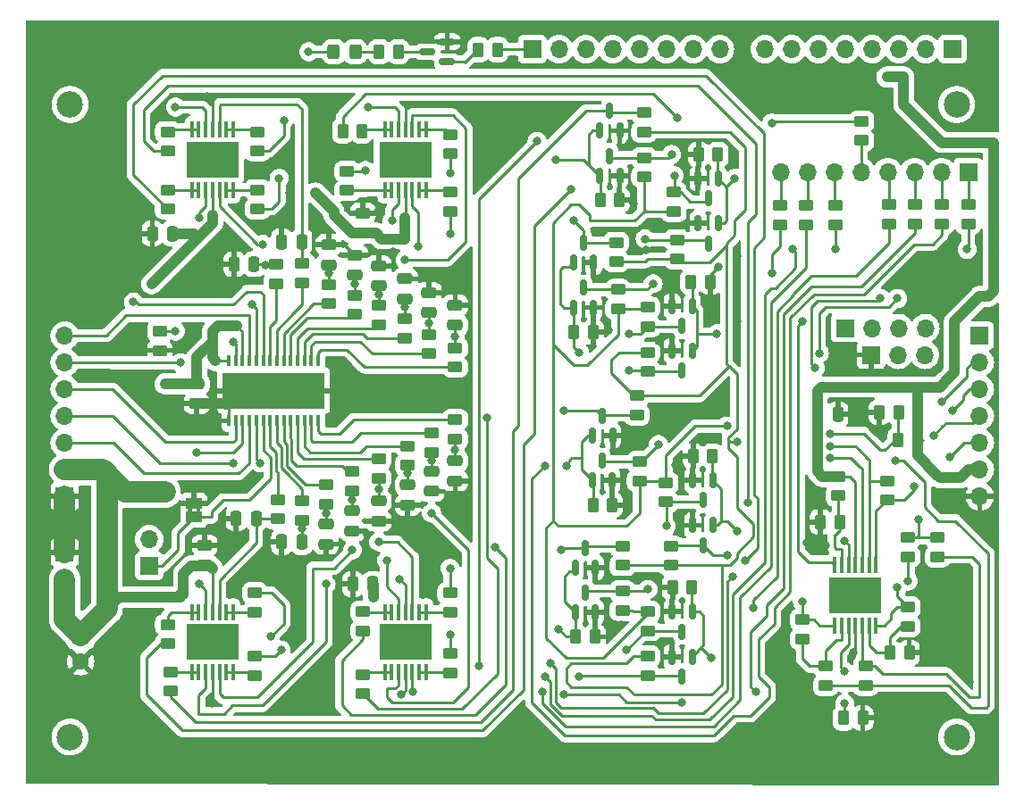
<source format=gbr>
%TF.GenerationSoftware,KiCad,Pcbnew,7.0.8-7.0.8~ubuntu20.04.1*%
%TF.CreationDate,2023-11-06T15:40:33+00:00*%
%TF.ProjectId,one-synapse-electronic,6f6e652d-7379-46e6-9170-73652d656c65,rev?*%
%TF.SameCoordinates,Original*%
%TF.FileFunction,Copper,L1,Top*%
%TF.FilePolarity,Positive*%
%FSLAX46Y46*%
G04 Gerber Fmt 4.6, Leading zero omitted, Abs format (unit mm)*
G04 Created by KiCad (PCBNEW 7.0.8-7.0.8~ubuntu20.04.1) date 2023-11-06 15:40:33*
%MOMM*%
%LPD*%
G01*
G04 APERTURE LIST*
G04 Aperture macros list*
%AMRoundRect*
0 Rectangle with rounded corners*
0 $1 Rounding radius*
0 $2 $3 $4 $5 $6 $7 $8 $9 X,Y pos of 4 corners*
0 Add a 4 corners polygon primitive as box body*
4,1,4,$2,$3,$4,$5,$6,$7,$8,$9,$2,$3,0*
0 Add four circle primitives for the rounded corners*
1,1,$1+$1,$2,$3*
1,1,$1+$1,$4,$5*
1,1,$1+$1,$6,$7*
1,1,$1+$1,$8,$9*
0 Add four rect primitives between the rounded corners*
20,1,$1+$1,$2,$3,$4,$5,0*
20,1,$1+$1,$4,$5,$6,$7,0*
20,1,$1+$1,$6,$7,$8,$9,0*
20,1,$1+$1,$8,$9,$2,$3,0*%
G04 Aperture macros list end*
%TA.AperFunction,ComponentPad*%
%ADD10R,1.700000X1.700000*%
%TD*%
%TA.AperFunction,ComponentPad*%
%ADD11O,1.700000X1.700000*%
%TD*%
%TA.AperFunction,SMDPad,CuDef*%
%ADD12R,0.400000X1.100000*%
%TD*%
%TA.AperFunction,ComponentPad*%
%ADD13C,0.600000*%
%TD*%
%TA.AperFunction,SMDPad,CuDef*%
%ADD14R,9.700000X3.400000*%
%TD*%
%TA.AperFunction,SMDPad,CuDef*%
%ADD15RoundRect,0.250000X-0.450000X0.262500X-0.450000X-0.262500X0.450000X-0.262500X0.450000X0.262500X0*%
%TD*%
%TA.AperFunction,SMDPad,CuDef*%
%ADD16RoundRect,0.150000X0.150000X-0.587500X0.150000X0.587500X-0.150000X0.587500X-0.150000X-0.587500X0*%
%TD*%
%TA.AperFunction,SMDPad,CuDef*%
%ADD17RoundRect,0.250000X-0.475000X0.250000X-0.475000X-0.250000X0.475000X-0.250000X0.475000X0.250000X0*%
%TD*%
%TA.AperFunction,SMDPad,CuDef*%
%ADD18RoundRect,0.250000X0.450000X-0.262500X0.450000X0.262500X-0.450000X0.262500X-0.450000X-0.262500X0*%
%TD*%
%TA.AperFunction,SMDPad,CuDef*%
%ADD19RoundRect,0.150000X-0.150000X0.587500X-0.150000X-0.587500X0.150000X-0.587500X0.150000X0.587500X0*%
%TD*%
%TA.AperFunction,SMDPad,CuDef*%
%ADD20RoundRect,0.250000X-0.262500X-0.450000X0.262500X-0.450000X0.262500X0.450000X-0.262500X0.450000X0*%
%TD*%
%TA.AperFunction,SMDPad,CuDef*%
%ADD21RoundRect,0.250000X-0.250000X-0.475000X0.250000X-0.475000X0.250000X0.475000X-0.250000X0.475000X0*%
%TD*%
%TA.AperFunction,ComponentPad*%
%ADD22C,2.500000*%
%TD*%
%TA.AperFunction,SMDPad,CuDef*%
%ADD23RoundRect,0.250000X0.475000X-0.250000X0.475000X0.250000X-0.475000X0.250000X-0.475000X-0.250000X0*%
%TD*%
%TA.AperFunction,SMDPad,CuDef*%
%ADD24RoundRect,0.250000X0.262500X0.450000X-0.262500X0.450000X-0.262500X-0.450000X0.262500X-0.450000X0*%
%TD*%
%TA.AperFunction,SMDPad,CuDef*%
%ADD25RoundRect,0.150000X0.587500X0.150000X-0.587500X0.150000X-0.587500X-0.150000X0.587500X-0.150000X0*%
%TD*%
%TA.AperFunction,ComponentPad*%
%ADD26R,1.600000X1.600000*%
%TD*%
%TA.AperFunction,ComponentPad*%
%ADD27C,1.600000*%
%TD*%
%TA.AperFunction,SMDPad,CuDef*%
%ADD28R,1.500000X1.000000*%
%TD*%
%TA.AperFunction,SMDPad,CuDef*%
%ADD29RoundRect,0.250000X0.325000X0.450000X-0.325000X0.450000X-0.325000X-0.450000X0.325000X-0.450000X0*%
%TD*%
%TA.AperFunction,SMDPad,CuDef*%
%ADD30RoundRect,0.100000X-0.100000X0.687500X-0.100000X-0.687500X0.100000X-0.687500X0.100000X0.687500X0*%
%TD*%
%TA.AperFunction,SMDPad,CuDef*%
%ADD31R,5.000000X3.400000*%
%TD*%
%TA.AperFunction,SMDPad,CuDef*%
%ADD32RoundRect,0.250000X0.250000X0.475000X-0.250000X0.475000X-0.250000X-0.475000X0.250000X-0.475000X0*%
%TD*%
%TA.AperFunction,SMDPad,CuDef*%
%ADD33RoundRect,0.100000X0.100000X-0.687500X0.100000X0.687500X-0.100000X0.687500X-0.100000X-0.687500X0*%
%TD*%
%TA.AperFunction,ViaPad*%
%ADD34C,0.800000*%
%TD*%
%TA.AperFunction,Conductor*%
%ADD35C,0.250000*%
%TD*%
%TA.AperFunction,Conductor*%
%ADD36C,1.000000*%
%TD*%
%TA.AperFunction,Conductor*%
%ADD37C,2.000000*%
%TD*%
G04 APERTURE END LIST*
%TA.AperFunction,EtchedComponent*%
%TO.C,JP1*%
G36*
X67350000Y-160750000D02*
G01*
X66950000Y-160750000D01*
X66950000Y-160250000D01*
X67350000Y-160250000D01*
X67350000Y-160750000D01*
G37*
%TD.AperFunction*%
%TA.AperFunction,EtchedComponent*%
G36*
X66550000Y-160750000D02*
G01*
X66150000Y-160750000D01*
X66150000Y-160250000D01*
X66550000Y-160250000D01*
X66550000Y-160750000D01*
G37*
%TD.AperFunction*%
%TD*%
D10*
%TO.P,J5,1,Pin_1*%
%TO.N,GSCLK*%
X141200000Y-143920000D03*
D11*
%TO.P,J5,2,Pin_2*%
%TO.N,XLAT*%
X141200000Y-146460000D03*
%TO.P,J5,3,Pin_3*%
%TO.N,BLANK*%
X141200000Y-149000000D03*
%TO.P,J5,4,Pin_4*%
%TO.N,Sout*%
X141200000Y-151540000D03*
%TO.P,J5,5,Pin_5*%
%TO.N,SCLK*%
X141200000Y-154080000D03*
%TO.P,J5,6,Pin_6*%
%TO.N,Vcc*%
X141200000Y-156620000D03*
%TO.P,J5,7,Pin_7*%
%TO.N,GND*%
X141200000Y-159160000D03*
%TD*%
D12*
%TO.P,U1,1,GND*%
%TO.N,GND*%
X70050000Y-152000000D03*
%TO.P,U1,2,BLANK*%
%TO.N,BLANK*%
X70700000Y-152000000D03*
%TO.P,U1,3,XLAT*%
%TO.N,XLAT*%
X71350000Y-152000000D03*
%TO.P,U1,4,SCLK*%
%TO.N,SCLK*%
X72000000Y-152000000D03*
%TO.P,U1,5,SIN*%
%TO.N,Sin*%
X72650000Y-152000000D03*
%TO.P,U1,6,VPRG*%
%TO.N,Net-(J1-Pin_1)*%
X73300000Y-152000000D03*
%TO.P,U1,7,OUT0*%
%TO.N,Net-(U1-OUT0)*%
X73950000Y-152000000D03*
%TO.P,U1,8,OUT1*%
%TO.N,Net-(U1-OUT1)*%
X74600000Y-152000000D03*
%TO.P,U1,9,OUT2*%
%TO.N,Net-(U1-OUT2)*%
X75250000Y-152000000D03*
%TO.P,U1,10,OUT3*%
%TO.N,Net-(U1-OUT3)*%
X75900000Y-152000000D03*
%TO.P,U1,11,OUT4*%
%TO.N,Net-(U1-OUT4)*%
X76550000Y-152000000D03*
%TO.P,U1,12,OUT5*%
%TO.N,Net-(U1-OUT5)*%
X77200000Y-152000000D03*
%TO.P,U1,13,OUT6*%
%TO.N,Net-(U1-OUT6)*%
X77850000Y-152000000D03*
%TO.P,U1,14,OUT7*%
%TO.N,Net-(U1-OUT7)*%
X78500000Y-152000000D03*
%TO.P,U1,15,OUT8*%
%TO.N,Net-(U1-OUT8)*%
X78500000Y-146300000D03*
%TO.P,U1,16,OUT9*%
%TO.N,Net-(U1-OUT9)*%
X77850000Y-146300000D03*
%TO.P,U1,17,OUT10*%
%TO.N,Net-(U1-OUT10)*%
X77200000Y-146300000D03*
%TO.P,U1,18,OUT11*%
%TO.N,Net-(U1-OUT11)*%
X76550000Y-146300000D03*
%TO.P,U1,19,OUT12*%
%TO.N,Net-(U1-OUT12)*%
X75900000Y-146300000D03*
%TO.P,U1,20,OUT13*%
%TO.N,Net-(U1-OUT13)*%
X75250000Y-146300000D03*
%TO.P,U1,21,OUT14*%
%TO.N,Net-(U1-OUT14)*%
X74600000Y-146300000D03*
%TO.P,U1,22,OUT15*%
%TO.N,Net-(U1-OUT15)*%
X73950000Y-146300000D03*
%TO.P,U1,23,XERR*%
%TO.N,Net-(J1-Pin_2)*%
X73300000Y-146300000D03*
%TO.P,U1,24,SOUT*%
%TO.N,Sout*%
X72650000Y-146300000D03*
%TO.P,U1,25,GSCLK*%
%TO.N,GSCLK*%
X72000000Y-146300000D03*
%TO.P,U1,26,DCPRG*%
%TO.N,Vcc*%
X71350000Y-146300000D03*
%TO.P,U1,27,IREF*%
%TO.N,Net-(U1-IREF)*%
X70700000Y-146300000D03*
%TO.P,U1,28,VCC*%
%TO.N,Vcc*%
X70050000Y-146300000D03*
D13*
%TO.P,U1,29,PAD*%
%TO.N,GND*%
X69825000Y-150450000D03*
X71605000Y-150450000D03*
X73385000Y-150450000D03*
X75165000Y-150450000D03*
X76945000Y-150450000D03*
X78725000Y-150450000D03*
X69825000Y-149150000D03*
X71605000Y-149150000D03*
X73385000Y-149150000D03*
D14*
X74275000Y-149150000D03*
D13*
X75165000Y-149150000D03*
X76945000Y-149150000D03*
X78725000Y-149150000D03*
X69825000Y-147850000D03*
X71605000Y-147850000D03*
X73385000Y-147850000D03*
X75165000Y-147850000D03*
X76945000Y-147850000D03*
X78725000Y-147850000D03*
%TD*%
D15*
%TO.P,R10,1*%
%TO.N,PC0*%
X91500000Y-145087500D03*
%TO.P,R10,2*%
%TO.N,Net-(U1-OUT8)*%
X91500000Y-146912500D03*
%TD*%
D16*
%TO.P,Q21,1,G*%
%TO.N,S1*%
X102712500Y-137012500D03*
%TO.P,Q21,2,S*%
%TO.N,GND*%
X104612500Y-137012500D03*
%TO.P,Q21,3,D*%
%TO.N,B1*%
X103662500Y-135137500D03*
%TD*%
D15*
%TO.P,R23,1*%
%TO.N,Net-(J7-Pin_2)*%
X137600000Y-131500000D03*
%TO.P,R23,2*%
%TO.N,S6*%
X137600000Y-133325000D03*
%TD*%
D17*
%TO.P,C20,1*%
%TO.N,GND*%
X67750000Y-163800000D03*
%TO.P,C20,2*%
%TO.N,Vcc*%
X67750000Y-165700000D03*
%TD*%
D18*
%TO.P,R44,1*%
%TO.N,C2*%
X91000000Y-126662500D03*
%TO.P,R44,2*%
%TO.N,Net-(U4C--)*%
X91000000Y-124837500D03*
%TD*%
%TO.P,R47,1*%
%TO.N,C5*%
X72750000Y-131912500D03*
%TO.P,R47,2*%
%TO.N,Net-(U5B--)*%
X72750000Y-130087500D03*
%TD*%
D17*
%TO.P,C13,1*%
%TO.N,GND*%
X84250000Y-137300000D03*
%TO.P,C13,2*%
%TO.N,PC3*%
X84250000Y-139200000D03*
%TD*%
D19*
%TO.P,Q25,1,G*%
%TO.N,S4*%
X113950000Y-174375000D03*
%TO.P,Q25,2,S*%
%TO.N,GND*%
X112050000Y-174375000D03*
%TO.P,Q25,3,D*%
%TO.N,B4*%
X113000000Y-176250000D03*
%TD*%
D15*
%TO.P,R69,1*%
%TO.N,Vcc*%
X127800000Y-157287500D03*
%TO.P,R69,2*%
%TO.N,Net-(U6B--)*%
X127800000Y-159112500D03*
%TD*%
D10*
%TO.P,J2,1,Pin_1*%
%TO.N,Net-(J2-Pin_1)*%
X98800000Y-116750000D03*
D11*
%TO.P,J2,2,Pin_2*%
X101340000Y-116750000D03*
%TO.P,J2,3,Pin_3*%
X103880000Y-116750000D03*
%TO.P,J2,4,Pin_4*%
X106420000Y-116750000D03*
%TO.P,J2,5,Pin_5*%
X108960000Y-116750000D03*
%TO.P,J2,6,Pin_6*%
X111500000Y-116750000D03*
%TO.P,J2,7,Pin_7*%
X114040000Y-116750000D03*
%TO.P,J2,8,Pin_8*%
X116580000Y-116750000D03*
%TD*%
D20*
%TO.P,R67,1*%
%TO.N,Net-(U6A-+)*%
X133487500Y-153800000D03*
%TO.P,R67,2*%
%TO.N,Vcc*%
X135312500Y-153800000D03*
%TD*%
D21*
%TO.P,C2,1*%
%TO.N,GND*%
X70750000Y-161250000D03*
%TO.P,C2,2*%
%TO.N,PB0*%
X72650000Y-161250000D03*
%TD*%
D15*
%TO.P,R14,1*%
%TO.N,PC4*%
X82000000Y-140087500D03*
%TO.P,R14,2*%
%TO.N,Net-(U1-OUT12)*%
X82000000Y-141912500D03*
%TD*%
%TO.P,R34,1*%
%TO.N,B0*%
X72500000Y-168337500D03*
%TO.P,R34,2*%
%TO.N,Net-(U2A--)*%
X72500000Y-170162500D03*
%TD*%
D17*
%TO.P,C11,1*%
%TO.N,GND*%
X89000000Y-139850000D03*
%TO.P,C11,2*%
%TO.N,PC1*%
X89000000Y-141750000D03*
%TD*%
D15*
%TO.P,R75,1*%
%TO.N,Net-(J9-Pin_2)*%
X134400000Y-169687500D03*
%TO.P,R75,2*%
%TO.N,Net-(U6D--)*%
X134400000Y-171512500D03*
%TD*%
%TO.P,R42,1*%
%TO.N,C0*%
X81250000Y-128337500D03*
%TO.P,R42,2*%
%TO.N,Net-(U4A--)*%
X81250000Y-130162500D03*
%TD*%
D21*
%TO.P,C3,1*%
%TO.N,GND*%
X75050000Y-163500000D03*
%TO.P,C3,2*%
%TO.N,PB1*%
X76950000Y-163500000D03*
%TD*%
D20*
%TO.P,R80,1*%
%TO.N,Net-(D1-K)*%
X84287500Y-117000000D03*
%TO.P,R80,2*%
%TO.N,Net-(Q1-D)*%
X86112500Y-117000000D03*
%TD*%
D16*
%TO.P,Q22,1,G*%
%TO.N,S1*%
X102712500Y-141262500D03*
%TO.P,Q22,2,S*%
%TO.N,GND*%
X104612500Y-141262500D03*
%TO.P,Q22,3,D*%
%TO.N,C1*%
X103662500Y-139387500D03*
%TD*%
D19*
%TO.P,Q24,1,G*%
%TO.N,S3*%
X116417500Y-129045000D03*
%TO.P,Q24,2,S*%
%TO.N,GND*%
X114517500Y-129045000D03*
%TO.P,Q24,3,D*%
%TO.N,C3*%
X115467500Y-130920000D03*
%TD*%
D18*
%TO.P,R7,1*%
%TO.N,PB5*%
X87000000Y-156212500D03*
%TO.P,R7,2*%
%TO.N,Net-(U1-OUT5)*%
X87000000Y-154387500D03*
%TD*%
D22*
%TO.P,H1,*%
%TO.N,*%
X55000000Y-122000000D03*
%TD*%
D18*
%TO.P,R40,1*%
%TO.N,B6*%
X82750000Y-177912500D03*
%TO.P,R40,2*%
%TO.N,Net-(U3C--)*%
X82750000Y-176087500D03*
%TD*%
D23*
%TO.P,C7,1*%
%TO.N,GND*%
X87000000Y-160000000D03*
%TO.P,C7,2*%
%TO.N,PB5*%
X87000000Y-158100000D03*
%TD*%
D15*
%TO.P,R37,1*%
%TO.N,B3*%
X72500000Y-174337500D03*
%TO.P,R37,2*%
%TO.N,Net-(U2D--)*%
X72500000Y-176162500D03*
%TD*%
D19*
%TO.P,Q27,1,G*%
%TO.N,S4*%
X113950000Y-170125000D03*
%TO.P,Q27,2,S*%
%TO.N,GND*%
X112050000Y-170125000D03*
%TO.P,Q27,3,D*%
%TO.N,C4*%
X113000000Y-172000000D03*
%TD*%
D18*
%TO.P,R73,1*%
%TO.N,Net-(U6C-+)*%
X134400000Y-164912500D03*
%TO.P,R73,2*%
%TO.N,Net-(J10-Pin_3)*%
X134400000Y-163087500D03*
%TD*%
D16*
%TO.P,Q29,1,G*%
%TO.N,S5*%
X102887500Y-165937500D03*
%TO.P,Q29,2,S*%
%TO.N,GND*%
X104787500Y-165937500D03*
%TO.P,Q29,3,D*%
%TO.N,B5*%
X103837500Y-164062500D03*
%TD*%
D17*
%TO.P,C15,1*%
%TO.N,GND*%
X79500000Y-135300000D03*
%TO.P,C15,2*%
%TO.N,PC5*%
X79500000Y-137200000D03*
%TD*%
D18*
%TO.P,R4,1*%
%TO.N,PB2*%
X79250000Y-159912500D03*
%TO.P,R4,2*%
%TO.N,Net-(U1-OUT2)*%
X79250000Y-158087500D03*
%TD*%
D23*
%TO.P,C9,1*%
%TO.N,GND*%
X91500000Y-157700000D03*
%TO.P,C9,2*%
%TO.N,PB7*%
X91500000Y-155800000D03*
%TD*%
%TO.P,C4,1*%
%TO.N,GND*%
X79250000Y-163700000D03*
%TO.P,C4,2*%
%TO.N,PB2*%
X79250000Y-161800000D03*
%TD*%
D16*
%TO.P,Q26,1,G*%
%TO.N,S6*%
X104506250Y-153418750D03*
%TO.P,Q26,2,S*%
%TO.N,GND*%
X106406250Y-153418750D03*
%TO.P,Q26,3,D*%
%TO.N,B6*%
X105456250Y-151543750D03*
%TD*%
D21*
%TO.P,C16,1*%
%TO.N,GND*%
X75050000Y-135000000D03*
%TO.P,C16,2*%
%TO.N,PC6*%
X76950000Y-135000000D03*
%TD*%
D10*
%TO.P,J3,1,Pin_1*%
%TO.N,Net-(J2-Pin_1)*%
X138620000Y-116750000D03*
D11*
%TO.P,J3,2,Pin_2*%
X136080000Y-116750000D03*
%TO.P,J3,3,Pin_3*%
X133540000Y-116750000D03*
%TO.P,J3,4,Pin_4*%
X131000000Y-116750000D03*
%TO.P,J3,5,Pin_5*%
X128460000Y-116750000D03*
%TO.P,J3,6,Pin_6*%
X125920000Y-116750000D03*
%TO.P,J3,7,Pin_7*%
X123380000Y-116750000D03*
%TO.P,J3,8,Pin_8*%
X120840000Y-116750000D03*
%TD*%
D18*
%TO.P,R64,1*%
%TO.N,Net-(U6A-+)*%
X107337500Y-165725000D03*
%TO.P,R64,2*%
%TO.N,B5*%
X107337500Y-163900000D03*
%TD*%
D20*
%TO.P,R79,1*%
%TO.N,Net-(Q1-G)*%
X93687500Y-116800000D03*
%TO.P,R79,2*%
%TO.N,Net-(J2-Pin_1)*%
X95512500Y-116800000D03*
%TD*%
D15*
%TO.P,R21,1*%
%TO.N,Net-(J7-Pin_4)*%
X132600000Y-131500000D03*
%TO.P,R21,2*%
%TO.N,S4*%
X132600000Y-133325000D03*
%TD*%
D18*
%TO.P,R49,1*%
%TO.N,C7*%
X64250000Y-126412500D03*
%TO.P,R49,2*%
%TO.N,Net-(U5D--)*%
X64250000Y-124587500D03*
%TD*%
D23*
%TO.P,C6,1*%
%TO.N,GND*%
X84250000Y-161500000D03*
%TO.P,C6,2*%
%TO.N,PB4*%
X84250000Y-159600000D03*
%TD*%
D15*
%TO.P,R18,1*%
%TO.N,Net-(J7-Pin_7)*%
X124750000Y-131587500D03*
%TO.P,R18,2*%
%TO.N,S1*%
X124750000Y-133412500D03*
%TD*%
D18*
%TO.P,R20,1*%
%TO.N,Net-(J7-Pin_5)*%
X130000000Y-125412500D03*
%TO.P,R20,2*%
%TO.N,S3*%
X130000000Y-123587500D03*
%TD*%
%TO.P,R53,1*%
%TO.N,Net-(U6A--)*%
X109380000Y-128870000D03*
%TO.P,R53,2*%
%TO.N,C2*%
X109380000Y-127045000D03*
%TD*%
D24*
%TO.P,R26,1*%
%TO.N,GND*%
X106368750Y-159981250D03*
%TO.P,R26,2*%
%TO.N,S6*%
X104543750Y-159981250D03*
%TD*%
D18*
%TO.P,R57,1*%
%TO.N,Net-(U6A--)*%
X108956250Y-157706250D03*
%TO.P,R57,2*%
%TO.N,C6*%
X108956250Y-155881250D03*
%TD*%
%TO.P,R48,1*%
%TO.N,C6*%
X72750000Y-126412500D03*
%TO.P,R48,2*%
%TO.N,Net-(U5C--)*%
X72750000Y-124587500D03*
%TD*%
D16*
%TO.P,Q28,1,G*%
%TO.N,S6*%
X104456250Y-157668750D03*
%TO.P,Q28,2,S*%
%TO.N,GND*%
X106356250Y-157668750D03*
%TO.P,Q28,3,D*%
%TO.N,C6*%
X105406250Y-155793750D03*
%TD*%
D15*
%TO.P,R55,1*%
%TO.N,Net-(U6A--)*%
X109750000Y-170087500D03*
%TO.P,R55,2*%
%TO.N,C4*%
X109750000Y-171912500D03*
%TD*%
D19*
%TO.P,Q17,1,G*%
%TO.N,S0*%
X113950000Y-145375000D03*
%TO.P,Q17,2,S*%
%TO.N,GND*%
X112050000Y-145375000D03*
%TO.P,Q17,3,D*%
%TO.N,B0*%
X113000000Y-147250000D03*
%TD*%
D18*
%TO.P,R77,1*%
%TO.N,Net-(U6D-+)*%
X137200000Y-164912500D03*
%TO.P,R77,2*%
%TO.N,Net-(J10-Pin_3)*%
X137200000Y-163087500D03*
%TD*%
D17*
%TO.P,C10,1*%
%TO.N,GND*%
X91500000Y-141050000D03*
%TO.P,C10,2*%
%TO.N,PC0*%
X91500000Y-142950000D03*
%TD*%
D19*
%TO.P,Q32,1,G*%
%TO.N,S7*%
X115906250Y-157668750D03*
%TO.P,Q32,2,S*%
%TO.N,GND*%
X114006250Y-157668750D03*
%TO.P,Q32,3,D*%
%TO.N,C7*%
X114956250Y-159543750D03*
%TD*%
D21*
%TO.P,C18,1*%
%TO.N,GND*%
X62800000Y-134250000D03*
%TO.P,C18,2*%
%TO.N,Vcc*%
X64700000Y-134250000D03*
%TD*%
D15*
%TO.P,R72,1*%
%TO.N,Net-(U6C--)*%
X126600000Y-175287500D03*
%TO.P,R72,2*%
%TO.N,Net-(J10-Pin_2)*%
X126600000Y-177112500D03*
%TD*%
D18*
%TO.P,R52,1*%
%TO.N,Net-(U6A--)*%
X106912500Y-141387500D03*
%TO.P,R52,2*%
%TO.N,C1*%
X106912500Y-139562500D03*
%TD*%
D20*
%TO.P,R25,1*%
%TO.N,GND*%
X114043750Y-155356250D03*
%TO.P,R25,2*%
%TO.N,S7*%
X115868750Y-155356250D03*
%TD*%
D18*
%TO.P,R9,1*%
%TO.N,PB7*%
X91500000Y-153712500D03*
%TO.P,R9,2*%
%TO.N,Net-(U1-OUT7)*%
X91500000Y-151887500D03*
%TD*%
D16*
%TO.P,Q31,1,G*%
%TO.N,S5*%
X102887500Y-170187500D03*
%TO.P,Q31,2,S*%
%TO.N,GND*%
X104787500Y-170187500D03*
%TO.P,Q31,3,D*%
%TO.N,C5*%
X103837500Y-168312500D03*
%TD*%
D19*
%TO.P,Q30,1,G*%
%TO.N,S7*%
X115906250Y-161918750D03*
%TO.P,Q30,2,S*%
%TO.N,GND*%
X114006250Y-161918750D03*
%TO.P,Q30,3,D*%
%TO.N,B7*%
X114956250Y-163793750D03*
%TD*%
D15*
%TO.P,R15,1*%
%TO.N,PC5*%
X79500000Y-139087500D03*
%TO.P,R15,2*%
%TO.N,Net-(U1-OUT13)*%
X79500000Y-140912500D03*
%TD*%
D18*
%TO.P,R8,1*%
%TO.N,PB6*%
X89250000Y-155000000D03*
%TO.P,R8,2*%
%TO.N,Net-(U1-OUT6)*%
X89250000Y-153175000D03*
%TD*%
%TO.P,R61,1*%
%TO.N,Net-(U6A-+)*%
X109380000Y-124620000D03*
%TO.P,R61,2*%
%TO.N,B2*%
X109380000Y-122795000D03*
%TD*%
D20*
%TO.P,R29,1*%
%TO.N,GND*%
X114555000Y-126732500D03*
%TO.P,R29,2*%
%TO.N,S3*%
X116380000Y-126732500D03*
%TD*%
D25*
%TO.P,Q1,1,G*%
%TO.N,Net-(Q1-G)*%
X90737500Y-117950000D03*
%TO.P,Q1,2,S*%
%TO.N,GND*%
X90737500Y-116050000D03*
%TO.P,Q1,3,D*%
%TO.N,Net-(Q1-D)*%
X88862500Y-117000000D03*
%TD*%
D18*
%TO.P,R39,1*%
%TO.N,B5*%
X82750000Y-171912500D03*
%TO.P,R39,2*%
%TO.N,Net-(U3B--)*%
X82750000Y-170087500D03*
%TD*%
%TO.P,R35,1*%
%TO.N,B1*%
X64250000Y-173162500D03*
%TO.P,R35,2*%
%TO.N,Net-(U2B--)*%
X64250000Y-171337500D03*
%TD*%
D15*
%TO.P,R38,1*%
%TO.N,B4*%
X91000000Y-168337500D03*
%TO.P,R38,2*%
%TO.N,Net-(U3A--)*%
X91000000Y-170162500D03*
%TD*%
%TO.P,R59,1*%
%TO.N,Net-(U6A-+)*%
X109750000Y-145500000D03*
%TO.P,R59,2*%
%TO.N,B0*%
X109750000Y-147325000D03*
%TD*%
D22*
%TO.P,H2,*%
%TO.N,*%
X139000000Y-122000000D03*
%TD*%
D26*
%TO.P,C24,1*%
%TO.N,Vcc*%
X56000000Y-172347349D03*
D27*
%TO.P,C24,2*%
%TO.N,GND*%
X56000000Y-174847349D03*
%TD*%
D15*
%TO.P,R19,1*%
%TO.N,Net-(J7-Pin_6)*%
X127500000Y-131587500D03*
%TO.P,R19,2*%
%TO.N,S2*%
X127500000Y-133412500D03*
%TD*%
D10*
%TO.P,J4,1,Pin_1*%
%TO.N,GND*%
X54500000Y-159160000D03*
D11*
%TO.P,J4,2,Pin_2*%
%TO.N,Vcc*%
X54500000Y-156620000D03*
%TO.P,J4,3,Pin_3*%
%TO.N,SCLK*%
X54500000Y-154080000D03*
%TO.P,J4,4,Pin_4*%
%TO.N,Sin*%
X54500000Y-151540000D03*
%TO.P,J4,5,Pin_5*%
%TO.N,BLANK*%
X54500000Y-149000000D03*
%TO.P,J4,6,Pin_6*%
%TO.N,XLAT*%
X54500000Y-146460000D03*
%TO.P,J4,7,Pin_7*%
%TO.N,GSCLK*%
X54500000Y-143920000D03*
%TD*%
D20*
%TO.P,R74,1*%
%TO.N,Net-(U6C-+)*%
X128287500Y-180200000D03*
%TO.P,R74,2*%
%TO.N,GND*%
X130112500Y-180200000D03*
%TD*%
D15*
%TO.P,R16,1*%
%TO.N,PC6*%
X77000000Y-137087500D03*
%TO.P,R16,2*%
%TO.N,Net-(U1-OUT14)*%
X77000000Y-138912500D03*
%TD*%
D24*
%TO.P,R27,1*%
%TO.N,GND*%
X104750000Y-172500000D03*
%TO.P,R27,2*%
%TO.N,S5*%
X102925000Y-172500000D03*
%TD*%
%TO.P,R31,1*%
%TO.N,GND*%
X104575000Y-143575000D03*
%TO.P,R31,2*%
%TO.N,S1*%
X102750000Y-143575000D03*
%TD*%
D21*
%TO.P,C17,1*%
%TO.N,GND*%
X70550000Y-137150000D03*
%TO.P,C17,2*%
%TO.N,PC7*%
X72450000Y-137150000D03*
%TD*%
D20*
%TO.P,R28,1*%
%TO.N,GND*%
X112087500Y-167812500D03*
%TO.P,R28,2*%
%TO.N,S4*%
X113912500Y-167812500D03*
%TD*%
D15*
%TO.P,R63,1*%
%TO.N,Net-(U6A-+)*%
X109750000Y-174337500D03*
%TO.P,R63,2*%
%TO.N,B4*%
X109750000Y-176162500D03*
%TD*%
D22*
%TO.P,H4,*%
%TO.N,*%
X55000000Y-182000000D03*
%TD*%
D18*
%TO.P,R36,1*%
%TO.N,B2*%
X64500000Y-177662500D03*
%TO.P,R36,2*%
%TO.N,Net-(U2C--)*%
X64500000Y-175837500D03*
%TD*%
%TO.P,R60,1*%
%TO.N,Net-(U6A-+)*%
X106750000Y-136912500D03*
%TO.P,R60,2*%
%TO.N,B1*%
X106750000Y-135087500D03*
%TD*%
D17*
%TO.P,C12,1*%
%TO.N,GND*%
X86750000Y-138550000D03*
%TO.P,C12,2*%
%TO.N,PC2*%
X86750000Y-140450000D03*
%TD*%
D20*
%TO.P,R78,1*%
%TO.N,Net-(U6D--)*%
X132687500Y-174000000D03*
%TO.P,R78,2*%
%TO.N,GND*%
X134512500Y-174000000D03*
%TD*%
D28*
%TO.P,JP1,1,A*%
%TO.N,GND*%
X66750000Y-159850000D03*
%TO.P,JP1,2,B*%
%TO.N,Net-(J1-Pin_1)*%
X66750000Y-161150000D03*
%TD*%
D29*
%TO.P,D1,1,K*%
%TO.N,Net-(D1-K)*%
X82025000Y-117000000D03*
%TO.P,D1,2,A*%
%TO.N,Vcc*%
X79975000Y-117000000D03*
%TD*%
D15*
%TO.P,R33,1*%
%TO.N,PC7*%
X74500000Y-137175000D03*
%TO.P,R33,2*%
%TO.N,Net-(U1-OUT15)*%
X74500000Y-139000000D03*
%TD*%
%TO.P,R12,1*%
%TO.N,PC2*%
X86750000Y-142337500D03*
%TO.P,R12,2*%
%TO.N,Net-(U1-OUT10)*%
X86750000Y-144162500D03*
%TD*%
D18*
%TO.P,R56,1*%
%TO.N,Net-(U6A--)*%
X107337500Y-169975000D03*
%TO.P,R56,2*%
%TO.N,C5*%
X107337500Y-168150000D03*
%TD*%
%TO.P,R3,1*%
%TO.N,PB1*%
X77000000Y-161412500D03*
%TO.P,R3,2*%
%TO.N,Net-(U1-OUT1)*%
X77000000Y-159587500D03*
%TD*%
D24*
%TO.P,R30,1*%
%TO.N,GND*%
X107042500Y-131057500D03*
%TO.P,R30,2*%
%TO.N,S2*%
X105217500Y-131057500D03*
%TD*%
D30*
%TO.P,U2,1*%
%TO.N,Net-(U2A--)*%
X70450000Y-170137500D03*
%TO.P,U2,2,-*%
X69800000Y-170137500D03*
%TO.P,U2,3,+*%
%TO.N,PB0*%
X69150000Y-170137500D03*
%TO.P,U2,4,V+*%
%TO.N,Vcc*%
X68500000Y-170137500D03*
%TO.P,U2,5,+*%
%TO.N,PB1*%
X67850000Y-170137500D03*
%TO.P,U2,6,-*%
%TO.N,Net-(U2B--)*%
X67200000Y-170137500D03*
%TO.P,U2,7*%
X66550000Y-170137500D03*
%TO.P,U2,8*%
%TO.N,Net-(U2C--)*%
X66550000Y-175862500D03*
%TO.P,U2,9,-*%
X67200000Y-175862500D03*
%TO.P,U2,10,+*%
%TO.N,PB2*%
X67850000Y-175862500D03*
%TO.P,U2,11,V-*%
%TO.N,GND*%
X68500000Y-175862500D03*
%TO.P,U2,12,+*%
%TO.N,PB3*%
X69150000Y-175862500D03*
%TO.P,U2,13,-*%
%TO.N,Net-(U2D--)*%
X69800000Y-175862500D03*
%TO.P,U2,14*%
X70450000Y-175862500D03*
D31*
%TO.P,U2,15*%
%TO.N,N/C*%
X68500000Y-173000000D03*
%TD*%
D15*
%TO.P,R22,1*%
%TO.N,Net-(J7-Pin_3)*%
X135100000Y-131500000D03*
%TO.P,R22,2*%
%TO.N,S5*%
X135100000Y-133325000D03*
%TD*%
D30*
%TO.P,U6,1*%
%TO.N,Net-(J9-Pin_4)*%
X131375000Y-165687500D03*
%TO.P,U6,2,-*%
%TO.N,Net-(U6A--)*%
X130725000Y-165687500D03*
%TO.P,U6,3,+*%
%TO.N,Net-(U6A-+)*%
X130075000Y-165687500D03*
%TO.P,U6,4,V+*%
%TO.N,Vcc*%
X129425000Y-165687500D03*
%TO.P,U6,5,+*%
%TO.N,Net-(J9-Pin_3)*%
X128775000Y-165687500D03*
%TO.P,U6,6,-*%
%TO.N,Net-(U6B--)*%
X128125000Y-165687500D03*
%TO.P,U6,7*%
%TO.N,Net-(J2-Pin_1)*%
X127475000Y-165687500D03*
%TO.P,U6,8*%
%TO.N,Net-(J9-Pin_1)*%
X127475000Y-171412500D03*
%TO.P,U6,9,-*%
%TO.N,Net-(U6C--)*%
X128125000Y-171412500D03*
%TO.P,U6,10,+*%
%TO.N,Net-(U6C-+)*%
X128775000Y-171412500D03*
%TO.P,U6,11,V-*%
%TO.N,GND*%
X129425000Y-171412500D03*
%TO.P,U6,12,+*%
%TO.N,Net-(U6D-+)*%
X130075000Y-171412500D03*
%TO.P,U6,13,-*%
%TO.N,Net-(U6D--)*%
X130725000Y-171412500D03*
%TO.P,U6,14*%
%TO.N,Net-(J9-Pin_2)*%
X131375000Y-171412500D03*
D31*
%TO.P,U6,15*%
%TO.N,N/C*%
X129425000Y-168550000D03*
%TD*%
D21*
%TO.P,C21,1*%
%TO.N,GND*%
X81800000Y-167500000D03*
%TO.P,C21,2*%
%TO.N,Vcc*%
X83700000Y-167500000D03*
%TD*%
D16*
%TO.P,Q18,1,G*%
%TO.N,S2*%
X105180000Y-124495000D03*
%TO.P,Q18,2,S*%
%TO.N,GND*%
X107080000Y-124495000D03*
%TO.P,Q18,3,D*%
%TO.N,B2*%
X106130000Y-122620000D03*
%TD*%
D10*
%TO.P,J10,1,Pin_1*%
%TO.N,GND*%
X130920000Y-145750000D03*
D11*
%TO.P,J10,2,Pin_2*%
%TO.N,Net-(J10-Pin_2)*%
X133460000Y-145750000D03*
%TO.P,J10,3,Pin_3*%
%TO.N,Net-(J10-Pin_3)*%
X136000000Y-145750000D03*
%TD*%
D20*
%TO.P,R45,1*%
%TO.N,C3*%
X80837500Y-124500000D03*
%TO.P,R45,2*%
%TO.N,Net-(U4D--)*%
X82662500Y-124500000D03*
%TD*%
D32*
%TO.P,C22,1*%
%TO.N,GND*%
X127750000Y-151400000D03*
%TO.P,C22,2*%
%TO.N,Vcc*%
X125850000Y-151400000D03*
%TD*%
D18*
%TO.P,R1,1*%
%TO.N,GND*%
X63500000Y-145325000D03*
%TO.P,R1,2*%
%TO.N,Net-(U1-IREF)*%
X63500000Y-143500000D03*
%TD*%
D15*
%TO.P,R41,1*%
%TO.N,B7*%
X91000000Y-174087500D03*
%TO.P,R41,2*%
%TO.N,Net-(U3D--)*%
X91000000Y-175912500D03*
%TD*%
%TO.P,R71,1*%
%TO.N,Net-(J9-Pin_1)*%
X124400000Y-170887500D03*
%TO.P,R71,2*%
%TO.N,Net-(U6C--)*%
X124400000Y-172712500D03*
%TD*%
D22*
%TO.P,H3,*%
%TO.N,*%
X139000000Y-182000000D03*
%TD*%
D15*
%TO.P,R58,1*%
%TO.N,Net-(U6A--)*%
X111456250Y-157881250D03*
%TO.P,R58,2*%
%TO.N,C7*%
X111456250Y-159706250D03*
%TD*%
D18*
%TO.P,R62,1*%
%TO.N,Net-(U6A-+)*%
X112500000Y-136662500D03*
%TO.P,R62,2*%
%TO.N,B3*%
X112500000Y-134837500D03*
%TD*%
%TO.P,R46,1*%
%TO.N,C4*%
X64250000Y-131912500D03*
%TO.P,R46,2*%
%TO.N,Net-(U5A--)*%
X64250000Y-130087500D03*
%TD*%
%TO.P,R54,1*%
%TO.N,Net-(U6A--)*%
X112217500Y-132162500D03*
%TO.P,R54,2*%
%TO.N,C3*%
X112217500Y-130337500D03*
%TD*%
D10*
%TO.P,J6,1,Pin_1*%
%TO.N,GND*%
X54500000Y-164500000D03*
D11*
%TO.P,J6,2,Pin_2*%
%TO.N,Vcc*%
X54500000Y-167040000D03*
%TD*%
D15*
%TO.P,R76,1*%
%TO.N,Net-(U6D-+)*%
X130400000Y-175287500D03*
%TO.P,R76,2*%
%TO.N,Net-(J10-Pin_2)*%
X130400000Y-177112500D03*
%TD*%
D19*
%TO.P,Q23,1,G*%
%TO.N,S3*%
X116417500Y-133295000D03*
%TO.P,Q23,2,S*%
%TO.N,GND*%
X114517500Y-133295000D03*
%TO.P,Q23,3,D*%
%TO.N,B3*%
X115467500Y-135170000D03*
%TD*%
D18*
%TO.P,R5,1*%
%TO.N,PB3*%
X81750000Y-158662500D03*
%TO.P,R5,2*%
%TO.N,Net-(U1-OUT3)*%
X81750000Y-156837500D03*
%TD*%
D23*
%TO.P,C1,1*%
%TO.N,GND*%
X67000000Y-150400000D03*
%TO.P,C1,2*%
%TO.N,Vcc*%
X67000000Y-148500000D03*
%TD*%
%TO.P,C5,1*%
%TO.N,GND*%
X81750000Y-162450000D03*
%TO.P,C5,2*%
%TO.N,PB3*%
X81750000Y-160550000D03*
%TD*%
D18*
%TO.P,R43,1*%
%TO.N,C1*%
X91000000Y-132162500D03*
%TO.P,R43,2*%
%TO.N,Net-(U4B--)*%
X91000000Y-130337500D03*
%TD*%
%TO.P,R50,1*%
%TO.N,Net-(J9-Pin_4)*%
X132400000Y-159512500D03*
%TO.P,R50,2*%
%TO.N,Net-(U6A--)*%
X132400000Y-157687500D03*
%TD*%
D17*
%TO.P,C14,1*%
%TO.N,GND*%
X82000000Y-136300000D03*
%TO.P,C14,2*%
%TO.N,PC4*%
X82000000Y-138200000D03*
%TD*%
%TO.P,C19,1*%
%TO.N,GND*%
X82750000Y-132300000D03*
%TO.P,C19,2*%
%TO.N,Vcc*%
X82750000Y-134200000D03*
%TD*%
D30*
%TO.P,U3,1*%
%TO.N,Net-(U3A--)*%
X88725000Y-170137500D03*
%TO.P,U3,2,-*%
X88075000Y-170137500D03*
%TO.P,U3,3,+*%
%TO.N,PB4*%
X87425000Y-170137500D03*
%TO.P,U3,4,V+*%
%TO.N,Vcc*%
X86775000Y-170137500D03*
%TO.P,U3,5,+*%
%TO.N,PB5*%
X86125000Y-170137500D03*
%TO.P,U3,6,-*%
%TO.N,Net-(U3B--)*%
X85475000Y-170137500D03*
%TO.P,U3,7*%
X84825000Y-170137500D03*
%TO.P,U3,8*%
%TO.N,Net-(U3C--)*%
X84825000Y-175862500D03*
%TO.P,U3,9,-*%
X85475000Y-175862500D03*
%TO.P,U3,10,+*%
%TO.N,PB6*%
X86125000Y-175862500D03*
%TO.P,U3,11,V-*%
%TO.N,GND*%
X86775000Y-175862500D03*
%TO.P,U3,12,+*%
%TO.N,PB7*%
X87425000Y-175862500D03*
%TO.P,U3,13,-*%
%TO.N,Net-(U3D--)*%
X88075000Y-175862500D03*
%TO.P,U3,14*%
X88725000Y-175862500D03*
D31*
%TO.P,U3,15*%
%TO.N,N/C*%
X86775000Y-173000000D03*
%TD*%
D24*
%TO.P,R70,1*%
%TO.N,Net-(U6B--)*%
X127912500Y-161600000D03*
%TO.P,R70,2*%
%TO.N,GND*%
X126087500Y-161600000D03*
%TD*%
%TO.P,R68,1*%
%TO.N,Net-(U6A-+)*%
X133512500Y-151200000D03*
%TO.P,R68,2*%
%TO.N,GND*%
X131687500Y-151200000D03*
%TD*%
D15*
%TO.P,R51,1*%
%TO.N,Net-(U6A--)*%
X109750000Y-141250000D03*
%TO.P,R51,2*%
%TO.N,C0*%
X109750000Y-143075000D03*
%TD*%
%TO.P,R17,1*%
%TO.N,Net-(J7-Pin_8)*%
X122250000Y-131587500D03*
%TO.P,R17,2*%
%TO.N,S0*%
X122250000Y-133412500D03*
%TD*%
D10*
%TO.P,J9,1,Pin_1*%
%TO.N,Net-(J9-Pin_1)*%
X128420000Y-143210000D03*
D11*
%TO.P,J9,2,Pin_2*%
%TO.N,Net-(J9-Pin_2)*%
X130960000Y-143210000D03*
%TO.P,J9,3,Pin_3*%
%TO.N,Net-(J9-Pin_3)*%
X133500000Y-143210000D03*
%TO.P,J9,4,Pin_4*%
%TO.N,Net-(J9-Pin_4)*%
X136040000Y-143210000D03*
%TD*%
D24*
%TO.P,R32,1*%
%TO.N,GND*%
X115662500Y-138812500D03*
%TO.P,R32,2*%
%TO.N,S0*%
X113837500Y-138812500D03*
%TD*%
D23*
%TO.P,C8,1*%
%TO.N,GND*%
X89250000Y-158700000D03*
%TO.P,C8,2*%
%TO.N,PB6*%
X89250000Y-156800000D03*
%TD*%
D15*
%TO.P,R24,1*%
%TO.N,Net-(J7-Pin_1)*%
X140100000Y-131500000D03*
%TO.P,R24,2*%
%TO.N,S7*%
X140100000Y-133325000D03*
%TD*%
D18*
%TO.P,R2,1*%
%TO.N,PB0*%
X74700000Y-161325000D03*
%TO.P,R2,2*%
%TO.N,Net-(U1-OUT0)*%
X74700000Y-159500000D03*
%TD*%
%TO.P,R66,1*%
%TO.N,Net-(U6A-+)*%
X111956250Y-165706250D03*
%TO.P,R66,2*%
%TO.N,B7*%
X111956250Y-163881250D03*
%TD*%
D19*
%TO.P,Q19,1,G*%
%TO.N,S0*%
X113950000Y-141125000D03*
%TO.P,Q19,2,S*%
%TO.N,GND*%
X112050000Y-141125000D03*
%TO.P,Q19,3,D*%
%TO.N,C0*%
X113000000Y-143000000D03*
%TD*%
D16*
%TO.P,Q20,1,G*%
%TO.N,S2*%
X105180000Y-128745000D03*
%TO.P,Q20,2,S*%
%TO.N,GND*%
X107080000Y-128745000D03*
%TO.P,Q20,3,D*%
%TO.N,C2*%
X106130000Y-126870000D03*
%TD*%
D15*
%TO.P,R65,1*%
%TO.N,Net-(U6A-+)*%
X108706250Y-149631250D03*
%TO.P,R65,2*%
%TO.N,B6*%
X108706250Y-151456250D03*
%TD*%
D10*
%TO.P,J1,1,Pin_1*%
%TO.N,Net-(J1-Pin_1)*%
X62500000Y-165775000D03*
D11*
%TO.P,J1,2,Pin_2*%
%TO.N,Net-(J1-Pin_2)*%
X62500000Y-163235000D03*
%TD*%
D15*
%TO.P,R11,1*%
%TO.N,PC1*%
X89000000Y-143837500D03*
%TO.P,R11,2*%
%TO.N,Net-(U1-OUT9)*%
X89000000Y-145662500D03*
%TD*%
D10*
%TO.P,J7,1,Pin_1*%
%TO.N,Net-(J7-Pin_1)*%
X140100000Y-128412500D03*
D11*
%TO.P,J7,2,Pin_2*%
%TO.N,Net-(J7-Pin_2)*%
X137560000Y-128412500D03*
%TO.P,J7,3,Pin_3*%
%TO.N,Net-(J7-Pin_3)*%
X135020000Y-128412500D03*
%TO.P,J7,4,Pin_4*%
%TO.N,Net-(J7-Pin_4)*%
X132480000Y-128412500D03*
%TO.P,J7,5,Pin_5*%
%TO.N,Net-(J7-Pin_5)*%
X129940000Y-128412500D03*
%TO.P,J7,6,Pin_6*%
%TO.N,Net-(J7-Pin_6)*%
X127400000Y-128412500D03*
%TO.P,J7,7,Pin_7*%
%TO.N,Net-(J7-Pin_7)*%
X124860000Y-128412500D03*
%TO.P,J7,8,Pin_8*%
%TO.N,Net-(J7-Pin_8)*%
X122320000Y-128412500D03*
%TD*%
D33*
%TO.P,U5,1*%
%TO.N,Net-(U5A--)*%
X66550000Y-130112500D03*
%TO.P,U5,2,-*%
X67200000Y-130112500D03*
%TO.P,U5,3,+*%
%TO.N,PC4*%
X67850000Y-130112500D03*
%TO.P,U5,4,V+*%
%TO.N,Vcc*%
X68500000Y-130112500D03*
%TO.P,U5,5,+*%
%TO.N,PC5*%
X69150000Y-130112500D03*
%TO.P,U5,6,-*%
%TO.N,Net-(U5B--)*%
X69800000Y-130112500D03*
%TO.P,U5,7*%
X70450000Y-130112500D03*
%TO.P,U5,8*%
%TO.N,Net-(U5C--)*%
X70450000Y-124387500D03*
%TO.P,U5,9,-*%
X69800000Y-124387500D03*
%TO.P,U5,10,+*%
%TO.N,PC6*%
X69150000Y-124387500D03*
%TO.P,U5,11,V-*%
%TO.N,GND*%
X68500000Y-124387500D03*
%TO.P,U5,12,+*%
%TO.N,PC7*%
X67850000Y-124387500D03*
%TO.P,U5,13,-*%
%TO.N,Net-(U5D--)*%
X67200000Y-124387500D03*
%TO.P,U5,14*%
X66550000Y-124387500D03*
D31*
%TO.P,U5,15*%
%TO.N,N/C*%
X68500000Y-127250000D03*
%TD*%
D33*
%TO.P,U4,1*%
%TO.N,Net-(U4A--)*%
X84825000Y-130112500D03*
%TO.P,U4,2,-*%
X85475000Y-130112500D03*
%TO.P,U4,3,+*%
%TO.N,PC0*%
X86125000Y-130112500D03*
%TO.P,U4,4,V+*%
%TO.N,Vcc*%
X86775000Y-130112500D03*
%TO.P,U4,5,+*%
%TO.N,PC1*%
X87425000Y-130112500D03*
%TO.P,U4,6,-*%
%TO.N,Net-(U4B--)*%
X88075000Y-130112500D03*
%TO.P,U4,7*%
X88725000Y-130112500D03*
%TO.P,U4,8*%
%TO.N,Net-(U4C--)*%
X88725000Y-124387500D03*
%TO.P,U4,9,-*%
X88075000Y-124387500D03*
%TO.P,U4,10,+*%
%TO.N,PC2*%
X87425000Y-124387500D03*
%TO.P,U4,11,V-*%
%TO.N,GND*%
X86775000Y-124387500D03*
%TO.P,U4,12,+*%
%TO.N,PC3*%
X86125000Y-124387500D03*
%TO.P,U4,13,-*%
%TO.N,Net-(U4D--)*%
X85475000Y-124387500D03*
%TO.P,U4,14*%
X84825000Y-124387500D03*
D31*
%TO.P,U4,15*%
%TO.N,N/C*%
X86775000Y-127250000D03*
%TD*%
D18*
%TO.P,R6,1*%
%TO.N,PB4*%
X84250000Y-157462500D03*
%TO.P,R6,2*%
%TO.N,Net-(U1-OUT4)*%
X84250000Y-155637500D03*
%TD*%
D15*
%TO.P,R13,1*%
%TO.N,PC3*%
X84250000Y-141087500D03*
%TO.P,R13,2*%
%TO.N,Net-(U1-OUT11)*%
X84250000Y-142912500D03*
%TD*%
D34*
%TO.N,GND*%
X85600000Y-136000000D03*
X109800000Y-133200000D03*
X87800000Y-162000000D03*
X86400000Y-178000000D03*
X108400000Y-131400000D03*
X111000000Y-173200000D03*
X110800000Y-144400000D03*
X68000000Y-121200000D03*
X131800000Y-153000000D03*
X107800000Y-160000000D03*
X70800000Y-163600000D03*
X129200000Y-174000000D03*
X76800000Y-171600000D03*
X108000000Y-154000000D03*
X118200000Y-136400000D03*
X84200000Y-132200000D03*
X108200000Y-125800000D03*
X126600000Y-163800000D03*
X124800000Y-163600000D03*
X112200000Y-138800000D03*
X116400000Y-137400000D03*
X105000000Y-134000000D03*
X140200000Y-176800000D03*
X96800000Y-125800000D03*
X109600000Y-135800000D03*
X75800000Y-130400000D03*
X106000000Y-143400000D03*
X112400000Y-156200000D03*
X68400000Y-178800000D03*
X67200000Y-143200000D03*
X107200000Y-171400000D03*
X83200000Y-162800000D03*
X78400000Y-132800000D03*
X132600000Y-123800000D03*
X110200000Y-166800000D03*
X112800000Y-162600000D03*
X118200000Y-142600000D03*
%TO.N,Vcc*%
X132400000Y-119400000D03*
X68500000Y-132500000D03*
X78250000Y-130400000D03*
X77600000Y-117000000D03*
X62750000Y-139000000D03*
X83750000Y-168750000D03*
X86250000Y-167000000D03*
X64000000Y-158750000D03*
X64000000Y-148500000D03*
X65500000Y-168500000D03*
%TO.N,PB1*%
X67250000Y-167500000D03*
X77000000Y-162250000D03*
%TO.N,PB2*%
X79250000Y-160750000D03*
X79250000Y-167500000D03*
%TO.N,PB3*%
X81750000Y-159500000D03*
X81750000Y-164250000D03*
%TO.N,PB4*%
X84250000Y-158500000D03*
X84250000Y-163500000D03*
%TO.N,PB5*%
X85000000Y-165250000D03*
X87000000Y-157000000D03*
%TO.N,PB6*%
X89250000Y-155750000D03*
X89250000Y-160750000D03*
%TO.N,PB7*%
X91500000Y-154750000D03*
X87500000Y-177750000D03*
%TO.N,PC0*%
X85500000Y-133000000D03*
X91500000Y-144000000D03*
%TO.N,PC1*%
X88000000Y-135500000D03*
X89000000Y-142750000D03*
%TO.N,PC2*%
X86750000Y-136750000D03*
X86750000Y-141250000D03*
%TO.N,PC3*%
X83250000Y-122250000D03*
X84250000Y-140000000D03*
%TO.N,PC4*%
X82000000Y-139000000D03*
X67250000Y-132750000D03*
%TO.N,PC5*%
X73250000Y-135250000D03*
X79500000Y-138000000D03*
%TO.N,PC7*%
X73500000Y-137250000D03*
X65000000Y-122250000D03*
%TO.N,Net-(J1-Pin_2)*%
X61000000Y-140750000D03*
%TO.N,Net-(J2-Pin_1)*%
X124400000Y-142600000D03*
%TO.N,SCLK*%
X138400000Y-155400000D03*
%TO.N,Sin*%
X70500000Y-156000000D03*
X73000000Y-156000000D03*
%TO.N,BLANK*%
X138600000Y-151000000D03*
%TO.N,XLAT*%
X137600000Y-150200000D03*
X65500000Y-146500000D03*
X67000000Y-155000000D03*
%TO.N,Sout*%
X72250000Y-141000000D03*
X136800000Y-153400000D03*
%TO.N,S0*%
X121500000Y-138000000D03*
X116250000Y-143750000D03*
%TO.N,B0*%
X108000000Y-147250000D03*
X74000000Y-172500000D03*
%TO.N,S2*%
X93750000Y-175250000D03*
X99250000Y-125500000D03*
X123500000Y-135750000D03*
X100000000Y-176250000D03*
X101000000Y-127250000D03*
X127500000Y-135750000D03*
%TO.N,C0*%
X108000000Y-143750000D03*
X83000000Y-128250000D03*
%TO.N,C2*%
X112000000Y-126750000D03*
X91000000Y-128500000D03*
%TO.N,S1*%
X99750000Y-177750000D03*
X103250000Y-145500000D03*
%TO.N,B1*%
X102500000Y-130000000D03*
X102750000Y-133000000D03*
%TO.N,C1*%
X91000000Y-134250000D03*
X110250000Y-139000000D03*
%TO.N,S3*%
X118000000Y-129000000D03*
X121500000Y-123750000D03*
%TO.N,B3*%
X75000000Y-173750000D03*
X109500000Y-134750000D03*
%TO.N,C3*%
X112250000Y-128750000D03*
X112500000Y-123250000D03*
%TO.N,S4*%
X119750000Y-169750000D03*
X115750000Y-174500000D03*
%TO.N,B4*%
X91000000Y-166000000D03*
X103250000Y-176250000D03*
%TO.N,S6*%
X100000000Y-156250000D03*
X102000000Y-156250000D03*
%TO.N,B6*%
X101750000Y-151000000D03*
X94500000Y-151750000D03*
%TO.N,C4*%
X119000000Y-165250000D03*
X107750000Y-173750000D03*
%TO.N,C6*%
X110750000Y-154250000D03*
X75250000Y-123500000D03*
%TO.N,S5*%
X113000000Y-178750000D03*
X120000000Y-177750000D03*
X101250000Y-171750000D03*
X101750000Y-178000000D03*
%TO.N,B5*%
X95250000Y-164000000D03*
X101500000Y-164250000D03*
%TO.N,S7*%
X140000000Y-135750000D03*
X118250000Y-162500000D03*
%TO.N,B7*%
X117750000Y-166750000D03*
X100500000Y-175000000D03*
X117250000Y-164750000D03*
X91000000Y-172250000D03*
%TO.N,C5*%
X74800000Y-129000000D03*
X109750000Y-168000000D03*
%TO.N,C7*%
X111500000Y-162000000D03*
X119250000Y-159750000D03*
%TO.N,Net-(U1-IREF)*%
X65000000Y-143500000D03*
X70500000Y-144500000D03*
%TO.N,Net-(J9-Pin_1)*%
X124400000Y-169200000D03*
%TO.N,Net-(U6A--)*%
X127000000Y-154400000D03*
X117250000Y-152500000D03*
%TO.N,Net-(U6A-+)*%
X118250000Y-154000000D03*
X127000000Y-153200000D03*
X127000000Y-155500000D03*
%TO.N,Net-(J9-Pin_2)*%
X131800000Y-140400000D03*
X125600000Y-147000000D03*
X133400000Y-167800000D03*
%TO.N,Net-(J9-Pin_3)*%
X128400000Y-163400000D03*
X126000000Y-145600000D03*
X133400000Y-140400000D03*
%TO.N,Net-(J9-Pin_4)*%
X135000000Y-158200000D03*
%TO.N,Net-(J10-Pin_2)*%
X133200000Y-155800000D03*
%TO.N,Net-(J10-Pin_3)*%
X135400000Y-161400000D03*
%TO.N,Net-(U6C-+)*%
X128400000Y-175800000D03*
X134400000Y-167200000D03*
X128400000Y-178800000D03*
%TD*%
D35*
%TO.N,GND*%
X68500000Y-178700000D02*
X68400000Y-178800000D01*
X79500000Y-135300000D02*
X81000000Y-135300000D01*
X86775000Y-177625000D02*
X86400000Y-178000000D01*
X86775000Y-122425000D02*
X87000000Y-122200000D01*
X129425000Y-173775000D02*
X129200000Y-174000000D01*
X81000000Y-135300000D02*
X82000000Y-136300000D01*
X115662500Y-138812500D02*
X115662500Y-138137500D01*
X70050000Y-152000000D02*
X70050000Y-150675000D01*
X86775000Y-124387500D02*
X86775000Y-122425000D01*
X68500000Y-175862500D02*
X68500000Y-178700000D01*
X115662500Y-138137500D02*
X116400000Y-137400000D01*
X68500000Y-121700000D02*
X68000000Y-121200000D01*
X114517500Y-133295000D02*
X109895000Y-133295000D01*
D36*
X69775000Y-150400000D02*
X69825000Y-150450000D01*
D37*
X54500000Y-162000000D02*
X54500000Y-164500000D01*
D36*
X67000000Y-150400000D02*
X69775000Y-150400000D01*
D35*
X129425000Y-171412500D02*
X129425000Y-173775000D01*
X68500000Y-124387500D02*
X68500000Y-121700000D01*
X87000000Y-122200000D02*
X93200000Y-122200000D01*
X70050000Y-150675000D02*
X69825000Y-150450000D01*
X109895000Y-133295000D02*
X109800000Y-133200000D01*
D37*
X54500000Y-159160000D02*
X54500000Y-162000000D01*
D35*
X86775000Y-175862500D02*
X86775000Y-177625000D01*
X93200000Y-122200000D02*
X96800000Y-125800000D01*
D36*
%TO.N,Vcc*%
X66500000Y-165750000D02*
X68250000Y-165750000D01*
D37*
X54500000Y-156620000D02*
X58120000Y-156620000D01*
D35*
X68500000Y-130112500D02*
X68500000Y-132500000D01*
D36*
X66750000Y-134250000D02*
X64700000Y-134250000D01*
X80000000Y-132150000D02*
X80000000Y-132500000D01*
X59597349Y-168750000D02*
X58500000Y-169847349D01*
X132400000Y-119400000D02*
X134000000Y-119400000D01*
X137000000Y-148800000D02*
X135200000Y-148800000D01*
D37*
X58500000Y-163250000D02*
X58500000Y-169847349D01*
D36*
X67000000Y-146000000D02*
X68500000Y-144500000D01*
X65500000Y-168500000D02*
X65750000Y-168500000D01*
D35*
X68500000Y-166000000D02*
X68500000Y-165500000D01*
D36*
X65750000Y-166500000D02*
X66500000Y-165750000D01*
X126287500Y-157287500D02*
X127800000Y-157287500D01*
X142500000Y-125600000D02*
X142500000Y-139700000D01*
D37*
X54500000Y-170847349D02*
X56000000Y-172347349D01*
D35*
X136800000Y-149000000D02*
X137000000Y-148800000D01*
X86775000Y-132725000D02*
X86750000Y-132750000D01*
D37*
X58120000Y-156620000D02*
X60250000Y-158750000D01*
D36*
X80000000Y-132500000D02*
X81700000Y-134200000D01*
D35*
X129425000Y-157800000D02*
X128912500Y-157287500D01*
D36*
X126200000Y-148800000D02*
X125800000Y-149200000D01*
X65500000Y-168750000D02*
X65500000Y-168750000D01*
D35*
X135312500Y-153800000D02*
X135800000Y-153800000D01*
D37*
X64000000Y-158750000D02*
X60250000Y-158750000D01*
X58500000Y-163250000D02*
X58500000Y-157000000D01*
D36*
X137400000Y-157400000D02*
X137100000Y-157100000D01*
D37*
X58500000Y-157000000D02*
X58120000Y-156620000D01*
D36*
X83750000Y-168750000D02*
X83750000Y-167550000D01*
D35*
X128912500Y-157287500D02*
X127800000Y-157287500D01*
X86775000Y-170137500D02*
X86775000Y-167525000D01*
D36*
X134000000Y-119400000D02*
X134000000Y-122000000D01*
X68500000Y-144500000D02*
X68500000Y-146000000D01*
D35*
X135312500Y-148912500D02*
X135200000Y-148800000D01*
D36*
X138800000Y-144800000D02*
X138800000Y-147400000D01*
X142500000Y-139700000D02*
X142000000Y-140200000D01*
X64250000Y-168750000D02*
X65500000Y-168750000D01*
X78250000Y-130400000D02*
X80000000Y-132150000D01*
X84000000Y-134200000D02*
X84550000Y-134750000D01*
D35*
X129425000Y-165687500D02*
X129425000Y-157800000D01*
D36*
X140180000Y-156620000D02*
X139400000Y-157400000D01*
X68500000Y-143500000D02*
X69000000Y-143000000D01*
X62750000Y-139000000D02*
X67125000Y-134625000D01*
X65500000Y-168750000D02*
X65500000Y-168500000D01*
D35*
X79975000Y-117000000D02*
X77600000Y-117000000D01*
D36*
X138800000Y-147400000D02*
X138300000Y-147900000D01*
X135200000Y-148800000D02*
X126200000Y-148800000D01*
D35*
X68800000Y-146300000D02*
X70050000Y-146300000D01*
D36*
X69000000Y-143000000D02*
X70800000Y-143000000D01*
X81700000Y-134200000D02*
X84000000Y-134200000D01*
X142000000Y-140200000D02*
X141200000Y-140200000D01*
X68500000Y-146000000D02*
X68800000Y-146300000D01*
X67000000Y-148500000D02*
X67000000Y-146000000D01*
X141200000Y-140200000D02*
X138800000Y-142600000D01*
X138800000Y-144800000D02*
X138800000Y-145400000D01*
X137600000Y-125600000D02*
X142500000Y-125600000D01*
D37*
X58500000Y-169847349D02*
X56000000Y-172347349D01*
D36*
X67125000Y-134625000D02*
X68500000Y-133250000D01*
X86750000Y-134750000D02*
X86750000Y-132750000D01*
X141200000Y-156620000D02*
X140180000Y-156620000D01*
X67125000Y-134625000D02*
X66750000Y-134250000D01*
X65750000Y-168500000D02*
X65750000Y-166500000D01*
D35*
X68500000Y-170137500D02*
X68500000Y-166000000D01*
D36*
X84550000Y-134750000D02*
X86750000Y-134750000D01*
D37*
X54500000Y-167040000D02*
X54500000Y-170847349D01*
D35*
X86775000Y-167525000D02*
X86250000Y-167000000D01*
D36*
X125800000Y-149200000D02*
X125800000Y-156800000D01*
X68500000Y-144500000D02*
X68500000Y-143500000D01*
X125800000Y-156800000D02*
X126287500Y-157287500D01*
X135312500Y-153800000D02*
X135312500Y-155312500D01*
X65750000Y-168500000D02*
X65750000Y-168500000D01*
D35*
X71350000Y-146300000D02*
X71350000Y-143550000D01*
D36*
X64250000Y-168750000D02*
X59597349Y-168750000D01*
X137400000Y-148800000D02*
X137000000Y-148800000D01*
D35*
X71350000Y-143550000D02*
X70800000Y-143000000D01*
D36*
X67000000Y-148500000D02*
X64000000Y-148500000D01*
X139400000Y-157400000D02*
X137400000Y-157400000D01*
X138300000Y-147900000D02*
X137400000Y-148800000D01*
X83750000Y-167550000D02*
X83700000Y-167500000D01*
X135312500Y-155312500D02*
X137100000Y-157100000D01*
X134000000Y-122000000D02*
X137600000Y-125600000D01*
X68500000Y-133250000D02*
X68500000Y-132500000D01*
D37*
X58500000Y-160500000D02*
X58500000Y-163250000D01*
D36*
X68250000Y-165750000D02*
X68500000Y-166000000D01*
X135312500Y-153800000D02*
X135312500Y-148912500D01*
X138800000Y-142600000D02*
X138800000Y-144800000D01*
D35*
X86775000Y-130112500D02*
X86775000Y-132725000D01*
%TO.N,PB0*%
X72650000Y-163600000D02*
X72650000Y-161250000D01*
X72725000Y-161325000D02*
X72650000Y-161250000D01*
X73575000Y-161325000D02*
X73500000Y-161250000D01*
X73500000Y-161250000D02*
X73425000Y-161325000D01*
X73425000Y-161325000D02*
X72725000Y-161325000D01*
X74700000Y-161075000D02*
X74875000Y-161250000D01*
X74700000Y-161325000D02*
X73575000Y-161325000D01*
X72825000Y-161075000D02*
X72650000Y-161250000D01*
X69150000Y-170137500D02*
X69150000Y-167100000D01*
X69150000Y-167100000D02*
X72650000Y-163600000D01*
%TO.N,PB1*%
X76950000Y-162200000D02*
X76950000Y-161462500D01*
X76950000Y-163500000D02*
X76950000Y-162300000D01*
X67850000Y-170137500D02*
X67850000Y-168100000D01*
X76950000Y-162300000D02*
X77000000Y-162250000D01*
X76950000Y-161462500D02*
X77000000Y-161412500D01*
X77000000Y-162250000D02*
X76950000Y-162200000D01*
X67625000Y-167875000D02*
X67250000Y-167500000D01*
X67850000Y-168100000D02*
X67625000Y-167875000D01*
%TO.N,PB2*%
X67200000Y-179800000D02*
X67200000Y-178050000D01*
X73250000Y-179000000D02*
X70400000Y-179000000D01*
X67850000Y-175862500D02*
X67850000Y-177400000D01*
X79250000Y-160750000D02*
X79250000Y-161800000D01*
X69600000Y-179800000D02*
X67200000Y-179800000D01*
X79250000Y-159912500D02*
X79250000Y-160750000D01*
X70400000Y-179000000D02*
X69600000Y-179800000D01*
X67200000Y-178050000D02*
X67850000Y-177400000D01*
X79250000Y-167500000D02*
X79250000Y-173000000D01*
X79250000Y-173000000D02*
X73250000Y-179000000D01*
%TO.N,PB3*%
X72750000Y-178250000D02*
X78000000Y-173000000D01*
X81750000Y-159500000D02*
X81750000Y-158662500D01*
X80000000Y-166000000D02*
X81750000Y-164250000D01*
X78000000Y-173000000D02*
X78000000Y-166000000D01*
X69150000Y-177900000D02*
X69500000Y-178250000D01*
X69500000Y-178250000D02*
X72750000Y-178250000D01*
X69150000Y-175862500D02*
X69150000Y-177900000D01*
X81750000Y-160550000D02*
X81750000Y-159500000D01*
X78000000Y-166000000D02*
X80000000Y-166000000D01*
%TO.N,PB4*%
X84250000Y-157462500D02*
X84250000Y-158500000D01*
X84250000Y-158500000D02*
X84250000Y-159600000D01*
X86000000Y-163500000D02*
X84250000Y-163500000D01*
X87425000Y-164925000D02*
X86000000Y-163500000D01*
X87425000Y-170137500D02*
X87425000Y-164925000D01*
%TO.N,PB5*%
X87000000Y-156212500D02*
X87000000Y-157000000D01*
X85000000Y-167750000D02*
X85000000Y-165250000D01*
X86125000Y-170137500D02*
X86125000Y-168875000D01*
X87000000Y-157000000D02*
X87000000Y-158100000D01*
X86125000Y-168875000D02*
X85000000Y-167750000D01*
%TO.N,PB6*%
X86125000Y-175862500D02*
X86125000Y-177075000D01*
X85000000Y-178200000D02*
X85550000Y-178750000D01*
X91250000Y-178750000D02*
X92750000Y-177250000D01*
X85800000Y-177400000D02*
X85000000Y-177400000D01*
X85000000Y-177400000D02*
X85000000Y-178200000D01*
X89250000Y-155000000D02*
X89250000Y-155750000D01*
X85550000Y-178750000D02*
X91250000Y-178750000D01*
X86125000Y-177075000D02*
X85800000Y-177400000D01*
X89250000Y-155750000D02*
X89250000Y-156800000D01*
X92750000Y-177250000D02*
X92750000Y-164250000D01*
X92750000Y-164250000D02*
X89250000Y-160750000D01*
%TO.N,PB7*%
X87425000Y-177675000D02*
X87500000Y-177750000D01*
X91500000Y-153712500D02*
X91500000Y-154750000D01*
X87425000Y-175862500D02*
X87425000Y-177675000D01*
X91500000Y-154750000D02*
X91500000Y-155800000D01*
%TO.N,PC0*%
X91500000Y-142950000D02*
X91500000Y-144000000D01*
X86125000Y-130112500D02*
X86125000Y-131375000D01*
X86125000Y-131375000D02*
X85500000Y-132000000D01*
X91500000Y-144000000D02*
X91500000Y-145087500D01*
X85500000Y-132000000D02*
X85500000Y-133000000D01*
%TO.N,PC1*%
X89000000Y-142750000D02*
X89000000Y-143837500D01*
X88000000Y-132250000D02*
X87425000Y-131675000D01*
X89000000Y-141750000D02*
X89000000Y-142750000D01*
X88000000Y-135500000D02*
X88000000Y-132250000D01*
X87425000Y-131675000D02*
X87425000Y-130112500D01*
%TO.N,PC2*%
X91250000Y-123000000D02*
X92500000Y-124250000D01*
X92500000Y-124250000D02*
X92500000Y-135000000D01*
X87425000Y-123000000D02*
X91250000Y-123000000D01*
X86750000Y-141250000D02*
X86750000Y-142337500D01*
X86750000Y-140450000D02*
X86750000Y-141250000D01*
X92500000Y-135000000D02*
X90750000Y-136750000D01*
X90750000Y-136750000D02*
X86750000Y-136750000D01*
X87425000Y-124387500D02*
X87425000Y-123000000D01*
%TO.N,PC3*%
X85750000Y-122250000D02*
X86125000Y-122625000D01*
X84250000Y-140000000D02*
X84250000Y-141087500D01*
X84250000Y-139200000D02*
X84250000Y-140000000D01*
X83250000Y-122250000D02*
X85750000Y-122250000D01*
X86125000Y-122625000D02*
X86125000Y-124387500D01*
%TO.N,PC4*%
X82000000Y-139000000D02*
X82000000Y-140087500D01*
X67250000Y-132750000D02*
X67250000Y-132250000D01*
X67850000Y-131650000D02*
X67850000Y-130112500D01*
X82000000Y-138200000D02*
X82000000Y-139000000D01*
X67250000Y-132250000D02*
X67850000Y-131650000D01*
%TO.N,PC5*%
X69150000Y-131650000D02*
X72750000Y-135250000D01*
X69150000Y-130112500D02*
X69150000Y-131650000D01*
X79500000Y-138000000D02*
X79500000Y-137200000D01*
X72750000Y-135250000D02*
X73250000Y-135250000D01*
X79500000Y-139087500D02*
X79500000Y-138000000D01*
%TO.N,PC6*%
X69250000Y-122000000D02*
X69150000Y-122100000D01*
X76950000Y-122450000D02*
X76500000Y-122000000D01*
X76500000Y-122000000D02*
X69250000Y-122000000D01*
X77000000Y-137087500D02*
X77000000Y-136250000D01*
X77000000Y-135050000D02*
X76950000Y-135000000D01*
X77000000Y-136250000D02*
X77000000Y-135050000D01*
X69150000Y-122100000D02*
X69150000Y-124387500D01*
X76950000Y-135000000D02*
X76950000Y-122450000D01*
%TO.N,PC7*%
X74500000Y-137175000D02*
X74675000Y-137000000D01*
X65000000Y-122250000D02*
X67500000Y-122250000D01*
X73500000Y-137250000D02*
X73425000Y-137175000D01*
X74500000Y-137175000D02*
X73575000Y-137175000D01*
X72475000Y-137175000D02*
X72450000Y-137150000D01*
X67500000Y-122250000D02*
X67850000Y-122600000D01*
X67850000Y-122600000D02*
X67850000Y-124387500D01*
X73575000Y-137175000D02*
X73500000Y-137250000D01*
X73425000Y-137175000D02*
X72475000Y-137175000D01*
%TO.N,Net-(J1-Pin_1)*%
X68400000Y-161150000D02*
X68400000Y-160600000D01*
X74000000Y-155500000D02*
X73300000Y-154800000D01*
X72000000Y-159500000D02*
X74000000Y-157500000D01*
X74000000Y-157500000D02*
X74000000Y-155500000D01*
X68400000Y-160600000D02*
X69500000Y-159500000D01*
X73300000Y-154800000D02*
X73300000Y-152000000D01*
X63725000Y-165775000D02*
X65250000Y-164250000D01*
X65250000Y-162650000D02*
X66750000Y-161150000D01*
X65250000Y-164250000D02*
X65250000Y-162650000D01*
X62500000Y-165775000D02*
X63725000Y-165775000D01*
X66750000Y-161150000D02*
X68400000Y-161150000D01*
X69500000Y-159500000D02*
X72000000Y-159500000D01*
%TO.N,Net-(J1-Pin_2)*%
X73000000Y-139750000D02*
X71750000Y-139750000D01*
X61000000Y-140750000D02*
X61000000Y-140500000D01*
X61500000Y-141000000D02*
X61250000Y-140750000D01*
X71750000Y-139750000D02*
X70500000Y-141000000D01*
X61250000Y-140750000D02*
X61000000Y-140750000D01*
X73300000Y-146300000D02*
X73300000Y-140050000D01*
X70500000Y-141000000D02*
X61500000Y-141000000D01*
X61000000Y-140500000D02*
X61000000Y-140500000D01*
X73300000Y-140050000D02*
X73000000Y-139750000D01*
%TO.N,Net-(J2-Pin_1)*%
X95562500Y-116750000D02*
X95512500Y-116800000D01*
X125000000Y-165400000D02*
X124000000Y-164400000D01*
X124000000Y-164400000D02*
X124000000Y-143000000D01*
X124000000Y-143000000D02*
X124400000Y-142600000D01*
X127187500Y-165400000D02*
X125000000Y-165400000D01*
X98800000Y-116750000D02*
X95562500Y-116750000D01*
X127475000Y-165687500D02*
X127187500Y-165400000D01*
%TO.N,SCLK*%
X59080000Y-154080000D02*
X54500000Y-154080000D01*
X139720000Y-154080000D02*
X141200000Y-154080000D01*
X62000000Y-157000000D02*
X59080000Y-154080000D01*
X72000000Y-156000000D02*
X71000000Y-157000000D01*
X72000000Y-152000000D02*
X72000000Y-156000000D01*
X138400000Y-155400000D02*
X139720000Y-154080000D01*
X71000000Y-157000000D02*
X62000000Y-157000000D01*
%TO.N,Sin*%
X59040000Y-151540000D02*
X63500000Y-156000000D01*
X54500000Y-151540000D02*
X59040000Y-151540000D01*
X72650000Y-155650000D02*
X73000000Y-156000000D01*
X72650000Y-152000000D02*
X72650000Y-155650000D01*
X63500000Y-156000000D02*
X70500000Y-156000000D01*
%TO.N,BLANK*%
X70700000Y-152000000D02*
X70700000Y-153800000D01*
X138600000Y-151000000D02*
X139600000Y-150000000D01*
X139600000Y-149600000D02*
X140200000Y-149000000D01*
X64000000Y-154000000D02*
X59000000Y-149000000D01*
X139600000Y-150000000D02*
X139600000Y-149600000D01*
X59000000Y-149000000D02*
X54500000Y-149000000D01*
X70500000Y-154000000D02*
X64000000Y-154000000D01*
X140200000Y-149000000D02*
X141200000Y-149000000D01*
X70700000Y-153800000D02*
X70500000Y-154000000D01*
%TO.N,XLAT*%
X54500000Y-146460000D02*
X58960000Y-146460000D01*
X137800000Y-150200000D02*
X137600000Y-150200000D01*
X70500000Y-155000000D02*
X67000000Y-155000000D01*
X137600000Y-150200000D02*
X140000000Y-147800000D01*
X140540000Y-146460000D02*
X141200000Y-146460000D01*
X59000000Y-146500000D02*
X65500000Y-146500000D01*
X140000000Y-147000000D02*
X140540000Y-146460000D01*
X58960000Y-146460000D02*
X59000000Y-146500000D01*
X71350000Y-154150000D02*
X70500000Y-155000000D01*
X71350000Y-152000000D02*
X71350000Y-154150000D01*
X140000000Y-147800000D02*
X140000000Y-147000000D01*
%TO.N,GSCLK*%
X72000000Y-146300000D02*
X72000000Y-142000000D01*
X54500000Y-143920000D02*
X58420000Y-143920000D01*
X72000000Y-142000000D02*
X60340000Y-142000000D01*
X60340000Y-142000000D02*
X58420000Y-143920000D01*
%TO.N,Sout*%
X140540000Y-152200000D02*
X141200000Y-151540000D01*
X137700000Y-152500000D02*
X138000000Y-152200000D01*
X72650000Y-146300000D02*
X72650000Y-141400000D01*
X138000000Y-152200000D02*
X140540000Y-152200000D01*
X72650000Y-141400000D02*
X72250000Y-141000000D01*
X137700000Y-152500000D02*
X136800000Y-153400000D01*
%TO.N,Net-(J7-Pin_1)*%
X140000000Y-128312500D02*
X140100000Y-128412500D01*
X140100000Y-131500000D02*
X140100000Y-128412500D01*
%TO.N,Net-(J7-Pin_2)*%
X137600000Y-131500000D02*
X137600000Y-128452500D01*
X137500000Y-128352500D02*
X137560000Y-128412500D01*
X137600000Y-128452500D02*
X137560000Y-128412500D01*
%TO.N,Net-(J7-Pin_3)*%
X135000000Y-128392500D02*
X135020000Y-128412500D01*
X135100000Y-131500000D02*
X135100000Y-128492500D01*
X135100000Y-128492500D02*
X135020000Y-128412500D01*
%TO.N,Net-(J7-Pin_4)*%
X132600000Y-131500000D02*
X132600000Y-128532500D01*
X132250000Y-128182500D02*
X132480000Y-128412500D01*
X132600000Y-128532500D02*
X132480000Y-128412500D01*
%TO.N,Net-(J7-Pin_5)*%
X129940000Y-128412500D02*
X129940000Y-125472500D01*
X130000000Y-128472500D02*
X129940000Y-128412500D01*
X129750000Y-128222500D02*
X129940000Y-128412500D01*
X129940000Y-125472500D02*
X130000000Y-125412500D01*
%TO.N,Net-(J7-Pin_6)*%
X127400000Y-131487500D02*
X127500000Y-131587500D01*
X127250000Y-128262500D02*
X127400000Y-128412500D01*
X127400000Y-128412500D02*
X127400000Y-131487500D01*
%TO.N,Net-(J7-Pin_7)*%
X124860000Y-131477500D02*
X124750000Y-131587500D01*
X124750000Y-128302500D02*
X124860000Y-128412500D01*
X124860000Y-128412500D02*
X124860000Y-131477500D01*
%TO.N,Net-(J7-Pin_8)*%
X122320000Y-131517500D02*
X122250000Y-131587500D01*
X122250000Y-128342500D02*
X122320000Y-128412500D01*
X122320000Y-128412500D02*
X122320000Y-131517500D01*
%TO.N,S0*%
X121500000Y-136250000D02*
X121500000Y-138000000D01*
X116200000Y-143800000D02*
X114400000Y-143800000D01*
X113950000Y-141125000D02*
X113950000Y-138925000D01*
X122250000Y-135500000D02*
X122250000Y-133412500D01*
X114400000Y-141575000D02*
X114400000Y-143800000D01*
X114400000Y-143800000D02*
X114400000Y-144925000D01*
X113950000Y-138925000D02*
X113837500Y-138812500D01*
X122250000Y-135500000D02*
X121500000Y-136250000D01*
X113912500Y-141087500D02*
X113950000Y-141125000D01*
X116250000Y-143750000D02*
X116200000Y-143800000D01*
X114400000Y-144925000D02*
X113950000Y-145375000D01*
X113950000Y-141125000D02*
X114400000Y-141575000D01*
%TO.N,B0*%
X75250000Y-169500000D02*
X75250000Y-171250000D01*
X72500000Y-168337500D02*
X74087500Y-168337500D01*
X108000000Y-147250000D02*
X109675000Y-147250000D01*
X109675000Y-147250000D02*
X109750000Y-147325000D01*
X112925000Y-147325000D02*
X113000000Y-147250000D01*
X75250000Y-171250000D02*
X74000000Y-172500000D01*
X109750000Y-147325000D02*
X112925000Y-147325000D01*
X74087500Y-168337500D02*
X75250000Y-169500000D01*
%TO.N,S2*%
X93750000Y-131000000D02*
X99250000Y-125500000D01*
X123500000Y-135750000D02*
X123750000Y-136000000D01*
X100000000Y-176250000D02*
X100500000Y-176750000D01*
X110500000Y-180375000D02*
X115625000Y-180375000D01*
X104130000Y-127695000D02*
X104130000Y-124870000D01*
X127500000Y-133412500D02*
X127500000Y-135750000D01*
X121400000Y-139400000D02*
X120800000Y-140000000D01*
X104505000Y-124495000D02*
X105180000Y-124495000D01*
X103685000Y-127250000D02*
X104342500Y-127907500D01*
X101613604Y-180000000D02*
X110125000Y-180000000D01*
X100500000Y-178886396D02*
X101613604Y-180000000D01*
X117750000Y-178250000D02*
X117750000Y-168500000D01*
X115625000Y-180375000D02*
X117750000Y-178250000D01*
X105217500Y-131057500D02*
X105217500Y-128782500D01*
X120425000Y-165825000D02*
X120825000Y-165425000D01*
X104130000Y-124870000D02*
X104505000Y-124495000D01*
X93750000Y-175250000D02*
X93750000Y-131000000D01*
X101000000Y-127250000D02*
X103685000Y-127250000D01*
X117750000Y-168500000D02*
X120425000Y-165825000D01*
X105217500Y-128782500D02*
X105180000Y-128745000D01*
X104342500Y-127907500D02*
X104130000Y-127695000D01*
X100500000Y-176750000D02*
X100500000Y-178886396D01*
X105180000Y-128745000D02*
X104342500Y-127907500D01*
X110125000Y-180000000D02*
X110500000Y-180375000D01*
X120800000Y-165450000D02*
X120425000Y-165825000D01*
X123750000Y-136000000D02*
X123750000Y-137500000D01*
X121850000Y-139400000D02*
X121400000Y-139400000D01*
X120800000Y-140000000D02*
X120800000Y-165450000D01*
X123750000Y-137500000D02*
X121850000Y-139400000D01*
%TO.N,B2*%
X103880000Y-122620000D02*
X97500000Y-129000000D01*
X66875000Y-180625000D02*
X64500000Y-178250000D01*
X97000000Y-177500000D02*
X93875000Y-180625000D01*
X106130000Y-122620000D02*
X103880000Y-122620000D01*
X106305000Y-122795000D02*
X106130000Y-122620000D01*
X97500000Y-129000000D02*
X97500000Y-152500000D01*
X93875000Y-180625000D02*
X66875000Y-180625000D01*
X109380000Y-122795000D02*
X106305000Y-122795000D01*
X97500000Y-152500000D02*
X97000000Y-153000000D01*
X97000000Y-153000000D02*
X97000000Y-177500000D01*
X64500000Y-178250000D02*
X64500000Y-177662500D01*
%TO.N,C0*%
X109075000Y-143750000D02*
X109750000Y-143075000D01*
X81250000Y-128337500D02*
X82912500Y-128337500D01*
X83000000Y-128250000D02*
X82912500Y-128337500D01*
X112925000Y-143075000D02*
X113000000Y-143000000D01*
X109750000Y-143075000D02*
X112925000Y-143075000D01*
X108000000Y-143750000D02*
X109075000Y-143750000D01*
%TO.N,C2*%
X111705000Y-127045000D02*
X112000000Y-126750000D01*
X109380000Y-127045000D02*
X111705000Y-127045000D01*
X91000000Y-126662500D02*
X91000000Y-128500000D01*
X106305000Y-127045000D02*
X106130000Y-126870000D01*
X109380000Y-127045000D02*
X106305000Y-127045000D01*
%TO.N,S1*%
X101762500Y-141262500D02*
X101412500Y-140912500D01*
X102712500Y-141262500D02*
X101762500Y-141262500D01*
X124750000Y-137500000D02*
X124750000Y-133412500D01*
X116000000Y-181000000D02*
X118500000Y-178500000D01*
X102750000Y-141300000D02*
X102712500Y-141262500D01*
X99750000Y-178772792D02*
X101977208Y-181000000D01*
X102750000Y-145000000D02*
X103250000Y-145500000D01*
X102750000Y-143575000D02*
X102750000Y-141300000D01*
X118500000Y-168750000D02*
X121425000Y-165825000D01*
X121425000Y-165825000D02*
X121425000Y-140825000D01*
X121425000Y-140825000D02*
X124750000Y-137500000D01*
X101977208Y-181000000D02*
X116000000Y-181000000D01*
X102337500Y-137387500D02*
X102712500Y-137012500D01*
X102750000Y-143575000D02*
X102750000Y-145000000D01*
X101412500Y-140912500D02*
X101412500Y-137637500D01*
X99750000Y-177750000D02*
X99750000Y-178772792D01*
X101662500Y-137387500D02*
X102337500Y-137387500D01*
X101412500Y-137637500D02*
X101662500Y-137387500D01*
X118500000Y-178500000D02*
X118500000Y-168750000D01*
%TO.N,B1*%
X106700000Y-135137500D02*
X106750000Y-135087500D01*
X99000000Y-153250000D02*
X98000000Y-154250000D01*
X102500000Y-130000000D02*
X99000000Y-133500000D01*
X102750000Y-133000000D02*
X103662500Y-133912500D01*
X99000000Y-133500000D02*
X99000000Y-153250000D01*
X62250000Y-178000000D02*
X62250000Y-174500000D01*
X103662500Y-133912500D02*
X103662500Y-135137500D01*
X98000000Y-177500000D02*
X94125000Y-181375000D01*
X98000000Y-154250000D02*
X98000000Y-177500000D01*
X65625000Y-181375000D02*
X62250000Y-178000000D01*
X103687500Y-135162500D02*
X103662500Y-135137500D01*
X103737500Y-135062500D02*
X103662500Y-135137500D01*
X103662500Y-135137500D02*
X106700000Y-135137500D01*
X63587500Y-173162500D02*
X64250000Y-173162500D01*
X62250000Y-174500000D02*
X63587500Y-173162500D01*
X94125000Y-181375000D02*
X65625000Y-181375000D01*
%TO.N,C1*%
X91000000Y-132162500D02*
X91000000Y-134250000D01*
X109687500Y-139562500D02*
X110250000Y-139000000D01*
X106912500Y-139562500D02*
X108437500Y-139562500D01*
X103837500Y-139562500D02*
X103662500Y-139387500D01*
X108437500Y-139562500D02*
X109687500Y-139562500D01*
X106912500Y-139562500D02*
X103837500Y-139562500D01*
%TO.N,S3*%
X121662500Y-123587500D02*
X121500000Y-123750000D01*
X116380000Y-126732500D02*
X116380000Y-129007500D01*
X116380000Y-129007500D02*
X116417500Y-129045000D01*
X117217500Y-133032500D02*
X117217500Y-130000000D01*
X130000000Y-123587500D02*
X121662500Y-123587500D01*
X117217500Y-129782500D02*
X117217500Y-130000000D01*
X116955000Y-133295000D02*
X117217500Y-133032500D01*
X117217500Y-129845000D02*
X116417500Y-129045000D01*
X117217500Y-130000000D02*
X117217500Y-129845000D01*
X118000000Y-129000000D02*
X117217500Y-129782500D01*
X116417500Y-133295000D02*
X116955000Y-133295000D01*
%TO.N,B3*%
X115135000Y-134837500D02*
X115467500Y-135170000D01*
X109500000Y-134750000D02*
X109587500Y-134837500D01*
X72500000Y-174337500D02*
X74412500Y-174337500D01*
X109587500Y-134837500D02*
X112500000Y-134837500D01*
X74412500Y-174337500D02*
X75000000Y-173750000D01*
X112500000Y-134837500D02*
X115135000Y-134837500D01*
%TO.N,C3*%
X80837500Y-124500000D02*
X80837500Y-123162500D01*
X112250000Y-128750000D02*
X112250000Y-130305000D01*
X80837500Y-123162500D02*
X83000000Y-121000000D01*
X110250000Y-121000000D02*
X112500000Y-123250000D01*
X112250000Y-130305000D02*
X112217500Y-130337500D01*
X115467500Y-130920000D02*
X115137500Y-131250000D01*
X115137500Y-131250000D02*
X113750000Y-131250000D01*
X83000000Y-121000000D02*
X110250000Y-121000000D01*
X113750000Y-131250000D02*
X112837500Y-130337500D01*
X112837500Y-130337500D02*
X112217500Y-130337500D01*
X115355000Y-130807500D02*
X115467500Y-130920000D01*
%TO.N,S4*%
X129500000Y-138250000D02*
X132600000Y-135150000D01*
X132600000Y-135150000D02*
X132600000Y-133325000D01*
X114625000Y-170125000D02*
X115000000Y-170500000D01*
X122000000Y-141600000D02*
X123550000Y-140050000D01*
X119750000Y-169750000D02*
X119750000Y-169000000D01*
X123550000Y-139950000D02*
X125250000Y-138250000D01*
X114625000Y-173625000D02*
X114500000Y-173750000D01*
X119750000Y-169000000D02*
X122000000Y-166750000D01*
X125250000Y-138250000D02*
X129500000Y-138250000D01*
X114875000Y-173625000D02*
X114625000Y-173625000D01*
X113912500Y-167812500D02*
X113912500Y-170087500D01*
X115750000Y-174500000D02*
X114875000Y-173625000D01*
X115000000Y-173250000D02*
X114625000Y-173625000D01*
X114500000Y-173750000D02*
X114500000Y-173825000D01*
X123550000Y-140050000D02*
X123550000Y-139950000D01*
X122000000Y-166750000D02*
X122000000Y-141600000D01*
X113950000Y-170125000D02*
X114625000Y-170125000D01*
X113912500Y-170087500D02*
X113950000Y-170125000D01*
X115000000Y-170500000D02*
X115000000Y-173250000D01*
X114500000Y-173825000D02*
X113950000Y-174375000D01*
%TO.N,B4*%
X103337500Y-176162500D02*
X109750000Y-176162500D01*
X103250000Y-176250000D02*
X103337500Y-176162500D01*
X109750000Y-176162500D02*
X112912500Y-176162500D01*
X91000000Y-168337500D02*
X91000000Y-166000000D01*
X112912500Y-176162500D02*
X113000000Y-176250000D01*
X91000000Y-166000000D02*
X91000000Y-166250000D01*
%TO.N,S6*%
X101875000Y-181875000D02*
X116000000Y-181875000D01*
X121250000Y-177250000D02*
X120250000Y-176250000D01*
X130250000Y-140000000D02*
X135000000Y-135250000D01*
X120250000Y-176250000D02*
X120250000Y-172750000D01*
X104506250Y-153418750D02*
X104081250Y-153418750D01*
X125500000Y-140000000D02*
X130250000Y-140000000D01*
X121250000Y-178250000D02*
X121250000Y-177250000D01*
X123250000Y-168250000D02*
X123250000Y-142250000D01*
X137600000Y-134400000D02*
X137600000Y-133325000D01*
X119500000Y-180000000D02*
X121250000Y-178250000D01*
X136750000Y-135250000D02*
X137600000Y-134400000D01*
X103456250Y-155500000D02*
X103456250Y-156668750D01*
X104081250Y-153418750D02*
X103456250Y-154043750D01*
X98750000Y-178750000D02*
X101875000Y-181875000D01*
X103456250Y-155500000D02*
X102500000Y-155500000D01*
X103456250Y-154043750D02*
X103456250Y-155500000D01*
X100000000Y-156250000D02*
X98750000Y-157500000D01*
X135000000Y-135250000D02*
X136750000Y-135250000D01*
X116000000Y-181875000D02*
X117875000Y-180000000D01*
X121750000Y-171250000D02*
X121750000Y-169750000D01*
X117875000Y-180000000D02*
X119500000Y-180000000D01*
X121750000Y-169750000D02*
X123250000Y-168250000D01*
X104543750Y-159981250D02*
X104543750Y-157756250D01*
X103456250Y-156668750D02*
X104456250Y-157668750D01*
X123250000Y-142250000D02*
X125500000Y-140000000D01*
X102500000Y-155500000D02*
X102000000Y-156250000D01*
X98750000Y-157500000D02*
X98750000Y-178750000D01*
X120250000Y-172750000D02*
X121750000Y-171250000D01*
X102000000Y-156250000D02*
X102000000Y-156000000D01*
X104543750Y-157756250D02*
X104456250Y-157668750D01*
%TO.N,B6*%
X95500000Y-176000000D02*
X95500000Y-166000000D01*
X92168750Y-179331250D02*
X95500000Y-176000000D01*
X84168750Y-179331250D02*
X92168750Y-179331250D01*
X82750000Y-177912500D02*
X84168750Y-179331250D01*
X94500000Y-165000000D02*
X94500000Y-151750000D01*
X105543750Y-151456250D02*
X105456250Y-151543750D01*
X104912500Y-151000000D02*
X105456250Y-151543750D01*
X108706250Y-151456250D02*
X105543750Y-151456250D01*
X95500000Y-166000000D02*
X94500000Y-165000000D01*
X101750000Y-151000000D02*
X104912500Y-151000000D01*
%TO.N,C4*%
X63750000Y-119250000D02*
X115250000Y-119250000D01*
X119800000Y-135600000D02*
X119800000Y-159000000D01*
X120750000Y-124750000D02*
X120750000Y-134650000D01*
X119800000Y-159000000D02*
X120200000Y-159400000D01*
X120200000Y-164050000D02*
X119000000Y-165250000D01*
X115250000Y-119250000D02*
X120750000Y-124750000D01*
X64250000Y-131912500D02*
X61000000Y-128662500D01*
X120200000Y-159400000D02*
X120200000Y-164050000D01*
X61000000Y-122000000D02*
X63750000Y-119250000D01*
X107750000Y-173750000D02*
X109587500Y-171912500D01*
X61000000Y-128662500D02*
X61000000Y-122000000D01*
X109750000Y-171912500D02*
X112912500Y-171912500D01*
X112912500Y-171912500D02*
X113000000Y-172000000D01*
X109587500Y-171912500D02*
X109750000Y-171912500D01*
X120750000Y-134650000D02*
X119800000Y-135600000D01*
%TO.N,C6*%
X108956250Y-155881250D02*
X105493750Y-155881250D01*
X108956250Y-155881250D02*
X109118750Y-155881250D01*
X73837500Y-126412500D02*
X75250000Y-125000000D01*
X75250000Y-125000000D02*
X75250000Y-123500000D01*
X105493750Y-155881250D02*
X105406250Y-155793750D01*
X72750000Y-126412500D02*
X73837500Y-126412500D01*
X109118750Y-155881250D02*
X110750000Y-154250000D01*
%TO.N,S5*%
X101750000Y-178000000D02*
X107000000Y-178000000D01*
X112000000Y-178750000D02*
X113000000Y-178750000D01*
X130000000Y-139250000D02*
X135100000Y-134150000D01*
X135100000Y-134150000D02*
X135100000Y-133325000D01*
X102925000Y-172500000D02*
X102000000Y-172500000D01*
X119500000Y-172000000D02*
X121000000Y-170500000D01*
X102000000Y-172500000D02*
X101250000Y-171750000D01*
X102337500Y-166312500D02*
X102512500Y-166312500D01*
X102925000Y-170225000D02*
X102887500Y-170187500D01*
X120000000Y-177750000D02*
X119500000Y-177250000D01*
X102512500Y-166312500D02*
X102887500Y-165937500D01*
X121000000Y-170500000D02*
X121000000Y-169525305D01*
X107000000Y-178000000D02*
X107750000Y-178750000D01*
X102887500Y-170187500D02*
X101837500Y-169137500D01*
X125250000Y-139250000D02*
X130000000Y-139250000D01*
X122600000Y-141900000D02*
X125250000Y-139250000D01*
X121000000Y-169525305D02*
X122600000Y-167925306D01*
X101837500Y-166812500D02*
X102337500Y-166312500D01*
X101837500Y-169137500D02*
X101837500Y-166812500D01*
X102925000Y-172500000D02*
X102925000Y-170225000D01*
X107750000Y-178750000D02*
X112000000Y-178750000D01*
X119500000Y-177250000D02*
X119500000Y-172000000D01*
X122600000Y-167925306D02*
X122600000Y-141900000D01*
%TO.N,B5*%
X80750000Y-179000000D02*
X81625000Y-179875000D01*
X96250000Y-165000000D02*
X95250000Y-164000000D01*
X81625000Y-179875000D02*
X93375000Y-179875000D01*
X104000000Y-163900000D02*
X103837500Y-164062500D01*
X107337500Y-163900000D02*
X104000000Y-163900000D01*
X82750000Y-171912500D02*
X82750000Y-172750000D01*
X101687500Y-164062500D02*
X101500000Y-164250000D01*
X93375000Y-179875000D02*
X96250000Y-177000000D01*
X96250000Y-177000000D02*
X96250000Y-165000000D01*
X103837500Y-164062500D02*
X101687500Y-164062500D01*
X82750000Y-172750000D02*
X80750000Y-174750000D01*
X80750000Y-174750000D02*
X80750000Y-179000000D01*
%TO.N,S7*%
X116706250Y-161543750D02*
X117293750Y-161543750D01*
X117293750Y-161543750D02*
X118250000Y-162500000D01*
X140100000Y-133325000D02*
X140100000Y-135650000D01*
X115868750Y-157631250D02*
X115906250Y-157668750D01*
X115906250Y-157668750D02*
X116706250Y-158468750D01*
X115868750Y-155356250D02*
X115868750Y-157631250D01*
X115906250Y-161918750D02*
X116331250Y-161918750D01*
X140100000Y-135650000D02*
X140000000Y-135750000D01*
X116706250Y-161543750D02*
X116331250Y-161918750D01*
X118250000Y-162500000D02*
X118125000Y-162375000D01*
X116706250Y-158468750D02*
X116706250Y-161543750D01*
%TO.N,B7*%
X100500000Y-175000000D02*
X101000000Y-175500000D01*
X112043750Y-163793750D02*
X111956250Y-163881250D01*
X117250000Y-167250000D02*
X117750000Y-166750000D01*
X115000000Y-179750000D02*
X117250000Y-177500000D01*
X101500000Y-179250000D02*
X110250000Y-179250000D01*
X117250000Y-177500000D02*
X117250000Y-167250000D01*
X117250000Y-164750000D02*
X115912500Y-164750000D01*
X110250000Y-179250000D02*
X110750000Y-179750000D01*
X115912500Y-164750000D02*
X114956250Y-163793750D01*
X114793750Y-163956250D02*
X114956250Y-163793750D01*
X91000000Y-174087500D02*
X91000000Y-172250000D01*
X115000000Y-179750000D02*
X110750000Y-179750000D01*
X101000000Y-178750000D02*
X101500000Y-179250000D01*
X101000000Y-175500000D02*
X101000000Y-178750000D01*
X114956250Y-163793750D02*
X112043750Y-163793750D01*
%TO.N,C5*%
X74800000Y-129000000D02*
X74800000Y-131200000D01*
X74087500Y-131912500D02*
X74500000Y-131500000D01*
X109600000Y-168150000D02*
X109750000Y-168000000D01*
X74800000Y-131200000D02*
X74500000Y-131500000D01*
X72750000Y-131912500D02*
X74087500Y-131912500D01*
X104000000Y-168150000D02*
X103837500Y-168312500D01*
X107337500Y-168150000D02*
X109600000Y-168150000D01*
X107337500Y-168150000D02*
X104000000Y-168150000D01*
%TO.N,C7*%
X119200000Y-133200000D02*
X120000000Y-132400000D01*
X62000000Y-122500000D02*
X63875000Y-120625000D01*
X120000000Y-125750000D02*
X114500000Y-120250000D01*
X64250000Y-120250000D02*
X63875000Y-120625000D01*
X64250000Y-126412500D02*
X62912500Y-126412500D01*
X119250000Y-159750000D02*
X119200000Y-159700000D01*
X111456250Y-159706250D02*
X114793750Y-159706250D01*
X114793750Y-159706250D02*
X114956250Y-159543750D01*
X114500000Y-120250000D02*
X64250000Y-120250000D01*
X62912500Y-126412500D02*
X62000000Y-125500000D01*
X120000000Y-132400000D02*
X120000000Y-125750000D01*
X111500000Y-159750000D02*
X111456250Y-159706250D01*
X64000000Y-120500000D02*
X64250000Y-120250000D01*
X111500000Y-162000000D02*
X111500000Y-159750000D01*
X63875000Y-120625000D02*
X64000000Y-120500000D01*
X62000000Y-125500000D02*
X62000000Y-122500000D01*
X119200000Y-159700000D02*
X119200000Y-133200000D01*
%TO.N,Net-(U1-IREF)*%
X70700000Y-144700000D02*
X70500000Y-144500000D01*
X70700000Y-146300000D02*
X70700000Y-144700000D01*
X65000000Y-143500000D02*
X63500000Y-143500000D01*
%TO.N,Net-(U1-OUT0)*%
X74500000Y-156750000D02*
X74700000Y-156950000D01*
X73950000Y-154450000D02*
X74500000Y-155000000D01*
X73950000Y-152000000D02*
X73950000Y-154450000D01*
X74500000Y-155000000D02*
X74500000Y-156750000D01*
X74700000Y-156950000D02*
X74700000Y-159500000D01*
%TO.N,Net-(U1-OUT1)*%
X77000000Y-158500000D02*
X75500000Y-157000000D01*
X77000000Y-159587500D02*
X77000000Y-158500000D01*
X75000000Y-156500000D02*
X75500000Y-157000000D01*
X74600000Y-152000000D02*
X74600000Y-154100000D01*
X75000000Y-154500000D02*
X75000000Y-156500000D01*
X74600000Y-154100000D02*
X75000000Y-154500000D01*
%TO.N,Net-(U1-OUT2)*%
X75250000Y-154000000D02*
X75250000Y-152000000D01*
X75500000Y-156250000D02*
X75500000Y-154250000D01*
X79250000Y-158087500D02*
X77337500Y-158087500D01*
X75500000Y-154250000D02*
X75250000Y-154000000D01*
X77337500Y-158087500D02*
X75500000Y-156250000D01*
%TO.N,Net-(U1-OUT3)*%
X81337500Y-156837500D02*
X80750000Y-156250000D01*
X76000000Y-153750000D02*
X75900000Y-153650000D01*
X80750000Y-156250000D02*
X76500000Y-156250000D01*
X76500000Y-156250000D02*
X76000000Y-155750000D01*
X81750000Y-156837500D02*
X81337500Y-156837500D01*
X76000000Y-155750000D02*
X76000000Y-153750000D01*
X75900000Y-153650000D02*
X75900000Y-152000000D01*
%TO.N,Net-(U1-OUT4)*%
X76550000Y-152000000D02*
X76550000Y-155050000D01*
X77137500Y-155637500D02*
X76550000Y-155050000D01*
X84250000Y-155637500D02*
X77137500Y-155637500D01*
%TO.N,Net-(U1-OUT5)*%
X83112500Y-154387500D02*
X82500000Y-155000000D01*
X87000000Y-154387500D02*
X83112500Y-154387500D01*
X82500000Y-155000000D02*
X77750000Y-155000000D01*
X77750000Y-155000000D02*
X77200000Y-154450000D01*
X77200000Y-154450000D02*
X77200000Y-152000000D01*
%TO.N,Net-(U1-OUT6)*%
X88912500Y-152837500D02*
X89250000Y-153175000D01*
X77850000Y-152000000D02*
X77850000Y-153850000D01*
X78000000Y-154000000D02*
X81750000Y-154000000D01*
X81750000Y-154000000D02*
X82500000Y-153250000D01*
X89250000Y-153175000D02*
X82575000Y-153175000D01*
X77850000Y-153850000D02*
X78000000Y-154000000D01*
X82575000Y-153175000D02*
X82500000Y-153250000D01*
%TO.N,Net-(U1-OUT7)*%
X81862500Y-151887500D02*
X81625000Y-152125000D01*
X91500000Y-151637500D02*
X91500000Y-151550000D01*
X78500000Y-153000000D02*
X78750000Y-153250000D01*
X91500000Y-151887500D02*
X81862500Y-151887500D01*
X78750000Y-153250000D02*
X80500000Y-153250000D01*
X91162500Y-151550000D02*
X91500000Y-151887500D01*
X78500000Y-152000000D02*
X78500000Y-153000000D01*
X80500000Y-153250000D02*
X81625000Y-152125000D01*
%TO.N,Net-(U1-OUT8)*%
X82912500Y-146912500D02*
X81250000Y-145250000D01*
X81250000Y-145250000D02*
X78750000Y-145250000D01*
X78500000Y-145500000D02*
X78500000Y-146300000D01*
X78750000Y-145250000D02*
X78500000Y-145500000D01*
X91500000Y-146912500D02*
X82912500Y-146912500D01*
%TO.N,Net-(U1-OUT9)*%
X77850000Y-146300000D02*
X77850000Y-144900000D01*
X82500000Y-144500000D02*
X78250000Y-144500000D01*
X77850000Y-144900000D02*
X78250000Y-144500000D01*
X89000000Y-145662500D02*
X83662500Y-145662500D01*
X83662500Y-145662500D02*
X82500000Y-144500000D01*
%TO.N,Net-(U1-OUT10)*%
X83162500Y-144162500D02*
X82750000Y-143750000D01*
X86750000Y-144162500D02*
X83162500Y-144162500D01*
X77200000Y-146300000D02*
X77200000Y-144550000D01*
X77200000Y-144550000D02*
X78000000Y-143750000D01*
X82750000Y-143750000D02*
X78000000Y-143750000D01*
%TO.N,Net-(U1-OUT11)*%
X84250000Y-143000000D02*
X84000000Y-143250000D01*
X84000000Y-143250000D02*
X77500000Y-143250000D01*
X76550000Y-144200000D02*
X77375000Y-143375000D01*
X76550000Y-146300000D02*
X76550000Y-144200000D01*
X77500000Y-143250000D02*
X77375000Y-143375000D01*
X84250000Y-142912500D02*
X84250000Y-143000000D01*
%TO.N,Net-(U1-OUT12)*%
X81750000Y-142250000D02*
X77500000Y-142250000D01*
X75900000Y-143850000D02*
X77250000Y-142500000D01*
X75900000Y-146300000D02*
X75900000Y-143850000D01*
X82000000Y-142000000D02*
X81750000Y-142250000D01*
X82000000Y-141912500D02*
X82000000Y-142000000D01*
X77500000Y-142250000D02*
X77250000Y-142500000D01*
%TO.N,Net-(U1-OUT13)*%
X79500000Y-140912500D02*
X78087500Y-140912500D01*
X75250000Y-143750000D02*
X75250000Y-146300000D01*
X78087500Y-140912500D02*
X75250000Y-143750000D01*
%TO.N,Net-(U1-OUT14)*%
X74600000Y-146300000D02*
X74600000Y-143400000D01*
X77000000Y-138912500D02*
X77000000Y-141000000D01*
X77000000Y-141000000D02*
X76250000Y-141750000D01*
X74600000Y-143400000D02*
X76250000Y-141750000D01*
%TO.N,Net-(U1-OUT15)*%
X74500000Y-142500000D02*
X74125000Y-142875000D01*
X73950000Y-146300000D02*
X73950000Y-143050000D01*
X74500000Y-139000000D02*
X74500000Y-142500000D01*
X73950000Y-143050000D02*
X74125000Y-142875000D01*
%TO.N,Net-(U2A--)*%
X72475000Y-170137500D02*
X72500000Y-170162500D01*
X69800000Y-170137500D02*
X70450000Y-170137500D01*
X70450000Y-170137500D02*
X72475000Y-170137500D01*
%TO.N,Net-(U2B--)*%
X66550000Y-170137500D02*
X67200000Y-170137500D01*
X66550000Y-170137500D02*
X64612500Y-170137500D01*
X64250000Y-170500000D02*
X64250000Y-171337500D01*
X64612500Y-170137500D02*
X64250000Y-170500000D01*
%TO.N,Net-(U2C--)*%
X66550000Y-175862500D02*
X64525000Y-175862500D01*
X64525000Y-175862500D02*
X64500000Y-175837500D01*
X66550000Y-175862500D02*
X67200000Y-175862500D01*
%TO.N,Net-(U2D--)*%
X70450000Y-175862500D02*
X72200000Y-175862500D01*
X72200000Y-175862500D02*
X72500000Y-176162500D01*
X69800000Y-175862500D02*
X70450000Y-175862500D01*
%TO.N,Net-(U3A--)*%
X88725000Y-170137500D02*
X90975000Y-170137500D01*
X90975000Y-170137500D02*
X91000000Y-170162500D01*
X88075000Y-170137500D02*
X88725000Y-170137500D01*
%TO.N,Net-(U3B--)*%
X82800000Y-170137500D02*
X82750000Y-170087500D01*
X84825000Y-170137500D02*
X82800000Y-170137500D01*
X84825000Y-170137500D02*
X85475000Y-170137500D01*
%TO.N,Net-(U3C--)*%
X82975000Y-175862500D02*
X82750000Y-176087500D01*
X84825000Y-175862500D02*
X85475000Y-175862500D01*
X84825000Y-175862500D02*
X82975000Y-175862500D01*
%TO.N,Net-(U3D--)*%
X88725000Y-175862500D02*
X90950000Y-175862500D01*
X90950000Y-175862500D02*
X91000000Y-175912500D01*
X88075000Y-175862500D02*
X88725000Y-175862500D01*
%TO.N,Net-(U4A--)*%
X83000000Y-130112500D02*
X82950000Y-130162500D01*
X83000000Y-130112500D02*
X82800000Y-130112500D01*
X84825000Y-130112500D02*
X83000000Y-130112500D01*
X82800000Y-130112500D02*
X82750000Y-130162500D01*
X82950000Y-130162500D02*
X81250000Y-130162500D01*
X84825000Y-130112500D02*
X85475000Y-130112500D01*
%TO.N,Net-(U4B--)*%
X88075000Y-130112500D02*
X88725000Y-130112500D01*
X88725000Y-130112500D02*
X90775000Y-130112500D01*
X90775000Y-130112500D02*
X91000000Y-130337500D01*
%TO.N,Net-(U4C--)*%
X88075000Y-124387500D02*
X88725000Y-124387500D01*
X88725000Y-124387500D02*
X90550000Y-124387500D01*
X90550000Y-124387500D02*
X91000000Y-124837500D01*
%TO.N,Net-(U4D--)*%
X84825000Y-124387500D02*
X85475000Y-124387500D01*
X82775000Y-124387500D02*
X82662500Y-124500000D01*
X84825000Y-124387500D02*
X82775000Y-124387500D01*
%TO.N,Net-(U5A--)*%
X66550000Y-130112500D02*
X64275000Y-130112500D01*
X66550000Y-130112500D02*
X67200000Y-130112500D01*
X64275000Y-130112500D02*
X64250000Y-130087500D01*
%TO.N,Net-(U5B--)*%
X72725000Y-130112500D02*
X72750000Y-130087500D01*
X70450000Y-130112500D02*
X72725000Y-130112500D01*
X69800000Y-130112500D02*
X70450000Y-130112500D01*
%TO.N,Net-(U5C--)*%
X72550000Y-124387500D02*
X72750000Y-124587500D01*
X69800000Y-124387500D02*
X70450000Y-124387500D01*
X70450000Y-124387500D02*
X72550000Y-124387500D01*
%TO.N,Net-(U5D--)*%
X66550000Y-124387500D02*
X67200000Y-124387500D01*
X66550000Y-124387500D02*
X64450000Y-124387500D01*
X64450000Y-124387500D02*
X64250000Y-124587500D01*
%TO.N,Net-(J9-Pin_1)*%
X124400000Y-169200000D02*
X124400000Y-170887500D01*
X126012500Y-171412500D02*
X127475000Y-171412500D01*
X124400000Y-170887500D02*
X125487500Y-170887500D01*
X125487500Y-170887500D02*
X126012500Y-171412500D01*
%TO.N,Net-(U6A--)*%
X129400000Y-154400000D02*
X129800000Y-154800000D01*
X111281250Y-157706250D02*
X111456250Y-157881250D01*
X102000000Y-162000000D02*
X107750000Y-162000000D01*
X100125000Y-162125000D02*
X100750000Y-161500000D01*
X104000000Y-146750000D02*
X106912500Y-143837500D01*
X108362500Y-170087500D02*
X109750000Y-170087500D01*
X127000000Y-154400000D02*
X129400000Y-154400000D01*
X100750000Y-144750000D02*
X102750000Y-146750000D01*
X105500000Y-174500000D02*
X102000000Y-174500000D01*
X130600000Y-155600000D02*
X130500000Y-155500000D01*
X104250000Y-132500000D02*
X103250000Y-131500000D01*
X114250000Y-152500000D02*
X111456250Y-155293750D01*
X130837500Y-157687500D02*
X130725000Y-157800000D01*
X102750000Y-146750000D02*
X104000000Y-146750000D01*
X130725000Y-157800000D02*
X130725000Y-155725000D01*
X130725000Y-160462500D02*
X130725000Y-165687500D01*
X100750000Y-161500000D02*
X101250000Y-162000000D01*
X109380000Y-132120000D02*
X108500000Y-133000000D01*
X109380000Y-140880000D02*
X109750000Y-141250000D01*
X109380000Y-132000000D02*
X109380000Y-128870000D01*
X100750000Y-160250000D02*
X100750000Y-161500000D01*
X109380000Y-132000000D02*
X109380000Y-132120000D01*
X103250000Y-131500000D02*
X102500000Y-131500000D01*
X109612500Y-141387500D02*
X109750000Y-141250000D01*
X132400000Y-157687500D02*
X130837500Y-157687500D01*
X101250000Y-162000000D02*
X102000000Y-162000000D01*
X112217500Y-132162500D02*
X109542500Y-132162500D01*
X100750000Y-144750000D02*
X100750000Y-160250000D01*
X130725000Y-160462500D02*
X130725000Y-157800000D01*
X109492500Y-128982500D02*
X109380000Y-128870000D01*
X106912500Y-143837500D02*
X106912500Y-141387500D01*
X108500000Y-133000000D02*
X104250000Y-133000000D01*
X107337500Y-172662500D02*
X105500000Y-174500000D01*
X104250000Y-133000000D02*
X104250000Y-132500000D01*
X102000000Y-174500000D02*
X100125000Y-172625000D01*
X109000000Y-160750000D02*
X108956250Y-160706250D01*
X107750000Y-162000000D02*
X109000000Y-160750000D01*
X129800000Y-154800000D02*
X130500000Y-155500000D01*
X109542500Y-132162500D02*
X109380000Y-132000000D01*
X108250000Y-169975000D02*
X108362500Y-170087500D01*
X102500000Y-131500000D02*
X100750000Y-133250000D01*
X109750000Y-170250000D02*
X109750000Y-170087500D01*
X100750000Y-133250000D02*
X100750000Y-144750000D01*
X100750000Y-160750000D02*
X100750000Y-160250000D01*
X111456250Y-155293750D02*
X111456250Y-157881250D01*
X108250000Y-169975000D02*
X107337500Y-169975000D01*
X108956250Y-160706250D02*
X108956250Y-157706250D01*
X130725000Y-155725000D02*
X130600000Y-155600000D01*
X117250000Y-152500000D02*
X114250000Y-152500000D01*
X108956250Y-157706250D02*
X111281250Y-157706250D01*
X100125000Y-172625000D02*
X100125000Y-162125000D01*
X107337500Y-172662500D02*
X109750000Y-170250000D01*
X106912500Y-141387500D02*
X109612500Y-141387500D01*
%TO.N,Net-(U6A-+)*%
X106250000Y-147500000D02*
X108381250Y-149631250D01*
X117400000Y-153800000D02*
X117400000Y-153600000D01*
X119000000Y-126090000D02*
X117530000Y-124620000D01*
X130075000Y-160275000D02*
X130075000Y-161000000D01*
X119000000Y-132000000D02*
X119000000Y-126090000D01*
X118206250Y-165000000D02*
X118206250Y-164543750D01*
X118000000Y-133000000D02*
X118000000Y-134400000D01*
X117200000Y-137000000D02*
X117200000Y-146600000D01*
X118000000Y-134400000D02*
X117200000Y-135200000D01*
X102000000Y-176750000D02*
X102000000Y-175500000D01*
X109750000Y-136662500D02*
X109500000Y-136912500D01*
X108706250Y-149631250D02*
X112750000Y-149631250D01*
X112750000Y-149631250D02*
X114618750Y-149631250D01*
X119750000Y-163000000D02*
X119750000Y-161750000D01*
X119000000Y-132000000D02*
X118000000Y-133000000D01*
X119206250Y-161250000D02*
X119250000Y-161250000D01*
X106250000Y-146250000D02*
X106250000Y-147500000D01*
X127000000Y-153200000D02*
X130200000Y-153200000D01*
X107750000Y-177250000D02*
X102500000Y-177250000D01*
X111937500Y-165725000D02*
X111956250Y-165706250D01*
X118206250Y-156043750D02*
X118206250Y-155406250D01*
X111956250Y-165706250D02*
X116000000Y-165706250D01*
X108412500Y-174337500D02*
X109750000Y-174337500D01*
X107337500Y-165725000D02*
X111937500Y-165725000D01*
X108381250Y-149631250D02*
X108706250Y-149631250D01*
X118206250Y-155406250D02*
X117400000Y-154600000D01*
X133487500Y-153800000D02*
X133200000Y-153800000D01*
X112500000Y-136662500D02*
X109750000Y-136662500D01*
X109500000Y-136912500D02*
X106750000Y-136912500D01*
X117600000Y-154000000D02*
X117400000Y-153800000D01*
X133487500Y-151225000D02*
X133512500Y-151200000D01*
X117500000Y-165706250D02*
X118206250Y-165000000D01*
X115600000Y-137000000D02*
X113000000Y-137000000D01*
X130075000Y-161000000D02*
X130075000Y-165687500D01*
X129000000Y-155500000D02*
X129850000Y-156350000D01*
X102000000Y-175500000D02*
X102500000Y-175000000D01*
X107750000Y-175000000D02*
X108412500Y-174337500D01*
X112662500Y-136662500D02*
X112500000Y-136662500D01*
X119250000Y-161250000D02*
X119750000Y-161750000D01*
X127000000Y-155500000D02*
X129000000Y-155500000D01*
X133487500Y-153800000D02*
X133487500Y-151225000D01*
X113000000Y-137000000D02*
X112662500Y-136662500D01*
X109750000Y-145500000D02*
X108750000Y-145500000D01*
X108500000Y-178000000D02*
X107750000Y-177250000D01*
X107000000Y-145500000D02*
X106250000Y-146250000D01*
X114618750Y-149631250D02*
X116125000Y-148125000D01*
X117200000Y-146600000D02*
X117425000Y-146825000D01*
X116000000Y-165706250D02*
X116750000Y-165706250D01*
X117200000Y-135400000D02*
X117200000Y-135200000D01*
X131800000Y-154800000D02*
X130200000Y-153200000D01*
X117400000Y-154600000D02*
X117400000Y-153800000D01*
X118206250Y-160250000D02*
X118206250Y-156500000D01*
X116750000Y-165706250D02*
X116750000Y-177000000D01*
X118206250Y-156500000D02*
X118206250Y-156043750D01*
X117530000Y-124620000D02*
X109380000Y-124620000D01*
X102500000Y-177250000D02*
X102000000Y-176750000D01*
X102500000Y-175000000D02*
X107750000Y-175000000D01*
X130075000Y-156575000D02*
X129850000Y-156350000D01*
X133487500Y-153600000D02*
X133687500Y-153800000D01*
X119206250Y-161250000D02*
X118206250Y-160250000D01*
X116750000Y-177000000D02*
X115750000Y-178000000D01*
X118200000Y-147600000D02*
X117425000Y-146825000D01*
X133200000Y-153800000D02*
X132200000Y-154800000D01*
X116750000Y-165706250D02*
X117500000Y-165706250D01*
X112750000Y-149631250D02*
X113087500Y-149631250D01*
X108750000Y-145500000D02*
X108500000Y-145500000D01*
X115600000Y-137000000D02*
X117200000Y-135400000D01*
X118206250Y-164543750D02*
X119750000Y-163000000D01*
X117425000Y-146825000D02*
X116125000Y-148125000D01*
X117400000Y-153600000D02*
X118200000Y-152800000D01*
X108750000Y-145500000D02*
X107000000Y-145500000D01*
X118250000Y-154000000D02*
X117600000Y-154000000D01*
X115750000Y-178000000D02*
X108500000Y-178000000D01*
X117200000Y-135200000D02*
X117200000Y-137000000D01*
X132200000Y-154800000D02*
X131800000Y-154800000D01*
X130075000Y-161000000D02*
X130075000Y-156575000D01*
X118200000Y-152800000D02*
X118200000Y-147600000D01*
%TO.N,Net-(U6B--)*%
X127512500Y-162800000D02*
X127912500Y-162400000D01*
X128125000Y-165687500D02*
X128125000Y-164200000D01*
X127800000Y-159112500D02*
X127800000Y-161487500D01*
X127400000Y-162800000D02*
X127400000Y-164000000D01*
X128125000Y-164200000D02*
X127600000Y-164200000D01*
X127800000Y-161487500D02*
X127912500Y-161600000D01*
X127400000Y-162800000D02*
X127512500Y-162800000D01*
X127400000Y-164000000D02*
X127600000Y-164200000D01*
X127912500Y-162400000D02*
X127912500Y-161600000D01*
%TO.N,Net-(J9-Pin_2)*%
X132800000Y-170800000D02*
X132800000Y-170287500D01*
X133400000Y-168687500D02*
X134400000Y-169687500D01*
X125200000Y-141200000D02*
X125800000Y-140600000D01*
X133400000Y-169687500D02*
X134400000Y-169687500D01*
X125200000Y-146600000D02*
X125200000Y-141200000D01*
X132800000Y-170287500D02*
X133400000Y-169687500D01*
X131375000Y-171412500D02*
X132187500Y-171412500D01*
X133400000Y-167800000D02*
X133400000Y-168687500D01*
X125600000Y-147000000D02*
X125200000Y-146600000D01*
X132187500Y-171412500D02*
X132800000Y-170800000D01*
X125800000Y-140600000D02*
X131600000Y-140600000D01*
X131600000Y-140600000D02*
X131800000Y-140400000D01*
%TO.N,Net-(J9-Pin_3)*%
X126000000Y-145600000D02*
X126000000Y-141800000D01*
X128775000Y-165687500D02*
X128775000Y-163775000D01*
X128775000Y-163775000D02*
X128400000Y-163400000D01*
X126000000Y-141800000D02*
X126600000Y-141200000D01*
X132600000Y-141200000D02*
X133400000Y-140400000D01*
X126600000Y-141200000D02*
X132600000Y-141200000D01*
%TO.N,Net-(J9-Pin_4)*%
X135000000Y-158200000D02*
X135000000Y-158600000D01*
X135000000Y-158600000D02*
X134087500Y-159512500D01*
X134087500Y-159512500D02*
X132400000Y-159512500D01*
X131375000Y-160537500D02*
X132400000Y-159512500D01*
X131375000Y-165687500D02*
X131375000Y-160537500D01*
X135000000Y-158200000D02*
X134962500Y-158162500D01*
%TO.N,Net-(J10-Pin_2)*%
X142000000Y-164600000D02*
X138900000Y-161500000D01*
X141800000Y-179200000D02*
X142000000Y-179000000D01*
X130400000Y-177112500D02*
X138312500Y-177112500D01*
X138312500Y-177112500D02*
X140400000Y-179200000D01*
X134000000Y-155800000D02*
X133200000Y-155800000D01*
X142000000Y-179000000D02*
X142000000Y-164600000D01*
X138900000Y-161500000D02*
X137300000Y-161500000D01*
X140400000Y-179200000D02*
X141800000Y-179200000D01*
X130400000Y-177112500D02*
X126600000Y-177112500D01*
X136000000Y-157800000D02*
X134000000Y-155800000D01*
X137300000Y-161500000D02*
X136000000Y-160200000D01*
X136000000Y-160200000D02*
X136000000Y-157800000D01*
%TO.N,Net-(J10-Pin_3)*%
X135400000Y-162887500D02*
X135200000Y-163087500D01*
X135200000Y-163087500D02*
X137200000Y-163087500D01*
X134400000Y-163087500D02*
X135200000Y-163087500D01*
X135400000Y-161400000D02*
X135400000Y-162887500D01*
%TO.N,Net-(U6C--)*%
X126600000Y-173800000D02*
X126600000Y-175287500D01*
X127600000Y-172800000D02*
X126600000Y-173800000D01*
X124400000Y-172712500D02*
X124400000Y-174600000D01*
X128125000Y-172800000D02*
X127600000Y-172800000D01*
X124400000Y-174600000D02*
X125087500Y-175287500D01*
X125087500Y-175287500D02*
X126600000Y-175287500D01*
X128125000Y-171412500D02*
X128125000Y-172800000D01*
%TO.N,Net-(U6C-+)*%
X134400000Y-164912500D02*
X134400000Y-167200000D01*
X128000000Y-175400000D02*
X128400000Y-175800000D01*
X128000000Y-174000000D02*
X128000000Y-175400000D01*
X128600000Y-173400000D02*
X128000000Y-174000000D01*
X128600000Y-173375000D02*
X128775000Y-173200000D01*
X128400000Y-178800000D02*
X128400000Y-180087500D01*
X128400000Y-180087500D02*
X128287500Y-180200000D01*
X128600000Y-173400000D02*
X128600000Y-173375000D01*
X128775000Y-173200000D02*
X128775000Y-171412500D01*
%TO.N,Net-(U6D--)*%
X130725000Y-171412500D02*
X130725000Y-173325000D01*
X132687500Y-172512500D02*
X133687500Y-171512500D01*
X132687500Y-174000000D02*
X132687500Y-172512500D01*
X131400000Y-174000000D02*
X132687500Y-174000000D01*
X130725000Y-173325000D02*
X131400000Y-174000000D01*
X133687500Y-171512500D02*
X134400000Y-171512500D01*
%TO.N,Net-(U6D-+)*%
X141200000Y-178200000D02*
X141200000Y-165600000D01*
X132000000Y-176000000D02*
X138000000Y-176000000D01*
X140200000Y-178200000D02*
X141200000Y-178200000D01*
X130400000Y-175287500D02*
X130075000Y-174962500D01*
X138000000Y-176000000D02*
X140200000Y-178200000D01*
X130400000Y-175287500D02*
X131287500Y-175287500D01*
X140512500Y-164912500D02*
X137200000Y-164912500D01*
X131287500Y-175287500D02*
X132000000Y-176000000D01*
X130075000Y-174962500D02*
X130075000Y-171412500D01*
X141200000Y-165600000D02*
X140512500Y-164912500D01*
%TO.N,Net-(D1-K)*%
X84287500Y-117000000D02*
X82025000Y-117000000D01*
%TO.N,Net-(Q1-G)*%
X93600000Y-116800000D02*
X92400000Y-118000000D01*
X93687500Y-116800000D02*
X93600000Y-116800000D01*
X92350000Y-117950000D02*
X90737500Y-117950000D01*
X92400000Y-118000000D02*
X92350000Y-117950000D01*
%TO.N,Net-(Q1-D)*%
X88862500Y-117000000D02*
X86112500Y-117000000D01*
%TD*%
%TA.AperFunction,Conductor*%
%TO.N,GND*%
G36*
X142943039Y-114019685D02*
G01*
X142988794Y-114072489D01*
X143000000Y-114124000D01*
X143000000Y-124535771D01*
X142980315Y-124602810D01*
X142927511Y-124648565D01*
X142858353Y-124658509D01*
X142844924Y-124655814D01*
X142833687Y-124652905D01*
X142815864Y-124646813D01*
X142801061Y-124640461D01*
X142801059Y-124640460D01*
X142801058Y-124640460D01*
X142727765Y-124625398D01*
X142724716Y-124624690D01*
X142652281Y-124605936D01*
X142636189Y-124605119D01*
X142617523Y-124602742D01*
X142601743Y-124599500D01*
X142601741Y-124599500D01*
X142526929Y-124599500D01*
X142523789Y-124599420D01*
X142449064Y-124595631D01*
X142449060Y-124595631D01*
X142433143Y-124598070D01*
X142414367Y-124599500D01*
X138065782Y-124599500D01*
X137998743Y-124579815D01*
X137978101Y-124563181D01*
X135414920Y-122000000D01*
X137244592Y-122000000D01*
X137249327Y-122063195D01*
X137249500Y-122067810D01*
X137249500Y-122131191D01*
X137258943Y-122193838D01*
X137259462Y-122198445D01*
X137264198Y-122261627D01*
X137264199Y-122261636D01*
X137278298Y-122323408D01*
X137279160Y-122327964D01*
X137282423Y-122349610D01*
X137288411Y-122389337D01*
X137288605Y-122390619D01*
X137307279Y-122451157D01*
X137308479Y-122455637D01*
X137322577Y-122517404D01*
X137322578Y-122517410D01*
X137322579Y-122517413D01*
X137322580Y-122517416D01*
X137344985Y-122574502D01*
X137345730Y-122576400D01*
X137347257Y-122580765D01*
X137350159Y-122590171D01*
X137365931Y-122641307D01*
X137365939Y-122641328D01*
X137393426Y-122698405D01*
X137395278Y-122702650D01*
X137418432Y-122761643D01*
X137450126Y-122816540D01*
X137452272Y-122820600D01*
X137472924Y-122863484D01*
X137479770Y-122877700D01*
X137479772Y-122877704D01*
X137515460Y-122930050D01*
X137517927Y-122933976D01*
X137549610Y-122988852D01*
X137549614Y-122988857D01*
X137589120Y-123038396D01*
X137591873Y-123042126D01*
X137627561Y-123094471D01*
X137627564Y-123094475D01*
X137627567Y-123094479D01*
X137670664Y-123140926D01*
X137673681Y-123144432D01*
X137713194Y-123193980D01*
X137713197Y-123193983D01*
X137759641Y-123237077D01*
X137762912Y-123240347D01*
X137795047Y-123274980D01*
X137806023Y-123286809D01*
X137855552Y-123326306D01*
X137859069Y-123329332D01*
X137905521Y-123372433D01*
X137930435Y-123389419D01*
X137957874Y-123408127D01*
X137961604Y-123410881D01*
X137995932Y-123438256D01*
X138011143Y-123450386D01*
X138066016Y-123482067D01*
X138069937Y-123484531D01*
X138086896Y-123496093D01*
X138122296Y-123520228D01*
X138170094Y-123543246D01*
X138179378Y-123547717D01*
X138183464Y-123549876D01*
X138204021Y-123561744D01*
X138238356Y-123581568D01*
X138297343Y-123604719D01*
X138301586Y-123606569D01*
X138358677Y-123634063D01*
X138419222Y-123652738D01*
X138423590Y-123654266D01*
X138482584Y-123677420D01*
X138535561Y-123689511D01*
X138544350Y-123691517D01*
X138548831Y-123692717D01*
X138548841Y-123692720D01*
X138609385Y-123711396D01*
X138672048Y-123720840D01*
X138676580Y-123721698D01*
X138738370Y-123735802D01*
X138801576Y-123740538D01*
X138806128Y-123741050D01*
X138868818Y-123750500D01*
X138868824Y-123750500D01*
X139131176Y-123750500D01*
X139131182Y-123750500D01*
X139193876Y-123741049D01*
X139198419Y-123740538D01*
X139261630Y-123735802D01*
X139323423Y-123721697D01*
X139327945Y-123720841D01*
X139390615Y-123711396D01*
X139451158Y-123692720D01*
X139455640Y-123691519D01*
X139464438Y-123689511D01*
X139517416Y-123677420D01*
X139576409Y-123654266D01*
X139580771Y-123652739D01*
X139641323Y-123634063D01*
X139671003Y-123619769D01*
X139698413Y-123606570D01*
X139702657Y-123604717D01*
X139722640Y-123596874D01*
X139761637Y-123581571D01*
X139761640Y-123581568D01*
X139761643Y-123581568D01*
X139795979Y-123561744D01*
X139816514Y-123549888D01*
X139820615Y-123547720D01*
X139825318Y-123545455D01*
X139877704Y-123520228D01*
X139877707Y-123520225D01*
X139877712Y-123520223D01*
X139930054Y-123484536D01*
X139933983Y-123482067D01*
X139988853Y-123450389D01*
X140004067Y-123438256D01*
X140038416Y-123410862D01*
X140042105Y-123408139D01*
X140094479Y-123372433D01*
X140140935Y-123329326D01*
X140144418Y-123326328D01*
X140193981Y-123286805D01*
X140237099Y-123240333D01*
X140240333Y-123237099D01*
X140286805Y-123193981D01*
X140326328Y-123144418D01*
X140329326Y-123140935D01*
X140372433Y-123094479D01*
X140408139Y-123042105D01*
X140410862Y-123038416D01*
X140450386Y-122988857D01*
X140450386Y-122988856D01*
X140450389Y-122988853D01*
X140482067Y-122933983D01*
X140484536Y-122930054D01*
X140520223Y-122877712D01*
X140520227Y-122877705D01*
X140520228Y-122877704D01*
X140547720Y-122820614D01*
X140549888Y-122816514D01*
X140569691Y-122782214D01*
X140581568Y-122761643D01*
X140581568Y-122761640D01*
X140581571Y-122761637D01*
X140604714Y-122702665D01*
X140606570Y-122698413D01*
X140624250Y-122661699D01*
X140634063Y-122641323D01*
X140652739Y-122580771D01*
X140654271Y-122576395D01*
X140655015Y-122574501D01*
X140677420Y-122517416D01*
X140691520Y-122455637D01*
X140692720Y-122451158D01*
X140705215Y-122410651D01*
X140711396Y-122390615D01*
X140720841Y-122327945D01*
X140721699Y-122323413D01*
X140735802Y-122261630D01*
X140740538Y-122198419D01*
X140741049Y-122193876D01*
X140750500Y-122131182D01*
X140750500Y-122067810D01*
X140750672Y-122063195D01*
X140755408Y-122000000D01*
X140754897Y-121993187D01*
X140753169Y-121970127D01*
X140750672Y-121936804D01*
X140750500Y-121932188D01*
X140750500Y-121868824D01*
X140750500Y-121868818D01*
X140741050Y-121806128D01*
X140740538Y-121801576D01*
X140735802Y-121738370D01*
X140721698Y-121676580D01*
X140720840Y-121672048D01*
X140711396Y-121609385D01*
X140693316Y-121550773D01*
X140692717Y-121548831D01*
X140691517Y-121544350D01*
X140690617Y-121540406D01*
X140677420Y-121482584D01*
X140654266Y-121423590D01*
X140652734Y-121419211D01*
X140649143Y-121407568D01*
X140634063Y-121358677D01*
X140606567Y-121301581D01*
X140604719Y-121297343D01*
X140581568Y-121238356D01*
X140567705Y-121214346D01*
X140549876Y-121183464D01*
X140547717Y-121179378D01*
X140520228Y-121122296D01*
X140496287Y-121087181D01*
X140484531Y-121069937D01*
X140482063Y-121066010D01*
X140463631Y-121034085D01*
X140450386Y-121011143D01*
X140410881Y-120961604D01*
X140408127Y-120957874D01*
X140378534Y-120914470D01*
X140372433Y-120905521D01*
X140329332Y-120859069D01*
X140326306Y-120855552D01*
X140286809Y-120806023D01*
X140286805Y-120806019D01*
X140240347Y-120762912D01*
X140237077Y-120759641D01*
X140193983Y-120713197D01*
X140193980Y-120713194D01*
X140144432Y-120673681D01*
X140140926Y-120670664D01*
X140094479Y-120627567D01*
X140094475Y-120627564D01*
X140094471Y-120627561D01*
X140045973Y-120594496D01*
X140042125Y-120591872D01*
X140038407Y-120589128D01*
X139988857Y-120549614D01*
X139988852Y-120549610D01*
X139933976Y-120517927D01*
X139930050Y-120515460D01*
X139877704Y-120479772D01*
X139877700Y-120479770D01*
X139863619Y-120472989D01*
X139820600Y-120452272D01*
X139816540Y-120450126D01*
X139761643Y-120418432D01*
X139702650Y-120395278D01*
X139698405Y-120393426D01*
X139641328Y-120365939D01*
X139641307Y-120365931D01*
X139600989Y-120353495D01*
X139580765Y-120347257D01*
X139576403Y-120345731D01*
X139517416Y-120322580D01*
X139517413Y-120322579D01*
X139517410Y-120322578D01*
X139517404Y-120322577D01*
X139455637Y-120308479D01*
X139451161Y-120307280D01*
X139426018Y-120299524D01*
X139390619Y-120288605D01*
X139390617Y-120288604D01*
X139390615Y-120288604D01*
X139366243Y-120284930D01*
X139327964Y-120279160D01*
X139323408Y-120278298D01*
X139261636Y-120264199D01*
X139261632Y-120264198D01*
X139261630Y-120264198D01*
X139242063Y-120262731D01*
X139198445Y-120259462D01*
X139193838Y-120258943D01*
X139131191Y-120249500D01*
X139131182Y-120249500D01*
X138868818Y-120249500D01*
X138868808Y-120249500D01*
X138806163Y-120258943D01*
X138801556Y-120259462D01*
X138762913Y-120262358D01*
X138738370Y-120264198D01*
X138721968Y-120267941D01*
X138676592Y-120278297D01*
X138672038Y-120279159D01*
X138631527Y-120285266D01*
X138609385Y-120288604D01*
X138609380Y-120288605D01*
X138609376Y-120288606D01*
X138548843Y-120307278D01*
X138544364Y-120308478D01*
X138482593Y-120322577D01*
X138482579Y-120322581D01*
X138423593Y-120345731D01*
X138419217Y-120347262D01*
X138358683Y-120365934D01*
X138358660Y-120365943D01*
X138301581Y-120393431D01*
X138297332Y-120395285D01*
X138238358Y-120418431D01*
X138183484Y-120450111D01*
X138179386Y-120452277D01*
X138122295Y-120479772D01*
X138122290Y-120479774D01*
X138069945Y-120515463D01*
X138066019Y-120517930D01*
X138011149Y-120549609D01*
X137961600Y-120589122D01*
X137957870Y-120591874D01*
X137905522Y-120627566D01*
X137905514Y-120627572D01*
X137859071Y-120670664D01*
X137855558Y-120673688D01*
X137806020Y-120713193D01*
X137762920Y-120759642D01*
X137759642Y-120762920D01*
X137713193Y-120806020D01*
X137673688Y-120855558D01*
X137670664Y-120859071D01*
X137627572Y-120905514D01*
X137627566Y-120905522D01*
X137591874Y-120957870D01*
X137589122Y-120961600D01*
X137549609Y-121011149D01*
X137517930Y-121066019D01*
X137515463Y-121069945D01*
X137479774Y-121122290D01*
X137479772Y-121122295D01*
X137452277Y-121179386D01*
X137450111Y-121183484D01*
X137418431Y-121238358D01*
X137395285Y-121297332D01*
X137393431Y-121301581D01*
X137365943Y-121358660D01*
X137365934Y-121358683D01*
X137347262Y-121419217D01*
X137345731Y-121423593D01*
X137322581Y-121482579D01*
X137322577Y-121482593D01*
X137308478Y-121544364D01*
X137307278Y-121548843D01*
X137288606Y-121609376D01*
X137288605Y-121609380D01*
X137288604Y-121609385D01*
X137287028Y-121619840D01*
X137279159Y-121672038D01*
X137278297Y-121676592D01*
X137268896Y-121717785D01*
X137264198Y-121738370D01*
X137263553Y-121746976D01*
X137259462Y-121801556D01*
X137258943Y-121806163D01*
X137249500Y-121868808D01*
X137249500Y-121932188D01*
X137249327Y-121936804D01*
X137246831Y-121970127D01*
X137245103Y-121993187D01*
X137244592Y-122000000D01*
X135414920Y-122000000D01*
X135036819Y-121621899D01*
X135003334Y-121560576D01*
X135000500Y-121534218D01*
X135000500Y-119426928D01*
X135000580Y-119423788D01*
X135001894Y-119397851D01*
X135004369Y-119349064D01*
X134993039Y-119275113D01*
X134992643Y-119271999D01*
X134985074Y-119197563D01*
X134985072Y-119197556D01*
X134980251Y-119182189D01*
X134975994Y-119163849D01*
X134973556Y-119147929D01*
X134947553Y-119077720D01*
X134946565Y-119074825D01*
X134924159Y-119003412D01*
X134916339Y-118989324D01*
X134908482Y-118972225D01*
X134902886Y-118957113D01*
X134863296Y-118893597D01*
X134861725Y-118890929D01*
X134825409Y-118825498D01*
X134814921Y-118813281D01*
X134803773Y-118798100D01*
X134798977Y-118790406D01*
X134795252Y-118784429D01*
X134743701Y-118730197D01*
X134741600Y-118727872D01*
X134692873Y-118671112D01*
X134692868Y-118671108D01*
X134692866Y-118671105D01*
X134680126Y-118661243D01*
X134666155Y-118648620D01*
X134655063Y-118636950D01*
X134593647Y-118594202D01*
X134591116Y-118592343D01*
X134531961Y-118546553D01*
X134531957Y-118546551D01*
X134517496Y-118539458D01*
X134501270Y-118529906D01*
X134488051Y-118520706D01*
X134451695Y-118505104D01*
X134419286Y-118491196D01*
X134416468Y-118489901D01*
X134349271Y-118456940D01*
X134349269Y-118456939D01*
X134333680Y-118452903D01*
X134315864Y-118446813D01*
X134301061Y-118440461D01*
X134301059Y-118440460D01*
X134301058Y-118440460D01*
X134227765Y-118425398D01*
X134224716Y-118424690D01*
X134152281Y-118405936D01*
X134136189Y-118405119D01*
X134117523Y-118402742D01*
X134101743Y-118399500D01*
X134101741Y-118399500D01*
X134026929Y-118399500D01*
X134023789Y-118399420D01*
X133949064Y-118395631D01*
X133949060Y-118395631D01*
X133933143Y-118398070D01*
X133914367Y-118399500D01*
X132349257Y-118399500D01*
X132197560Y-118414925D01*
X132003420Y-118475837D01*
X132003405Y-118475844D01*
X131825500Y-118574589D01*
X131825495Y-118574592D01*
X131671106Y-118707132D01*
X131671104Y-118707134D01*
X131546554Y-118868037D01*
X131546553Y-118868040D01*
X131456940Y-119050728D01*
X131405937Y-119247714D01*
X131395631Y-119450936D01*
X131426442Y-119652063D01*
X131426445Y-119652075D01*
X131497111Y-119842881D01*
X131497115Y-119842888D01*
X131604745Y-120015567D01*
X131604747Y-120015569D01*
X131604748Y-120015571D01*
X131744941Y-120163053D01*
X131869143Y-120249500D01*
X131911949Y-120279294D01*
X131911950Y-120279294D01*
X131911951Y-120279295D01*
X132098942Y-120359540D01*
X132298259Y-120400500D01*
X132875500Y-120400500D01*
X132942539Y-120420185D01*
X132988294Y-120472989D01*
X132999500Y-120524500D01*
X132999500Y-121987283D01*
X132997243Y-122076362D01*
X132997243Y-122076370D01*
X133005392Y-122121830D01*
X133007930Y-122135995D01*
X133008064Y-122136739D01*
X133008718Y-122141404D01*
X133014925Y-122202430D01*
X133014927Y-122202444D01*
X133025208Y-122235213D01*
X133027079Y-122242837D01*
X133033142Y-122276652D01*
X133033142Y-122276655D01*
X133040977Y-122296268D01*
X133055307Y-122332144D01*
X133055894Y-122333612D01*
X133057474Y-122338051D01*
X133075841Y-122396588D01*
X133075844Y-122396595D01*
X133092509Y-122426619D01*
X133095879Y-122433714D01*
X133108622Y-122465614D01*
X133108627Y-122465624D01*
X133129811Y-122497766D01*
X133137434Y-122509334D01*
X133142377Y-122516833D01*
X133144818Y-122520863D01*
X133174588Y-122574498D01*
X133174589Y-122574499D01*
X133174591Y-122574502D01*
X133196968Y-122600567D01*
X133201693Y-122606835D01*
X133209239Y-122618284D01*
X133220598Y-122635519D01*
X133263978Y-122678899D01*
X133267169Y-122682343D01*
X133307131Y-122728892D01*
X133307130Y-122728892D01*
X133334299Y-122749923D01*
X133340186Y-122755107D01*
X136883547Y-126298467D01*
X136944941Y-126363053D01*
X136944944Y-126363055D01*
X136944947Y-126363058D01*
X136971755Y-126381716D01*
X136995303Y-126398106D01*
X136999044Y-126400926D01*
X137046593Y-126439698D01*
X137077045Y-126455604D01*
X137083756Y-126459671D01*
X137108848Y-126477135D01*
X137111951Y-126479295D01*
X137168329Y-126503489D01*
X137172578Y-126505507D01*
X137226951Y-126533909D01*
X137254489Y-126541788D01*
X137259974Y-126543358D01*
X137267368Y-126545990D01*
X137298942Y-126559540D01*
X137298945Y-126559540D01*
X137298946Y-126559541D01*
X137359022Y-126571887D01*
X137363600Y-126573010D01*
X137377501Y-126576987D01*
X137422582Y-126589887D01*
X137456839Y-126592495D01*
X137464614Y-126593586D01*
X137498255Y-126600500D01*
X137498259Y-126600500D01*
X137559598Y-126600500D01*
X137564304Y-126600678D01*
X137599062Y-126603325D01*
X137625475Y-126605337D01*
X137625475Y-126605336D01*
X137625476Y-126605337D01*
X137659559Y-126600996D01*
X137667389Y-126600500D01*
X141375500Y-126600500D01*
X141442539Y-126620185D01*
X141488294Y-126672989D01*
X141499500Y-126724500D01*
X141499500Y-127100928D01*
X141479815Y-127167967D01*
X141427011Y-127213722D01*
X141357853Y-127223666D01*
X141301189Y-127200195D01*
X141279916Y-127184270D01*
X141192331Y-127118704D01*
X141192329Y-127118703D01*
X141192328Y-127118702D01*
X141057482Y-127068408D01*
X141057483Y-127068408D01*
X140997883Y-127062001D01*
X140997881Y-127062000D01*
X140997873Y-127062000D01*
X140997864Y-127062000D01*
X139202129Y-127062000D01*
X139202123Y-127062001D01*
X139142516Y-127068408D01*
X139007671Y-127118702D01*
X139007664Y-127118706D01*
X138892455Y-127204952D01*
X138892452Y-127204955D01*
X138806206Y-127320164D01*
X138806203Y-127320169D01*
X138757189Y-127451583D01*
X138715317Y-127507516D01*
X138649853Y-127531933D01*
X138581580Y-127517081D01*
X138553326Y-127495930D01*
X138431402Y-127374006D01*
X138431395Y-127374001D01*
X138237834Y-127238467D01*
X138237830Y-127238465D01*
X138214062Y-127227382D01*
X138023663Y-127138597D01*
X138023659Y-127138596D01*
X138023655Y-127138594D01*
X137795413Y-127077438D01*
X137795403Y-127077436D01*
X137560001Y-127056841D01*
X137559999Y-127056841D01*
X137324596Y-127077436D01*
X137324586Y-127077438D01*
X137096344Y-127138594D01*
X137096335Y-127138598D01*
X136882171Y-127238464D01*
X136882169Y-127238465D01*
X136688597Y-127374005D01*
X136521505Y-127541097D01*
X136391575Y-127726658D01*
X136336998Y-127770283D01*
X136267500Y-127777477D01*
X136205145Y-127745954D01*
X136188425Y-127726658D01*
X136058494Y-127541097D01*
X135891402Y-127374006D01*
X135891395Y-127374001D01*
X135697834Y-127238467D01*
X135697830Y-127238465D01*
X135674062Y-127227382D01*
X135483663Y-127138597D01*
X135483659Y-127138596D01*
X135483655Y-127138594D01*
X135255413Y-127077438D01*
X135255403Y-127077436D01*
X135020001Y-127056841D01*
X135019999Y-127056841D01*
X134784596Y-127077436D01*
X134784586Y-127077438D01*
X134556344Y-127138594D01*
X134556335Y-127138598D01*
X134342171Y-127238464D01*
X134342169Y-127238465D01*
X134148597Y-127374005D01*
X133981505Y-127541097D01*
X133851575Y-127726658D01*
X133796998Y-127770283D01*
X133727500Y-127777477D01*
X133665145Y-127745954D01*
X133648425Y-127726658D01*
X133518494Y-127541097D01*
X133351402Y-127374006D01*
X133351395Y-127374001D01*
X133157834Y-127238467D01*
X133157830Y-127238465D01*
X133134062Y-127227382D01*
X132943663Y-127138597D01*
X132943659Y-127138596D01*
X132943655Y-127138594D01*
X132715413Y-127077438D01*
X132715403Y-127077436D01*
X132480001Y-127056841D01*
X132479999Y-127056841D01*
X132244596Y-127077436D01*
X132244586Y-127077438D01*
X132016344Y-127138594D01*
X132016335Y-127138598D01*
X131802171Y-127238464D01*
X131802169Y-127238465D01*
X131608597Y-127374005D01*
X131441505Y-127541097D01*
X131311575Y-127726658D01*
X131256998Y-127770283D01*
X131187500Y-127777477D01*
X131125145Y-127745954D01*
X131108425Y-127726658D01*
X130978494Y-127541097D01*
X130811402Y-127374006D01*
X130811401Y-127374005D01*
X130618376Y-127238847D01*
X130574751Y-127184270D01*
X130565500Y-127137272D01*
X130565500Y-126516899D01*
X130585185Y-126449860D01*
X130637989Y-126404105D01*
X130650496Y-126399193D01*
X130769334Y-126359814D01*
X130918656Y-126267712D01*
X131042712Y-126143656D01*
X131134814Y-125994334D01*
X131189999Y-125827797D01*
X131200500Y-125725009D01*
X131200499Y-125099992D01*
X131198356Y-125079017D01*
X131189999Y-124997203D01*
X131189998Y-124997200D01*
X131157792Y-124900009D01*
X131134814Y-124830666D01*
X131042712Y-124681344D01*
X130949049Y-124587681D01*
X130915564Y-124526358D01*
X130920548Y-124456666D01*
X130949049Y-124412319D01*
X130992171Y-124369197D01*
X131042712Y-124318656D01*
X131134814Y-124169334D01*
X131189999Y-124002797D01*
X131200500Y-123900009D01*
X131200499Y-123274992D01*
X131197486Y-123245500D01*
X131189999Y-123172203D01*
X131189998Y-123172200D01*
X131182080Y-123148304D01*
X131134814Y-123005666D01*
X131042712Y-122856344D01*
X130918656Y-122732288D01*
X130804212Y-122661699D01*
X130769336Y-122640187D01*
X130769331Y-122640185D01*
X130725081Y-122625522D01*
X130602797Y-122585001D01*
X130602795Y-122585000D01*
X130500010Y-122574500D01*
X129499998Y-122574500D01*
X129499980Y-122574501D01*
X129397203Y-122585000D01*
X129397200Y-122585001D01*
X129230668Y-122640185D01*
X129230663Y-122640187D01*
X129081342Y-122732289D01*
X128957289Y-122856342D01*
X128957288Y-122856344D01*
X128936786Y-122889584D01*
X128928451Y-122903097D01*
X128876503Y-122949821D01*
X128822912Y-122962000D01*
X121970442Y-122962000D01*
X121920006Y-122951279D01*
X121779807Y-122888857D01*
X121779802Y-122888855D01*
X121626835Y-122856342D01*
X121594646Y-122849500D01*
X121405354Y-122849500D01*
X121373165Y-122856342D01*
X121220197Y-122888855D01*
X121220192Y-122888857D01*
X121047270Y-122965848D01*
X121047265Y-122965851D01*
X120894129Y-123077111D01*
X120767466Y-123217785D01*
X120672821Y-123381715D01*
X120672819Y-123381719D01*
X120635657Y-123496093D01*
X120596219Y-123553768D01*
X120531860Y-123580966D01*
X120463014Y-123569051D01*
X120430045Y-123545455D01*
X118122948Y-121238358D01*
X115750803Y-118866212D01*
X115740980Y-118853950D01*
X115740759Y-118854134D01*
X115735786Y-118848123D01*
X115717159Y-118830631D01*
X115685364Y-118800773D01*
X115674919Y-118790328D01*
X115664475Y-118779883D01*
X115658986Y-118775625D01*
X115654561Y-118771847D01*
X115620582Y-118739938D01*
X115620580Y-118739936D01*
X115620577Y-118739935D01*
X115603029Y-118730288D01*
X115586763Y-118719604D01*
X115570933Y-118707325D01*
X115528168Y-118688818D01*
X115522922Y-118686248D01*
X115482093Y-118663803D01*
X115482092Y-118663802D01*
X115462693Y-118658822D01*
X115444281Y-118652518D01*
X115425898Y-118644562D01*
X115425892Y-118644560D01*
X115379874Y-118637272D01*
X115374152Y-118636087D01*
X115329021Y-118624500D01*
X115329019Y-118624500D01*
X115308984Y-118624500D01*
X115289586Y-118622973D01*
X115282162Y-118621797D01*
X115269805Y-118619840D01*
X115269804Y-118619840D01*
X115223416Y-118624225D01*
X115217578Y-118624500D01*
X92959451Y-118624500D01*
X92892412Y-118604815D01*
X92846657Y-118552011D01*
X92836713Y-118482853D01*
X92865738Y-118419297D01*
X92871770Y-118412819D01*
X92924196Y-118360393D01*
X93250851Y-118033737D01*
X93312173Y-118000254D01*
X93351130Y-117998062D01*
X93374991Y-118000500D01*
X94000008Y-118000499D01*
X94000016Y-118000498D01*
X94000019Y-118000498D01*
X94056302Y-117994748D01*
X94102797Y-117989999D01*
X94269334Y-117934814D01*
X94418656Y-117842712D01*
X94512319Y-117749049D01*
X94573642Y-117715564D01*
X94643334Y-117720548D01*
X94687681Y-117749049D01*
X94781344Y-117842712D01*
X94930666Y-117934814D01*
X95097203Y-117989999D01*
X95199991Y-118000500D01*
X95825008Y-118000499D01*
X95825016Y-118000498D01*
X95825019Y-118000498D01*
X95881302Y-117994748D01*
X95927797Y-117989999D01*
X96094334Y-117934814D01*
X96243656Y-117842712D01*
X96367712Y-117718656D01*
X96459814Y-117569334D01*
X96495879Y-117460494D01*
X96535652Y-117403051D01*
X96600167Y-117376228D01*
X96613585Y-117375500D01*
X97325501Y-117375500D01*
X97392540Y-117395185D01*
X97438295Y-117447989D01*
X97449501Y-117499500D01*
X97449501Y-117647876D01*
X97455908Y-117707483D01*
X97506202Y-117842328D01*
X97506206Y-117842335D01*
X97592452Y-117957544D01*
X97592455Y-117957547D01*
X97707664Y-118043793D01*
X97707671Y-118043797D01*
X97842517Y-118094091D01*
X97842516Y-118094091D01*
X97849444Y-118094835D01*
X97902127Y-118100500D01*
X99697872Y-118100499D01*
X99757483Y-118094091D01*
X99892331Y-118043796D01*
X100007546Y-117957546D01*
X100093796Y-117842331D01*
X100142810Y-117710916D01*
X100184681Y-117654984D01*
X100250145Y-117630566D01*
X100318418Y-117645417D01*
X100346673Y-117666569D01*
X100468599Y-117788495D01*
X100546026Y-117842710D01*
X100662165Y-117924032D01*
X100662167Y-117924033D01*
X100662170Y-117924035D01*
X100876337Y-118023903D01*
X101104592Y-118085063D01*
X101281034Y-118100500D01*
X101339999Y-118105659D01*
X101340000Y-118105659D01*
X101340001Y-118105659D01*
X101398966Y-118100500D01*
X101575408Y-118085063D01*
X101803663Y-118023903D01*
X102017830Y-117924035D01*
X102211401Y-117788495D01*
X102378495Y-117621401D01*
X102508425Y-117435842D01*
X102563002Y-117392217D01*
X102632500Y-117385023D01*
X102694855Y-117416546D01*
X102711575Y-117435842D01*
X102841500Y-117621395D01*
X102841505Y-117621401D01*
X103008599Y-117788495D01*
X103086026Y-117842710D01*
X103202165Y-117924032D01*
X103202167Y-117924033D01*
X103202170Y-117924035D01*
X103416337Y-118023903D01*
X103644592Y-118085063D01*
X103821034Y-118100500D01*
X103879999Y-118105659D01*
X103880000Y-118105659D01*
X103880001Y-118105659D01*
X103938966Y-118100500D01*
X104115408Y-118085063D01*
X104343663Y-118023903D01*
X104557830Y-117924035D01*
X104751401Y-117788495D01*
X104918495Y-117621401D01*
X105048425Y-117435842D01*
X105103002Y-117392217D01*
X105172500Y-117385023D01*
X105234855Y-117416546D01*
X105251575Y-117435842D01*
X105381500Y-117621395D01*
X105381505Y-117621401D01*
X105548599Y-117788495D01*
X105626026Y-117842710D01*
X105742165Y-117924032D01*
X105742167Y-117924033D01*
X105742170Y-117924035D01*
X105956337Y-118023903D01*
X106184592Y-118085063D01*
X106361034Y-118100500D01*
X106419999Y-118105659D01*
X106420000Y-118105659D01*
X106420001Y-118105659D01*
X106478966Y-118100500D01*
X106655408Y-118085063D01*
X106883663Y-118023903D01*
X107097830Y-117924035D01*
X107291401Y-117788495D01*
X107458495Y-117621401D01*
X107588425Y-117435842D01*
X107643002Y-117392217D01*
X107712500Y-117385023D01*
X107774855Y-117416546D01*
X107791575Y-117435842D01*
X107921500Y-117621395D01*
X107921505Y-117621401D01*
X108088599Y-117788495D01*
X108166026Y-117842710D01*
X108282165Y-117924032D01*
X108282167Y-117924033D01*
X108282170Y-117924035D01*
X108496337Y-118023903D01*
X108724592Y-118085063D01*
X108901034Y-118100500D01*
X108959999Y-118105659D01*
X108960000Y-118105659D01*
X108960001Y-118105659D01*
X109018966Y-118100500D01*
X109195408Y-118085063D01*
X109423663Y-118023903D01*
X109637830Y-117924035D01*
X109831401Y-117788495D01*
X109998495Y-117621401D01*
X110128425Y-117435842D01*
X110183002Y-117392217D01*
X110252500Y-117385023D01*
X110314855Y-117416546D01*
X110331575Y-117435842D01*
X110461500Y-117621395D01*
X110461505Y-117621401D01*
X110628599Y-117788495D01*
X110706026Y-117842710D01*
X110822165Y-117924032D01*
X110822167Y-117924033D01*
X110822170Y-117924035D01*
X111036337Y-118023903D01*
X111264592Y-118085063D01*
X111441034Y-118100500D01*
X111499999Y-118105659D01*
X111500000Y-118105659D01*
X111500001Y-118105659D01*
X111558966Y-118100500D01*
X111735408Y-118085063D01*
X111963663Y-118023903D01*
X112177830Y-117924035D01*
X112371401Y-117788495D01*
X112538495Y-117621401D01*
X112668425Y-117435842D01*
X112723002Y-117392217D01*
X112792500Y-117385023D01*
X112854855Y-117416546D01*
X112871575Y-117435842D01*
X113001500Y-117621395D01*
X113001505Y-117621401D01*
X113168599Y-117788495D01*
X113246026Y-117842710D01*
X113362165Y-117924032D01*
X113362167Y-117924033D01*
X113362170Y-117924035D01*
X113576337Y-118023903D01*
X113804592Y-118085063D01*
X113981034Y-118100500D01*
X114039999Y-118105659D01*
X114040000Y-118105659D01*
X114040001Y-118105659D01*
X114098966Y-118100500D01*
X114275408Y-118085063D01*
X114503663Y-118023903D01*
X114717830Y-117924035D01*
X114911401Y-117788495D01*
X115078495Y-117621401D01*
X115208425Y-117435842D01*
X115263002Y-117392217D01*
X115332500Y-117385023D01*
X115394855Y-117416546D01*
X115411575Y-117435842D01*
X115541500Y-117621395D01*
X115541505Y-117621401D01*
X115708599Y-117788495D01*
X115786026Y-117842710D01*
X115902165Y-117924032D01*
X115902167Y-117924033D01*
X115902170Y-117924035D01*
X116116337Y-118023903D01*
X116344592Y-118085063D01*
X116521034Y-118100500D01*
X116579999Y-118105659D01*
X116580000Y-118105659D01*
X116580001Y-118105659D01*
X116638966Y-118100500D01*
X116815408Y-118085063D01*
X117043663Y-118023903D01*
X117257830Y-117924035D01*
X117451401Y-117788495D01*
X117618495Y-117621401D01*
X117754035Y-117427830D01*
X117853903Y-117213663D01*
X117915063Y-116985408D01*
X117935659Y-116750000D01*
X119484341Y-116750000D01*
X119504936Y-116985403D01*
X119504938Y-116985413D01*
X119566094Y-117213655D01*
X119566096Y-117213659D01*
X119566097Y-117213663D01*
X119638195Y-117368277D01*
X119665965Y-117427830D01*
X119665967Y-117427834D01*
X119739057Y-117532216D01*
X119801505Y-117621401D01*
X119968599Y-117788495D01*
X120046026Y-117842710D01*
X120162165Y-117924032D01*
X120162167Y-117924033D01*
X120162170Y-117924035D01*
X120376337Y-118023903D01*
X120604592Y-118085063D01*
X120781034Y-118100500D01*
X120839999Y-118105659D01*
X120840000Y-118105659D01*
X120840001Y-118105659D01*
X120898966Y-118100500D01*
X121075408Y-118085063D01*
X121303663Y-118023903D01*
X121517830Y-117924035D01*
X121711401Y-117788495D01*
X121878495Y-117621401D01*
X122008425Y-117435842D01*
X122063002Y-117392217D01*
X122132500Y-117385023D01*
X122194855Y-117416546D01*
X122211575Y-117435842D01*
X122341500Y-117621395D01*
X122341505Y-117621401D01*
X122508599Y-117788495D01*
X122586026Y-117842710D01*
X122702165Y-117924032D01*
X122702167Y-117924033D01*
X122702170Y-117924035D01*
X122916337Y-118023903D01*
X123144592Y-118085063D01*
X123321034Y-118100500D01*
X123379999Y-118105659D01*
X123380000Y-118105659D01*
X123380001Y-118105659D01*
X123438966Y-118100500D01*
X123615408Y-118085063D01*
X123843663Y-118023903D01*
X124057830Y-117924035D01*
X124251401Y-117788495D01*
X124418495Y-117621401D01*
X124548425Y-117435842D01*
X124603002Y-117392217D01*
X124672500Y-117385023D01*
X124734855Y-117416546D01*
X124751575Y-117435842D01*
X124881500Y-117621395D01*
X124881505Y-117621401D01*
X125048599Y-117788495D01*
X125126026Y-117842710D01*
X125242165Y-117924032D01*
X125242167Y-117924033D01*
X125242170Y-117924035D01*
X125456337Y-118023903D01*
X125684592Y-118085063D01*
X125861034Y-118100500D01*
X125919999Y-118105659D01*
X125920000Y-118105659D01*
X125920001Y-118105659D01*
X125978966Y-118100500D01*
X126155408Y-118085063D01*
X126383663Y-118023903D01*
X126597830Y-117924035D01*
X126791401Y-117788495D01*
X126958495Y-117621401D01*
X127088425Y-117435842D01*
X127143002Y-117392217D01*
X127212500Y-117385023D01*
X127274855Y-117416546D01*
X127291575Y-117435842D01*
X127421500Y-117621395D01*
X127421505Y-117621401D01*
X127588599Y-117788495D01*
X127666026Y-117842710D01*
X127782165Y-117924032D01*
X127782167Y-117924033D01*
X127782170Y-117924035D01*
X127996337Y-118023903D01*
X128224592Y-118085063D01*
X128401034Y-118100500D01*
X128459999Y-118105659D01*
X128460000Y-118105659D01*
X128460001Y-118105659D01*
X128518966Y-118100500D01*
X128695408Y-118085063D01*
X128923663Y-118023903D01*
X129137830Y-117924035D01*
X129331401Y-117788495D01*
X129498495Y-117621401D01*
X129628425Y-117435842D01*
X129683002Y-117392217D01*
X129752500Y-117385023D01*
X129814855Y-117416546D01*
X129831575Y-117435842D01*
X129961500Y-117621395D01*
X129961505Y-117621401D01*
X130128599Y-117788495D01*
X130206026Y-117842710D01*
X130322165Y-117924032D01*
X130322167Y-117924033D01*
X130322170Y-117924035D01*
X130536337Y-118023903D01*
X130764592Y-118085063D01*
X130941034Y-118100500D01*
X130999999Y-118105659D01*
X131000000Y-118105659D01*
X131000001Y-118105659D01*
X131058966Y-118100500D01*
X131235408Y-118085063D01*
X131463663Y-118023903D01*
X131677830Y-117924035D01*
X131871401Y-117788495D01*
X132038495Y-117621401D01*
X132168425Y-117435842D01*
X132223002Y-117392217D01*
X132292500Y-117385023D01*
X132354855Y-117416546D01*
X132371575Y-117435842D01*
X132501500Y-117621395D01*
X132501505Y-117621401D01*
X132668599Y-117788495D01*
X132746026Y-117842710D01*
X132862165Y-117924032D01*
X132862167Y-117924033D01*
X132862170Y-117924035D01*
X133076337Y-118023903D01*
X133304592Y-118085063D01*
X133481034Y-118100500D01*
X133539999Y-118105659D01*
X133540000Y-118105659D01*
X133540001Y-118105659D01*
X133598966Y-118100500D01*
X133775408Y-118085063D01*
X134003663Y-118023903D01*
X134217830Y-117924035D01*
X134411401Y-117788495D01*
X134578495Y-117621401D01*
X134708425Y-117435842D01*
X134763002Y-117392217D01*
X134832500Y-117385023D01*
X134894855Y-117416546D01*
X134911575Y-117435842D01*
X135041500Y-117621395D01*
X135041505Y-117621401D01*
X135208599Y-117788495D01*
X135286026Y-117842710D01*
X135402165Y-117924032D01*
X135402167Y-117924033D01*
X135402170Y-117924035D01*
X135616337Y-118023903D01*
X135844592Y-118085063D01*
X136021034Y-118100500D01*
X136079999Y-118105659D01*
X136080000Y-118105659D01*
X136080001Y-118105659D01*
X136138966Y-118100500D01*
X136315408Y-118085063D01*
X136543663Y-118023903D01*
X136757830Y-117924035D01*
X136951401Y-117788495D01*
X137073329Y-117666566D01*
X137134648Y-117633084D01*
X137204340Y-117638068D01*
X137260274Y-117679939D01*
X137277189Y-117710917D01*
X137326202Y-117842328D01*
X137326206Y-117842335D01*
X137412452Y-117957544D01*
X137412455Y-117957547D01*
X137527664Y-118043793D01*
X137527671Y-118043797D01*
X137662517Y-118094091D01*
X137662516Y-118094091D01*
X137669444Y-118094835D01*
X137722127Y-118100500D01*
X139517872Y-118100499D01*
X139577483Y-118094091D01*
X139712331Y-118043796D01*
X139827546Y-117957546D01*
X139913796Y-117842331D01*
X139964091Y-117707483D01*
X139970500Y-117647873D01*
X139970499Y-115852128D01*
X139964091Y-115792517D01*
X139962810Y-115789083D01*
X139913797Y-115657671D01*
X139913793Y-115657664D01*
X139827547Y-115542455D01*
X139827544Y-115542452D01*
X139712335Y-115456206D01*
X139712328Y-115456202D01*
X139577482Y-115405908D01*
X139577483Y-115405908D01*
X139517883Y-115399501D01*
X139517881Y-115399500D01*
X139517873Y-115399500D01*
X139517864Y-115399500D01*
X137722129Y-115399500D01*
X137722123Y-115399501D01*
X137662516Y-115405908D01*
X137527671Y-115456202D01*
X137527664Y-115456206D01*
X137412455Y-115542452D01*
X137412452Y-115542455D01*
X137326206Y-115657664D01*
X137326203Y-115657669D01*
X137277189Y-115789083D01*
X137235317Y-115845016D01*
X137169853Y-115869433D01*
X137101580Y-115854581D01*
X137073326Y-115833430D01*
X136951402Y-115711506D01*
X136951395Y-115711501D01*
X136757834Y-115575967D01*
X136757830Y-115575965D01*
X136757828Y-115575964D01*
X136543663Y-115476097D01*
X136543659Y-115476096D01*
X136543655Y-115476094D01*
X136315413Y-115414938D01*
X136315403Y-115414936D01*
X136080001Y-115394341D01*
X136079999Y-115394341D01*
X135844596Y-115414936D01*
X135844586Y-115414938D01*
X135616344Y-115476094D01*
X135616335Y-115476098D01*
X135402171Y-115575964D01*
X135402169Y-115575965D01*
X135208597Y-115711505D01*
X135041505Y-115878597D01*
X134911575Y-116064158D01*
X134856998Y-116107783D01*
X134787500Y-116114977D01*
X134725145Y-116083454D01*
X134708425Y-116064158D01*
X134578494Y-115878597D01*
X134411402Y-115711506D01*
X134411395Y-115711501D01*
X134217834Y-115575967D01*
X134217830Y-115575965D01*
X134217828Y-115575964D01*
X134003663Y-115476097D01*
X134003659Y-115476096D01*
X134003655Y-115476094D01*
X133775413Y-115414938D01*
X133775403Y-115414936D01*
X133540001Y-115394341D01*
X133539999Y-115394341D01*
X133304596Y-115414936D01*
X133304586Y-115414938D01*
X133076344Y-115476094D01*
X133076335Y-115476098D01*
X132862171Y-115575964D01*
X132862169Y-115575965D01*
X132668597Y-115711505D01*
X132501505Y-115878597D01*
X132371575Y-116064158D01*
X132316998Y-116107783D01*
X132247500Y-116114977D01*
X132185145Y-116083454D01*
X132168425Y-116064158D01*
X132038494Y-115878597D01*
X131871402Y-115711506D01*
X131871395Y-115711501D01*
X131677834Y-115575967D01*
X131677830Y-115575965D01*
X131677828Y-115575964D01*
X131463663Y-115476097D01*
X131463659Y-115476096D01*
X131463655Y-115476094D01*
X131235413Y-115414938D01*
X131235403Y-115414936D01*
X131000001Y-115394341D01*
X130999999Y-115394341D01*
X130764596Y-115414936D01*
X130764586Y-115414938D01*
X130536344Y-115476094D01*
X130536335Y-115476098D01*
X130322171Y-115575964D01*
X130322169Y-115575965D01*
X130128597Y-115711505D01*
X129961505Y-115878597D01*
X129831575Y-116064158D01*
X129776998Y-116107783D01*
X129707500Y-116114977D01*
X129645145Y-116083454D01*
X129628425Y-116064158D01*
X129498494Y-115878597D01*
X129331402Y-115711506D01*
X129331395Y-115711501D01*
X129137834Y-115575967D01*
X129137830Y-115575965D01*
X129137828Y-115575964D01*
X128923663Y-115476097D01*
X128923659Y-115476096D01*
X128923655Y-115476094D01*
X128695413Y-115414938D01*
X128695403Y-115414936D01*
X128460001Y-115394341D01*
X128459999Y-115394341D01*
X128224596Y-115414936D01*
X128224586Y-115414938D01*
X127996344Y-115476094D01*
X127996335Y-115476098D01*
X127782171Y-115575964D01*
X127782169Y-115575965D01*
X127588597Y-115711505D01*
X127421505Y-115878597D01*
X127291575Y-116064158D01*
X127236998Y-116107783D01*
X127167500Y-116114977D01*
X127105145Y-116083454D01*
X127088425Y-116064158D01*
X126958494Y-115878597D01*
X126791402Y-115711506D01*
X126791395Y-115711501D01*
X126597834Y-115575967D01*
X126597830Y-115575965D01*
X126597828Y-115575964D01*
X126383663Y-115476097D01*
X126383659Y-115476096D01*
X126383655Y-115476094D01*
X126155413Y-115414938D01*
X126155403Y-115414936D01*
X125920001Y-115394341D01*
X125919999Y-115394341D01*
X125684596Y-115414936D01*
X125684586Y-115414938D01*
X125456344Y-115476094D01*
X125456335Y-115476098D01*
X125242171Y-115575964D01*
X125242169Y-115575965D01*
X125048597Y-115711505D01*
X124881505Y-115878597D01*
X124751575Y-116064158D01*
X124696998Y-116107783D01*
X124627500Y-116114977D01*
X124565145Y-116083454D01*
X124548425Y-116064158D01*
X124418494Y-115878597D01*
X124251402Y-115711506D01*
X124251395Y-115711501D01*
X124057834Y-115575967D01*
X124057830Y-115575965D01*
X124057828Y-115575964D01*
X123843663Y-115476097D01*
X123843659Y-115476096D01*
X123843655Y-115476094D01*
X123615413Y-115414938D01*
X123615403Y-115414936D01*
X123380001Y-115394341D01*
X123379999Y-115394341D01*
X123144596Y-115414936D01*
X123144586Y-115414938D01*
X122916344Y-115476094D01*
X122916335Y-115476098D01*
X122702171Y-115575964D01*
X122702169Y-115575965D01*
X122508597Y-115711505D01*
X122341505Y-115878597D01*
X122211575Y-116064158D01*
X122156998Y-116107783D01*
X122087500Y-116114977D01*
X122025145Y-116083454D01*
X122008425Y-116064158D01*
X121878494Y-115878597D01*
X121711402Y-115711506D01*
X121711395Y-115711501D01*
X121517834Y-115575967D01*
X121517830Y-115575965D01*
X121517828Y-115575964D01*
X121303663Y-115476097D01*
X121303659Y-115476096D01*
X121303655Y-115476094D01*
X121075413Y-115414938D01*
X121075403Y-115414936D01*
X120840001Y-115394341D01*
X120839999Y-115394341D01*
X120604596Y-115414936D01*
X120604586Y-115414938D01*
X120376344Y-115476094D01*
X120376335Y-115476098D01*
X120162171Y-115575964D01*
X120162169Y-115575965D01*
X119968597Y-115711505D01*
X119801505Y-115878597D01*
X119665965Y-116072169D01*
X119665964Y-116072171D01*
X119566098Y-116286335D01*
X119566094Y-116286344D01*
X119504938Y-116514586D01*
X119504936Y-116514596D01*
X119484341Y-116749999D01*
X119484341Y-116750000D01*
X117935659Y-116750000D01*
X117915063Y-116514592D01*
X117864829Y-116327114D01*
X117853905Y-116286344D01*
X117853904Y-116286343D01*
X117853903Y-116286337D01*
X117754035Y-116072171D01*
X117748425Y-116064158D01*
X117618494Y-115878597D01*
X117451402Y-115711506D01*
X117451395Y-115711501D01*
X117257834Y-115575967D01*
X117257830Y-115575965D01*
X117257828Y-115575964D01*
X117043663Y-115476097D01*
X117043659Y-115476096D01*
X117043655Y-115476094D01*
X116815413Y-115414938D01*
X116815403Y-115414936D01*
X116580001Y-115394341D01*
X116579999Y-115394341D01*
X116344596Y-115414936D01*
X116344586Y-115414938D01*
X116116344Y-115476094D01*
X116116335Y-115476098D01*
X115902171Y-115575964D01*
X115902169Y-115575965D01*
X115708597Y-115711505D01*
X115541505Y-115878597D01*
X115411575Y-116064158D01*
X115356998Y-116107783D01*
X115287500Y-116114977D01*
X115225145Y-116083454D01*
X115208425Y-116064158D01*
X115078494Y-115878597D01*
X114911402Y-115711506D01*
X114911395Y-115711501D01*
X114717834Y-115575967D01*
X114717830Y-115575965D01*
X114717828Y-115575964D01*
X114503663Y-115476097D01*
X114503659Y-115476096D01*
X114503655Y-115476094D01*
X114275413Y-115414938D01*
X114275403Y-115414936D01*
X114040001Y-115394341D01*
X114039999Y-115394341D01*
X113804596Y-115414936D01*
X113804586Y-115414938D01*
X113576344Y-115476094D01*
X113576335Y-115476098D01*
X113362171Y-115575964D01*
X113362169Y-115575965D01*
X113168597Y-115711505D01*
X113001505Y-115878597D01*
X112871575Y-116064158D01*
X112816998Y-116107783D01*
X112747500Y-116114977D01*
X112685145Y-116083454D01*
X112668425Y-116064158D01*
X112538494Y-115878597D01*
X112371402Y-115711506D01*
X112371395Y-115711501D01*
X112177834Y-115575967D01*
X112177830Y-115575965D01*
X112177828Y-115575964D01*
X111963663Y-115476097D01*
X111963659Y-115476096D01*
X111963655Y-115476094D01*
X111735413Y-115414938D01*
X111735403Y-115414936D01*
X111500001Y-115394341D01*
X111499999Y-115394341D01*
X111264596Y-115414936D01*
X111264586Y-115414938D01*
X111036344Y-115476094D01*
X111036335Y-115476098D01*
X110822171Y-115575964D01*
X110822169Y-115575965D01*
X110628597Y-115711505D01*
X110461505Y-115878597D01*
X110331575Y-116064158D01*
X110276998Y-116107783D01*
X110207500Y-116114977D01*
X110145145Y-116083454D01*
X110128425Y-116064158D01*
X109998494Y-115878597D01*
X109831402Y-115711506D01*
X109831395Y-115711501D01*
X109637834Y-115575967D01*
X109637830Y-115575965D01*
X109637828Y-115575964D01*
X109423663Y-115476097D01*
X109423659Y-115476096D01*
X109423655Y-115476094D01*
X109195413Y-115414938D01*
X109195403Y-115414936D01*
X108960001Y-115394341D01*
X108959999Y-115394341D01*
X108724596Y-115414936D01*
X108724586Y-115414938D01*
X108496344Y-115476094D01*
X108496335Y-115476098D01*
X108282171Y-115575964D01*
X108282169Y-115575965D01*
X108088597Y-115711505D01*
X107921505Y-115878597D01*
X107791575Y-116064158D01*
X107736998Y-116107783D01*
X107667500Y-116114977D01*
X107605145Y-116083454D01*
X107588425Y-116064158D01*
X107458494Y-115878597D01*
X107291402Y-115711506D01*
X107291395Y-115711501D01*
X107097834Y-115575967D01*
X107097830Y-115575965D01*
X107097828Y-115575964D01*
X106883663Y-115476097D01*
X106883659Y-115476096D01*
X106883655Y-115476094D01*
X106655413Y-115414938D01*
X106655403Y-115414936D01*
X106420001Y-115394341D01*
X106419999Y-115394341D01*
X106184596Y-115414936D01*
X106184586Y-115414938D01*
X105956344Y-115476094D01*
X105956335Y-115476098D01*
X105742171Y-115575964D01*
X105742169Y-115575965D01*
X105548597Y-115711505D01*
X105381505Y-115878597D01*
X105251575Y-116064158D01*
X105196998Y-116107783D01*
X105127500Y-116114977D01*
X105065145Y-116083454D01*
X105048425Y-116064158D01*
X104918494Y-115878597D01*
X104751402Y-115711506D01*
X104751395Y-115711501D01*
X104557834Y-115575967D01*
X104557830Y-115575965D01*
X104557828Y-115575964D01*
X104343663Y-115476097D01*
X104343659Y-115476096D01*
X104343655Y-115476094D01*
X104115413Y-115414938D01*
X104115403Y-115414936D01*
X103880001Y-115394341D01*
X103879999Y-115394341D01*
X103644596Y-115414936D01*
X103644586Y-115414938D01*
X103416344Y-115476094D01*
X103416335Y-115476098D01*
X103202171Y-115575964D01*
X103202169Y-115575965D01*
X103008597Y-115711505D01*
X102841505Y-115878597D01*
X102711575Y-116064158D01*
X102656998Y-116107783D01*
X102587500Y-116114977D01*
X102525145Y-116083454D01*
X102508425Y-116064158D01*
X102378494Y-115878597D01*
X102211402Y-115711506D01*
X102211395Y-115711501D01*
X102017834Y-115575967D01*
X102017830Y-115575965D01*
X102017828Y-115575964D01*
X101803663Y-115476097D01*
X101803659Y-115476096D01*
X101803655Y-115476094D01*
X101575413Y-115414938D01*
X101575403Y-115414936D01*
X101340001Y-115394341D01*
X101339999Y-115394341D01*
X101104596Y-115414936D01*
X101104586Y-115414938D01*
X100876344Y-115476094D01*
X100876335Y-115476098D01*
X100662171Y-115575964D01*
X100662169Y-115575965D01*
X100468600Y-115711503D01*
X100346673Y-115833430D01*
X100285350Y-115866914D01*
X100215658Y-115861930D01*
X100159725Y-115820058D01*
X100142810Y-115789081D01*
X100093797Y-115657671D01*
X100093793Y-115657664D01*
X100007547Y-115542455D01*
X100007544Y-115542452D01*
X99892335Y-115456206D01*
X99892328Y-115456202D01*
X99757482Y-115405908D01*
X99757483Y-115405908D01*
X99697883Y-115399501D01*
X99697881Y-115399500D01*
X99697873Y-115399500D01*
X99697864Y-115399500D01*
X97902129Y-115399500D01*
X97902123Y-115399501D01*
X97842516Y-115405908D01*
X97707671Y-115456202D01*
X97707664Y-115456206D01*
X97592455Y-115542452D01*
X97592452Y-115542455D01*
X97506206Y-115657664D01*
X97506202Y-115657671D01*
X97455908Y-115792517D01*
X97449626Y-115850951D01*
X97449501Y-115852123D01*
X97449500Y-115852135D01*
X97449500Y-116000500D01*
X97429815Y-116067539D01*
X97377011Y-116113294D01*
X97325500Y-116124500D01*
X96580449Y-116124500D01*
X96513410Y-116104815D01*
X96467655Y-116052011D01*
X96462744Y-116039507D01*
X96461267Y-116035053D01*
X96459814Y-116030666D01*
X96367712Y-115881344D01*
X96243656Y-115757288D01*
X96094334Y-115665186D01*
X95927797Y-115610001D01*
X95927795Y-115610000D01*
X95825010Y-115599500D01*
X95199998Y-115599500D01*
X95199980Y-115599501D01*
X95097203Y-115610000D01*
X95097200Y-115610001D01*
X94930668Y-115665185D01*
X94930663Y-115665187D01*
X94781342Y-115757289D01*
X94687681Y-115850951D01*
X94626358Y-115884436D01*
X94556666Y-115879452D01*
X94512319Y-115850951D01*
X94418657Y-115757289D01*
X94418656Y-115757288D01*
X94269334Y-115665186D01*
X94102797Y-115610001D01*
X94102795Y-115610000D01*
X94000010Y-115599500D01*
X93374998Y-115599500D01*
X93374980Y-115599501D01*
X93272203Y-115610000D01*
X93272200Y-115610001D01*
X93105668Y-115665185D01*
X93105663Y-115665187D01*
X92956342Y-115757289D01*
X92832289Y-115881342D01*
X92740187Y-116030663D01*
X92740185Y-116030668D01*
X92722368Y-116084436D01*
X92685001Y-116197203D01*
X92685001Y-116197204D01*
X92685000Y-116197204D01*
X92674500Y-116299983D01*
X92674500Y-116789546D01*
X92654815Y-116856585D01*
X92638181Y-116877227D01*
X92227228Y-117288181D01*
X92165905Y-117321666D01*
X92139547Y-117324500D01*
X91820809Y-117324500D01*
X91753770Y-117304815D01*
X91733128Y-117288181D01*
X91726870Y-117281923D01*
X91726862Y-117281917D01*
X91625601Y-117222032D01*
X91585398Y-117198256D01*
X91585397Y-117198255D01*
X91585396Y-117198255D01*
X91585393Y-117198254D01*
X91427573Y-117152402D01*
X91427567Y-117152401D01*
X91390696Y-117149500D01*
X91390694Y-117149500D01*
X90224500Y-117149500D01*
X90157461Y-117129815D01*
X90111706Y-117077011D01*
X90100500Y-117025500D01*
X90100500Y-116974000D01*
X90120185Y-116906961D01*
X90172989Y-116861206D01*
X90224500Y-116850000D01*
X90487500Y-116850000D01*
X90487500Y-116300000D01*
X90987500Y-116300000D01*
X90987500Y-116850000D01*
X91390644Y-116850000D01*
X91427489Y-116847100D01*
X91427495Y-116847099D01*
X91585193Y-116801283D01*
X91585196Y-116801282D01*
X91726552Y-116717685D01*
X91726561Y-116717678D01*
X91842678Y-116601561D01*
X91842685Y-116601552D01*
X91926281Y-116460198D01*
X91972100Y-116302486D01*
X91972295Y-116300001D01*
X91972295Y-116300000D01*
X90987500Y-116300000D01*
X90487500Y-116300000D01*
X89831815Y-116300000D01*
X89768694Y-116282732D01*
X89710396Y-116248255D01*
X89710393Y-116248254D01*
X89552573Y-116202402D01*
X89552567Y-116202401D01*
X89515696Y-116199500D01*
X89515694Y-116199500D01*
X88209306Y-116199500D01*
X88209304Y-116199500D01*
X88172432Y-116202401D01*
X88172426Y-116202402D01*
X88014606Y-116248254D01*
X88014603Y-116248255D01*
X87873137Y-116331917D01*
X87873129Y-116331923D01*
X87866872Y-116338181D01*
X87805549Y-116371666D01*
X87779191Y-116374500D01*
X87197017Y-116374500D01*
X87129978Y-116354815D01*
X87084223Y-116302011D01*
X87079311Y-116289505D01*
X87078264Y-116286344D01*
X87059814Y-116230666D01*
X86967712Y-116081344D01*
X86843656Y-115957288D01*
X86750888Y-115900069D01*
X86694336Y-115865187D01*
X86694331Y-115865185D01*
X86662330Y-115854581D01*
X86527797Y-115810001D01*
X86527795Y-115810000D01*
X86429885Y-115799998D01*
X89502704Y-115799998D01*
X89502705Y-115800000D01*
X90487500Y-115800000D01*
X90487500Y-115250000D01*
X90987500Y-115250000D01*
X90987500Y-115800000D01*
X91972295Y-115800000D01*
X91972295Y-115799998D01*
X91972100Y-115797513D01*
X91926281Y-115639801D01*
X91842685Y-115498447D01*
X91842678Y-115498438D01*
X91726561Y-115382321D01*
X91726552Y-115382314D01*
X91585196Y-115298717D01*
X91585193Y-115298716D01*
X91427495Y-115252900D01*
X91427489Y-115252899D01*
X91390644Y-115250000D01*
X90987500Y-115250000D01*
X90487500Y-115250000D01*
X90084356Y-115250000D01*
X90047510Y-115252899D01*
X90047504Y-115252900D01*
X89889806Y-115298716D01*
X89889803Y-115298717D01*
X89748447Y-115382314D01*
X89748438Y-115382321D01*
X89632321Y-115498438D01*
X89632314Y-115498447D01*
X89548718Y-115639801D01*
X89502899Y-115797513D01*
X89502704Y-115799998D01*
X86429885Y-115799998D01*
X86425010Y-115799500D01*
X85799998Y-115799500D01*
X85799980Y-115799501D01*
X85697203Y-115810000D01*
X85697200Y-115810001D01*
X85530668Y-115865185D01*
X85530663Y-115865187D01*
X85381342Y-115957289D01*
X85287681Y-116050951D01*
X85226358Y-116084436D01*
X85156666Y-116079452D01*
X85112319Y-116050951D01*
X85018657Y-115957289D01*
X85018656Y-115957288D01*
X84925888Y-115900069D01*
X84869336Y-115865187D01*
X84869331Y-115865185D01*
X84837330Y-115854581D01*
X84702797Y-115810001D01*
X84702795Y-115810000D01*
X84600010Y-115799500D01*
X83974998Y-115799500D01*
X83974980Y-115799501D01*
X83872203Y-115810000D01*
X83872200Y-115810001D01*
X83705668Y-115865185D01*
X83705663Y-115865187D01*
X83556342Y-115957289D01*
X83432289Y-116081342D01*
X83340187Y-116230663D01*
X83340186Y-116230666D01*
X83321739Y-116286337D01*
X83320689Y-116289505D01*
X83280916Y-116346949D01*
X83216400Y-116373772D01*
X83202983Y-116374500D01*
X83172017Y-116374500D01*
X83104978Y-116354815D01*
X83059223Y-116302011D01*
X83054311Y-116289505D01*
X83053264Y-116286344D01*
X83034814Y-116230666D01*
X82942712Y-116081344D01*
X82818656Y-115957288D01*
X82725888Y-115900069D01*
X82669336Y-115865187D01*
X82669331Y-115865185D01*
X82637330Y-115854581D01*
X82502797Y-115810001D01*
X82502795Y-115810000D01*
X82400010Y-115799500D01*
X81649998Y-115799500D01*
X81649980Y-115799501D01*
X81547203Y-115810000D01*
X81547200Y-115810001D01*
X81380668Y-115865185D01*
X81380663Y-115865187D01*
X81231342Y-115957289D01*
X81107285Y-116081346D01*
X81105537Y-116084182D01*
X81103829Y-116085717D01*
X81102807Y-116087011D01*
X81102585Y-116086836D01*
X81053589Y-116130905D01*
X80984626Y-116142126D01*
X80920544Y-116114282D01*
X80894463Y-116084182D01*
X80892714Y-116081346D01*
X80768657Y-115957289D01*
X80768656Y-115957288D01*
X80675888Y-115900069D01*
X80619336Y-115865187D01*
X80619331Y-115865185D01*
X80587330Y-115854581D01*
X80452797Y-115810001D01*
X80452795Y-115810000D01*
X80350010Y-115799500D01*
X79599998Y-115799500D01*
X79599980Y-115799501D01*
X79497203Y-115810000D01*
X79497200Y-115810001D01*
X79330668Y-115865185D01*
X79330663Y-115865187D01*
X79181342Y-115957289D01*
X79057289Y-116081342D01*
X78965187Y-116230663D01*
X78965186Y-116230666D01*
X78946739Y-116286337D01*
X78945689Y-116289505D01*
X78905916Y-116346949D01*
X78841400Y-116373772D01*
X78827983Y-116374500D01*
X78303748Y-116374500D01*
X78236709Y-116354815D01*
X78211600Y-116333474D01*
X78205873Y-116327114D01*
X78205869Y-116327110D01*
X78052734Y-116215851D01*
X78052729Y-116215848D01*
X77879807Y-116138857D01*
X77879802Y-116138855D01*
X77722107Y-116105337D01*
X77694646Y-116099500D01*
X77505354Y-116099500D01*
X77480349Y-116104815D01*
X77320197Y-116138855D01*
X77320192Y-116138857D01*
X77147270Y-116215848D01*
X77147265Y-116215851D01*
X76994129Y-116327111D01*
X76867466Y-116467785D01*
X76772821Y-116631715D01*
X76772818Y-116631722D01*
X76717725Y-116801282D01*
X76714326Y-116811744D01*
X76694540Y-117000000D01*
X76714326Y-117188256D01*
X76714327Y-117188259D01*
X76772818Y-117368277D01*
X76772821Y-117368284D01*
X76867467Y-117532216D01*
X76971605Y-117647873D01*
X76994129Y-117672888D01*
X77147265Y-117784148D01*
X77147270Y-117784151D01*
X77320192Y-117861142D01*
X77320197Y-117861144D01*
X77505354Y-117900500D01*
X77505355Y-117900500D01*
X77694644Y-117900500D01*
X77694646Y-117900500D01*
X77879803Y-117861144D01*
X78052730Y-117784151D01*
X78205871Y-117672888D01*
X78208788Y-117669647D01*
X78211600Y-117666526D01*
X78271087Y-117629879D01*
X78303748Y-117625500D01*
X78827983Y-117625500D01*
X78895022Y-117645185D01*
X78940777Y-117697989D01*
X78945686Y-117710489D01*
X78959358Y-117751745D01*
X78965186Y-117769333D01*
X78965187Y-117769336D01*
X78977006Y-117788498D01*
X79057288Y-117918656D01*
X79181344Y-118042712D01*
X79330666Y-118134814D01*
X79497203Y-118189999D01*
X79599991Y-118200500D01*
X80350008Y-118200499D01*
X80350016Y-118200498D01*
X80350019Y-118200498D01*
X80406302Y-118194748D01*
X80452797Y-118189999D01*
X80619334Y-118134814D01*
X80768656Y-118042712D01*
X80892712Y-117918656D01*
X80894461Y-117915819D01*
X80896169Y-117914283D01*
X80897193Y-117912989D01*
X80897414Y-117913163D01*
X80946406Y-117869096D01*
X81015368Y-117857872D01*
X81079451Y-117885713D01*
X81105537Y-117915817D01*
X81107288Y-117918656D01*
X81231344Y-118042712D01*
X81380666Y-118134814D01*
X81547203Y-118189999D01*
X81649991Y-118200500D01*
X82400008Y-118200499D01*
X82400016Y-118200498D01*
X82400019Y-118200498D01*
X82456302Y-118194748D01*
X82502797Y-118189999D01*
X82669334Y-118134814D01*
X82818656Y-118042712D01*
X82942712Y-117918656D01*
X83034814Y-117769334D01*
X83054311Y-117710493D01*
X83094084Y-117653051D01*
X83158600Y-117626228D01*
X83172017Y-117625500D01*
X83202983Y-117625500D01*
X83270022Y-117645185D01*
X83315777Y-117697989D01*
X83320686Y-117710489D01*
X83334358Y-117751745D01*
X83340186Y-117769333D01*
X83340187Y-117769336D01*
X83352006Y-117788498D01*
X83432288Y-117918656D01*
X83556344Y-118042712D01*
X83705666Y-118134814D01*
X83872203Y-118189999D01*
X83974991Y-118200500D01*
X84600008Y-118200499D01*
X84600016Y-118200498D01*
X84600019Y-118200498D01*
X84656302Y-118194748D01*
X84702797Y-118189999D01*
X84869334Y-118134814D01*
X85018656Y-118042712D01*
X85112319Y-117949049D01*
X85173642Y-117915564D01*
X85243334Y-117920548D01*
X85287681Y-117949049D01*
X85381344Y-118042712D01*
X85530666Y-118134814D01*
X85697203Y-118189999D01*
X85799991Y-118200500D01*
X86425008Y-118200499D01*
X86425016Y-118200498D01*
X86425019Y-118200498D01*
X86481302Y-118194748D01*
X86527797Y-118189999D01*
X86694334Y-118134814D01*
X86843656Y-118042712D01*
X86967712Y-117918656D01*
X87059814Y-117769334D01*
X87079311Y-117710493D01*
X87119084Y-117653051D01*
X87183600Y-117626228D01*
X87197017Y-117625500D01*
X87779191Y-117625500D01*
X87846230Y-117645185D01*
X87866872Y-117661819D01*
X87873129Y-117668076D01*
X87873133Y-117668079D01*
X87873135Y-117668081D01*
X88014602Y-117751744D01*
X88056224Y-117763836D01*
X88172426Y-117797597D01*
X88172429Y-117797597D01*
X88172431Y-117797598D01*
X88184722Y-117798565D01*
X88209304Y-117800500D01*
X88209306Y-117800500D01*
X89375500Y-117800500D01*
X89442539Y-117820185D01*
X89488294Y-117872989D01*
X89499500Y-117924500D01*
X89499500Y-118165696D01*
X89502401Y-118202567D01*
X89502402Y-118202573D01*
X89548254Y-118360393D01*
X89548257Y-118360400D01*
X89593782Y-118437380D01*
X89610965Y-118505104D01*
X89588805Y-118571366D01*
X89534338Y-118615129D01*
X89487050Y-118624500D01*
X63832737Y-118624500D01*
X63817120Y-118622776D01*
X63817093Y-118623062D01*
X63809331Y-118622327D01*
X63740203Y-118624500D01*
X63710650Y-118624500D01*
X63709929Y-118624590D01*
X63703757Y-118625369D01*
X63697945Y-118625826D01*
X63651378Y-118627290D01*
X63651367Y-118627292D01*
X63632134Y-118632879D01*
X63613094Y-118636822D01*
X63593217Y-118639334D01*
X63593210Y-118639335D01*
X63593208Y-118639336D01*
X63593206Y-118639336D01*
X63593205Y-118639337D01*
X63549868Y-118656494D01*
X63544342Y-118658386D01*
X63499611Y-118671382D01*
X63499608Y-118671383D01*
X63482363Y-118681581D01*
X63464901Y-118690135D01*
X63446272Y-118697511D01*
X63446267Y-118697513D01*
X63408564Y-118724906D01*
X63403682Y-118728112D01*
X63363580Y-118751828D01*
X63349408Y-118766000D01*
X63334623Y-118778628D01*
X63318412Y-118790407D01*
X63288709Y-118826310D01*
X63284777Y-118830631D01*
X60616208Y-121499199D01*
X60603951Y-121509020D01*
X60604134Y-121509241D01*
X60598123Y-121514213D01*
X60550772Y-121564636D01*
X60529889Y-121585519D01*
X60529877Y-121585532D01*
X60525621Y-121591017D01*
X60521837Y-121595447D01*
X60489937Y-121629418D01*
X60489936Y-121629420D01*
X60480284Y-121646976D01*
X60469610Y-121663226D01*
X60457329Y-121679061D01*
X60457324Y-121679068D01*
X60438815Y-121721838D01*
X60436245Y-121727084D01*
X60413803Y-121767906D01*
X60408822Y-121787307D01*
X60402521Y-121805710D01*
X60394562Y-121824102D01*
X60394561Y-121824105D01*
X60387271Y-121870127D01*
X60386087Y-121875846D01*
X60374501Y-121920972D01*
X60374500Y-121920982D01*
X60374500Y-121941016D01*
X60372973Y-121960415D01*
X60369840Y-121980194D01*
X60369840Y-121980195D01*
X60374225Y-122026583D01*
X60374500Y-122032421D01*
X60374500Y-128579755D01*
X60372775Y-128595372D01*
X60373061Y-128595399D01*
X60372326Y-128603165D01*
X60374500Y-128672314D01*
X60374500Y-128701843D01*
X60374501Y-128701860D01*
X60375368Y-128708731D01*
X60375826Y-128714550D01*
X60377290Y-128761124D01*
X60377291Y-128761127D01*
X60382880Y-128780367D01*
X60386824Y-128799411D01*
X60389336Y-128819292D01*
X60403115Y-128854094D01*
X60406490Y-128862619D01*
X60408382Y-128868147D01*
X60421381Y-128912888D01*
X60431580Y-128930134D01*
X60440136Y-128947600D01*
X60447514Y-128966232D01*
X60460589Y-128984229D01*
X60474898Y-129003923D01*
X60478106Y-129008807D01*
X60501827Y-129048916D01*
X60501833Y-129048924D01*
X60515990Y-129063080D01*
X60528627Y-129077875D01*
X60540406Y-129094087D01*
X60545549Y-129098342D01*
X60576309Y-129123788D01*
X60580620Y-129127710D01*
X61808399Y-130355489D01*
X63013181Y-131560271D01*
X63046666Y-131621594D01*
X63049500Y-131647952D01*
X63049500Y-132225001D01*
X63049501Y-132225019D01*
X63060000Y-132327796D01*
X63060001Y-132327799D01*
X63096803Y-132438858D01*
X63115186Y-132494334D01*
X63207288Y-132643656D01*
X63331344Y-132767712D01*
X63480666Y-132859814D01*
X63647203Y-132914999D01*
X63749991Y-132925500D01*
X63960427Y-132925499D01*
X64027465Y-132945183D01*
X64073220Y-132997987D01*
X64083164Y-133067145D01*
X64054139Y-133130701D01*
X64025524Y-133155037D01*
X63981344Y-133182287D01*
X63857288Y-133306343D01*
X63857283Y-133306349D01*
X63855241Y-133309661D01*
X63853247Y-133311453D01*
X63852807Y-133312011D01*
X63852711Y-133311935D01*
X63803291Y-133356383D01*
X63734328Y-133367602D01*
X63670247Y-133339755D01*
X63644168Y-133309656D01*
X63642319Y-133306659D01*
X63642316Y-133306655D01*
X63518345Y-133182684D01*
X63369124Y-133090643D01*
X63369119Y-133090641D01*
X63202697Y-133035494D01*
X63202690Y-133035493D01*
X63099986Y-133025000D01*
X63050000Y-133025000D01*
X63050000Y-135474999D01*
X63099972Y-135474999D01*
X63099986Y-135474998D01*
X63202697Y-135464505D01*
X63369119Y-135409358D01*
X63369124Y-135409356D01*
X63518345Y-135317315D01*
X63642318Y-135193342D01*
X63644165Y-135190348D01*
X63645969Y-135188724D01*
X63646798Y-135187677D01*
X63646976Y-135187818D01*
X63696110Y-135143621D01*
X63765073Y-135132396D01*
X63829156Y-135160236D01*
X63855243Y-135190341D01*
X63857288Y-135193656D01*
X63981344Y-135317712D01*
X64130666Y-135409814D01*
X64297203Y-135464999D01*
X64399991Y-135475500D01*
X64560218Y-135475499D01*
X64627256Y-135495183D01*
X64673011Y-135547987D01*
X64682955Y-135617145D01*
X64653930Y-135680701D01*
X64647898Y-135687180D01*
X62006662Y-138328417D01*
X61917618Y-138437621D01*
X61910302Y-138446593D01*
X61816091Y-138626951D01*
X61816090Y-138626953D01*
X61760112Y-138822584D01*
X61744662Y-139025474D01*
X61744662Y-139025477D01*
X61770368Y-139227321D01*
X61770370Y-139227329D01*
X61836183Y-139419870D01*
X61836189Y-139419882D01*
X61939406Y-139595221D01*
X61939411Y-139595228D01*
X62075820Y-139746212D01*
X62239828Y-139866646D01*
X62239835Y-139866650D01*
X62414400Y-139946858D01*
X62424732Y-139951605D01*
X62446541Y-139956666D01*
X62622945Y-139997603D01*
X62826358Y-140002757D01*
X62826358Y-140002756D01*
X62826363Y-140002757D01*
X63022854Y-139967539D01*
X63026648Y-139966859D01*
X63026648Y-139966858D01*
X63026653Y-139966858D01*
X63215617Y-139891377D01*
X63217100Y-139890400D01*
X63304662Y-139832691D01*
X63385519Y-139779402D01*
X65764920Y-137400000D01*
X69550001Y-137400000D01*
X69550001Y-137674986D01*
X69560494Y-137777697D01*
X69615641Y-137944119D01*
X69615643Y-137944124D01*
X69707684Y-138093345D01*
X69831654Y-138217315D01*
X69980875Y-138309356D01*
X69980880Y-138309358D01*
X70147302Y-138364505D01*
X70147309Y-138364506D01*
X70250019Y-138374999D01*
X70299999Y-138374998D01*
X70300000Y-138374998D01*
X70300000Y-137400000D01*
X69550001Y-137400000D01*
X65764920Y-137400000D01*
X66264920Y-136900000D01*
X69550000Y-136900000D01*
X70300000Y-136900000D01*
X70300000Y-135925000D01*
X70299999Y-135924999D01*
X70250029Y-135925000D01*
X70250011Y-135925001D01*
X70147302Y-135935494D01*
X69980880Y-135990641D01*
X69980875Y-135990643D01*
X69831654Y-136082684D01*
X69707684Y-136206654D01*
X69615643Y-136355875D01*
X69615641Y-136355880D01*
X69560494Y-136522302D01*
X69560493Y-136522309D01*
X69550000Y-136625013D01*
X69550000Y-136900000D01*
X66264920Y-136900000D01*
X67813444Y-135351475D01*
X67815670Y-135349358D01*
X67871213Y-135299179D01*
X67880748Y-135286192D01*
X67893007Y-135271912D01*
X69198487Y-133966433D01*
X69263053Y-133905059D01*
X69298112Y-133854686D01*
X69300925Y-133850957D01*
X69339698Y-133803407D01*
X69355607Y-133772948D01*
X69359667Y-133766248D01*
X69379295Y-133738049D01*
X69403492Y-133681660D01*
X69405498Y-133677435D01*
X69433909Y-133623049D01*
X69443360Y-133590015D01*
X69445991Y-133582628D01*
X69447712Y-133578618D01*
X69459540Y-133551058D01*
X69471893Y-133490940D01*
X69473006Y-133486412D01*
X69489887Y-133427418D01*
X69492495Y-133393155D01*
X69493587Y-133385376D01*
X69493636Y-133385142D01*
X69500500Y-133351741D01*
X69500500Y-133290401D01*
X69500679Y-133285692D01*
X69505337Y-133224526D01*
X69505335Y-133224514D01*
X69502336Y-133200958D01*
X69513395Y-133131970D01*
X69559996Y-133079911D01*
X69627344Y-133061311D01*
X69694057Y-133082075D01*
X69713023Y-133097613D01*
X70985916Y-134370507D01*
X72249197Y-135633788D01*
X72259022Y-135646051D01*
X72259243Y-135645869D01*
X72264214Y-135651878D01*
X72285043Y-135671437D01*
X72314635Y-135699226D01*
X72322075Y-135706666D01*
X72328228Y-135712819D01*
X72361713Y-135774142D01*
X72356729Y-135843834D01*
X72314857Y-135899767D01*
X72249393Y-135924184D01*
X72240548Y-135924500D01*
X72149999Y-135924500D01*
X72149980Y-135924501D01*
X72047203Y-135935000D01*
X72047200Y-135935001D01*
X71880668Y-135990185D01*
X71880663Y-135990187D01*
X71731342Y-136082289D01*
X71607288Y-136206343D01*
X71607283Y-136206349D01*
X71605241Y-136209661D01*
X71603247Y-136211453D01*
X71602807Y-136212011D01*
X71602711Y-136211935D01*
X71553291Y-136256383D01*
X71484328Y-136267602D01*
X71420247Y-136239755D01*
X71394168Y-136209656D01*
X71392319Y-136206659D01*
X71392316Y-136206655D01*
X71268345Y-136082684D01*
X71119124Y-135990643D01*
X71119119Y-135990641D01*
X70952697Y-135935494D01*
X70952690Y-135935493D01*
X70849986Y-135925000D01*
X70800000Y-135925000D01*
X70800000Y-138374999D01*
X70849972Y-138374999D01*
X70849986Y-138374998D01*
X70952697Y-138364505D01*
X71119119Y-138309358D01*
X71119124Y-138309356D01*
X71268345Y-138217315D01*
X71392318Y-138093342D01*
X71394165Y-138090348D01*
X71395969Y-138088724D01*
X71396798Y-138087677D01*
X71396976Y-138087818D01*
X71446110Y-138043621D01*
X71515073Y-138032396D01*
X71579156Y-138060236D01*
X71605243Y-138090341D01*
X71607288Y-138093656D01*
X71731344Y-138217712D01*
X71880666Y-138309814D01*
X72047203Y-138364999D01*
X72149991Y-138375500D01*
X72750008Y-138375499D01*
X72750016Y-138375498D01*
X72750019Y-138375498D01*
X72806302Y-138369748D01*
X72852797Y-138364999D01*
X73019334Y-138309814D01*
X73168656Y-138217712D01*
X73217972Y-138168395D01*
X73279292Y-138134911D01*
X73331431Y-138134787D01*
X73343651Y-138137384D01*
X73405133Y-138170576D01*
X73438909Y-138231739D01*
X73434257Y-138301454D01*
X73423409Y-138323770D01*
X73365189Y-138418159D01*
X73365185Y-138418168D01*
X73344251Y-138481344D01*
X73310001Y-138584703D01*
X73310001Y-138584704D01*
X73310000Y-138584704D01*
X73299500Y-138687483D01*
X73299500Y-139018953D01*
X73279815Y-139085992D01*
X73227011Y-139131747D01*
X73157853Y-139141691D01*
X73156102Y-139141426D01*
X73129874Y-139137272D01*
X73124152Y-139136087D01*
X73079021Y-139124500D01*
X73079019Y-139124500D01*
X73058984Y-139124500D01*
X73039586Y-139122973D01*
X73032162Y-139121797D01*
X73019805Y-139119840D01*
X73019804Y-139119840D01*
X72973416Y-139124225D01*
X72967578Y-139124500D01*
X71832743Y-139124500D01*
X71817122Y-139122775D01*
X71817096Y-139123061D01*
X71809334Y-139122327D01*
X71809333Y-139122327D01*
X71740186Y-139124500D01*
X71710649Y-139124500D01*
X71703766Y-139125369D01*
X71697949Y-139125826D01*
X71651373Y-139127290D01*
X71632129Y-139132881D01*
X71613079Y-139136825D01*
X71593211Y-139139334D01*
X71549884Y-139156488D01*
X71544358Y-139158379D01*
X71499614Y-139171379D01*
X71499610Y-139171381D01*
X71482366Y-139181579D01*
X71464905Y-139190133D01*
X71446274Y-139197510D01*
X71446262Y-139197517D01*
X71408570Y-139224902D01*
X71403687Y-139228109D01*
X71363580Y-139251829D01*
X71349414Y-139265995D01*
X71334624Y-139278627D01*
X71318414Y-139290404D01*
X71318411Y-139290407D01*
X71288710Y-139326309D01*
X71284777Y-139330631D01*
X70277228Y-140338181D01*
X70215905Y-140371666D01*
X70189547Y-140374500D01*
X61894604Y-140374500D01*
X61827565Y-140354815D01*
X61787217Y-140312499D01*
X61732536Y-140217788D01*
X61732534Y-140217785D01*
X61638910Y-140113805D01*
X61605871Y-140077112D01*
X61593397Y-140068049D01*
X61452734Y-139965851D01*
X61452729Y-139965848D01*
X61279807Y-139888857D01*
X61279802Y-139888855D01*
X61121519Y-139855212D01*
X61094646Y-139849500D01*
X60905354Y-139849500D01*
X60878481Y-139855212D01*
X60720197Y-139888855D01*
X60720192Y-139888857D01*
X60547270Y-139965848D01*
X60547265Y-139965851D01*
X60394129Y-140077111D01*
X60267466Y-140217785D01*
X60172821Y-140381715D01*
X60172818Y-140381722D01*
X60123620Y-140533139D01*
X60114326Y-140561744D01*
X60094540Y-140750000D01*
X60114326Y-140938256D01*
X60114327Y-140938259D01*
X60172818Y-141118277D01*
X60172820Y-141118281D01*
X60172821Y-141118284D01*
X60201903Y-141168656D01*
X60230301Y-141217843D01*
X60246773Y-141285743D01*
X60223920Y-141351770D01*
X60168998Y-141394960D01*
X60168559Y-141395135D01*
X60139885Y-141406487D01*
X60134358Y-141408379D01*
X60089614Y-141421379D01*
X60089610Y-141421381D01*
X60072366Y-141431579D01*
X60054905Y-141440133D01*
X60036274Y-141447510D01*
X60036262Y-141447517D01*
X59998570Y-141474902D01*
X59993687Y-141478109D01*
X59953580Y-141501829D01*
X59939414Y-141515995D01*
X59924624Y-141528627D01*
X59908414Y-141540404D01*
X59908411Y-141540407D01*
X59878710Y-141576309D01*
X59874777Y-141580631D01*
X58197228Y-143258181D01*
X58135905Y-143291666D01*
X58109547Y-143294500D01*
X55775227Y-143294500D01*
X55708188Y-143274815D01*
X55673652Y-143241623D01*
X55538494Y-143048597D01*
X55371402Y-142881506D01*
X55371395Y-142881501D01*
X55357773Y-142871963D01*
X55319177Y-142844937D01*
X55177834Y-142745967D01*
X55177830Y-142745965D01*
X55113246Y-142715849D01*
X54963663Y-142646097D01*
X54963659Y-142646096D01*
X54963655Y-142646094D01*
X54735413Y-142584938D01*
X54735403Y-142584936D01*
X54500001Y-142564341D01*
X54499999Y-142564341D01*
X54264596Y-142584936D01*
X54264586Y-142584938D01*
X54036344Y-142646094D01*
X54036335Y-142646098D01*
X53822171Y-142745964D01*
X53822169Y-142745965D01*
X53628597Y-142881505D01*
X53461505Y-143048597D01*
X53325965Y-143242169D01*
X53325964Y-143242171D01*
X53226098Y-143456335D01*
X53226094Y-143456344D01*
X53164938Y-143684586D01*
X53164936Y-143684596D01*
X53144341Y-143919999D01*
X53144341Y-143920000D01*
X53164936Y-144155403D01*
X53164938Y-144155413D01*
X53226094Y-144383655D01*
X53226096Y-144383659D01*
X53226097Y-144383663D01*
X53312361Y-144568656D01*
X53325965Y-144597830D01*
X53325967Y-144597834D01*
X53426647Y-144741619D01*
X53461501Y-144791396D01*
X53461506Y-144791402D01*
X53628597Y-144958493D01*
X53628603Y-144958498D01*
X53814158Y-145088425D01*
X53857783Y-145143002D01*
X53864977Y-145212500D01*
X53833454Y-145274855D01*
X53814158Y-145291575D01*
X53628597Y-145421505D01*
X53461505Y-145588597D01*
X53325965Y-145782169D01*
X53325964Y-145782171D01*
X53226098Y-145996335D01*
X53226094Y-145996344D01*
X53164938Y-146224586D01*
X53164936Y-146224596D01*
X53144341Y-146459999D01*
X53144341Y-146460000D01*
X53164936Y-146695403D01*
X53164938Y-146695413D01*
X53226094Y-146923655D01*
X53226096Y-146923659D01*
X53226097Y-146923663D01*
X53305877Y-147094752D01*
X53325965Y-147137830D01*
X53325967Y-147137834D01*
X53425791Y-147280396D01*
X53461501Y-147331396D01*
X53461506Y-147331402D01*
X53628597Y-147498493D01*
X53628603Y-147498498D01*
X53814158Y-147628425D01*
X53857783Y-147683002D01*
X53864977Y-147752500D01*
X53833454Y-147814855D01*
X53814158Y-147831575D01*
X53628597Y-147961505D01*
X53461505Y-148128597D01*
X53325965Y-148322169D01*
X53325964Y-148322171D01*
X53226098Y-148536335D01*
X53226094Y-148536344D01*
X53164938Y-148764586D01*
X53164936Y-148764596D01*
X53144341Y-148999999D01*
X53144341Y-149000000D01*
X53164936Y-149235403D01*
X53164938Y-149235413D01*
X53226094Y-149463655D01*
X53226096Y-149463659D01*
X53226097Y-149463663D01*
X53277077Y-149572989D01*
X53325965Y-149677830D01*
X53325967Y-149677834D01*
X53425643Y-149820185D01*
X53461501Y-149871396D01*
X53461506Y-149871402D01*
X53628597Y-150038493D01*
X53628603Y-150038498D01*
X53814158Y-150168425D01*
X53857783Y-150223002D01*
X53864977Y-150292500D01*
X53833454Y-150354855D01*
X53814158Y-150371575D01*
X53628597Y-150501505D01*
X53461505Y-150668597D01*
X53325965Y-150862169D01*
X53325964Y-150862171D01*
X53226098Y-151076335D01*
X53226094Y-151076344D01*
X53164938Y-151304586D01*
X53164936Y-151304596D01*
X53144341Y-151539999D01*
X53144341Y-151540000D01*
X53164936Y-151775403D01*
X53164938Y-151775413D01*
X53226094Y-152003655D01*
X53226096Y-152003659D01*
X53226097Y-152003663D01*
X53312425Y-152188794D01*
X53325965Y-152217830D01*
X53325967Y-152217834D01*
X53426681Y-152361667D01*
X53461501Y-152411396D01*
X53461506Y-152411402D01*
X53628597Y-152578493D01*
X53628603Y-152578498D01*
X53814158Y-152708425D01*
X53857783Y-152763002D01*
X53864977Y-152832500D01*
X53833454Y-152894855D01*
X53814158Y-152911575D01*
X53628597Y-153041505D01*
X53461505Y-153208597D01*
X53325965Y-153402169D01*
X53325964Y-153402171D01*
X53226098Y-153616335D01*
X53226094Y-153616344D01*
X53164938Y-153844586D01*
X53164936Y-153844596D01*
X53144341Y-154079999D01*
X53144341Y-154080000D01*
X53164936Y-154315403D01*
X53164938Y-154315413D01*
X53226094Y-154543655D01*
X53226096Y-154543659D01*
X53226097Y-154543663D01*
X53311641Y-154727112D01*
X53325965Y-154757830D01*
X53325967Y-154757834D01*
X53418448Y-154889909D01*
X53461505Y-154951401D01*
X53628599Y-155118495D01*
X53684184Y-155157416D01*
X53727809Y-155211993D01*
X53735001Y-155281492D01*
X53703479Y-155343846D01*
X53680882Y-155362799D01*
X53575219Y-155431832D01*
X53480147Y-155519352D01*
X53405298Y-155588256D01*
X53392261Y-155600257D01*
X53239524Y-155796493D01*
X53121172Y-156015188D01*
X53121169Y-156015197D01*
X53040429Y-156250383D01*
X53007221Y-156449392D01*
X52999500Y-156495665D01*
X52999500Y-156744335D01*
X53006144Y-156784151D01*
X53040429Y-156989616D01*
X53121169Y-157224802D01*
X53121172Y-157224811D01*
X53239524Y-157443506D01*
X53239526Y-157443509D01*
X53324346Y-157552486D01*
X53392261Y-157639743D01*
X53425533Y-157670372D01*
X53461523Y-157730259D01*
X53459422Y-157800097D01*
X53419897Y-157857713D01*
X53414845Y-157861110D01*
X53415011Y-157861331D01*
X53292812Y-157952809D01*
X53292809Y-157952812D01*
X53206649Y-158067906D01*
X53206645Y-158067913D01*
X53156403Y-158202620D01*
X53156401Y-158202627D01*
X53150000Y-158262155D01*
X53150000Y-158910000D01*
X54066314Y-158910000D01*
X54040507Y-158950156D01*
X54000000Y-159088111D01*
X54000000Y-159231889D01*
X54040507Y-159369844D01*
X54066314Y-159410000D01*
X53150000Y-159410000D01*
X53150000Y-160057844D01*
X53156401Y-160117372D01*
X53156403Y-160117379D01*
X53206645Y-160252086D01*
X53206649Y-160252093D01*
X53292809Y-160367187D01*
X53292812Y-160367190D01*
X53407906Y-160453350D01*
X53407913Y-160453354D01*
X53542620Y-160503596D01*
X53542627Y-160503598D01*
X53602155Y-160509999D01*
X53602172Y-160510000D01*
X54250000Y-160510000D01*
X54250000Y-159595501D01*
X54357685Y-159644680D01*
X54464237Y-159660000D01*
X54535763Y-159660000D01*
X54642315Y-159644680D01*
X54750000Y-159595501D01*
X54750000Y-160510000D01*
X55397828Y-160510000D01*
X55397844Y-160509999D01*
X55457372Y-160503598D01*
X55457379Y-160503596D01*
X55592086Y-160453354D01*
X55592093Y-160453350D01*
X55707187Y-160367190D01*
X55707190Y-160367187D01*
X55793350Y-160252093D01*
X55793354Y-160252086D01*
X55843596Y-160117379D01*
X55843598Y-160117372D01*
X55849999Y-160057844D01*
X55850000Y-160057827D01*
X55850000Y-159410000D01*
X54933686Y-159410000D01*
X54959493Y-159369844D01*
X55000000Y-159231889D01*
X55000000Y-159088111D01*
X54959493Y-158950156D01*
X54933686Y-158910000D01*
X55850000Y-158910000D01*
X55850000Y-158262172D01*
X55849999Y-158262158D01*
X55849526Y-158257757D01*
X55861930Y-158188997D01*
X55909540Y-158137859D01*
X55972815Y-158120500D01*
X56875500Y-158120500D01*
X56942539Y-158140185D01*
X56988294Y-158192989D01*
X56999500Y-158244500D01*
X56999500Y-169174459D01*
X56979815Y-169241498D01*
X56963181Y-169262140D01*
X56212181Y-170013140D01*
X56150858Y-170046625D01*
X56081166Y-170041641D01*
X56025233Y-169999769D01*
X56000816Y-169934305D01*
X56000500Y-169925459D01*
X56000500Y-166977935D01*
X55985109Y-166792186D01*
X55985107Y-166792173D01*
X55924063Y-166551118D01*
X55824173Y-166323393D01*
X55688166Y-166115217D01*
X55644690Y-166067990D01*
X55566327Y-165982865D01*
X55535407Y-165920214D01*
X55543267Y-165850788D01*
X55585354Y-165799157D01*
X55584989Y-165798669D01*
X55586950Y-165797200D01*
X55587414Y-165796632D01*
X55589055Y-165795624D01*
X55707187Y-165707190D01*
X55707190Y-165707187D01*
X55793350Y-165592093D01*
X55793354Y-165592086D01*
X55843596Y-165457379D01*
X55843598Y-165457372D01*
X55849999Y-165397844D01*
X55850000Y-165397827D01*
X55850000Y-164750000D01*
X54933686Y-164750000D01*
X54959493Y-164709844D01*
X55000000Y-164571889D01*
X55000000Y-164428111D01*
X54959493Y-164290156D01*
X54933686Y-164250000D01*
X55850000Y-164250000D01*
X55850000Y-163602172D01*
X55849999Y-163602155D01*
X55843598Y-163542627D01*
X55843596Y-163542620D01*
X55793354Y-163407913D01*
X55793350Y-163407906D01*
X55707190Y-163292812D01*
X55707187Y-163292809D01*
X55592093Y-163206649D01*
X55592086Y-163206645D01*
X55457379Y-163156403D01*
X55457372Y-163156401D01*
X55397844Y-163150000D01*
X54750000Y-163150000D01*
X54750000Y-164064498D01*
X54642315Y-164015320D01*
X54535763Y-164000000D01*
X54464237Y-164000000D01*
X54357685Y-164015320D01*
X54250000Y-164064498D01*
X54250000Y-163150000D01*
X53602155Y-163150000D01*
X53542627Y-163156401D01*
X53542620Y-163156403D01*
X53407913Y-163206645D01*
X53407906Y-163206649D01*
X53292812Y-163292809D01*
X53292809Y-163292812D01*
X53206649Y-163407906D01*
X53206645Y-163407913D01*
X53156403Y-163542620D01*
X53156401Y-163542627D01*
X53150000Y-163602155D01*
X53150000Y-164250000D01*
X54066314Y-164250000D01*
X54040507Y-164290156D01*
X54000000Y-164428111D01*
X54000000Y-164571889D01*
X54040507Y-164709844D01*
X54066314Y-164750000D01*
X53150000Y-164750000D01*
X53150000Y-165397844D01*
X53156401Y-165457372D01*
X53156403Y-165457379D01*
X53206645Y-165592086D01*
X53206649Y-165592093D01*
X53292809Y-165707187D01*
X53292812Y-165707190D01*
X53415011Y-165798669D01*
X53413071Y-165801259D01*
X53451269Y-165839453D01*
X53466125Y-165907725D01*
X53441711Y-165973191D01*
X53433670Y-165982868D01*
X53311833Y-166115217D01*
X53175826Y-166323393D01*
X53075936Y-166551118D01*
X53014893Y-166792173D01*
X53014890Y-166792186D01*
X52999500Y-166977935D01*
X52999500Y-170750330D01*
X52999024Y-170758000D01*
X52995643Y-170785128D01*
X52999500Y-170878384D01*
X52999500Y-170909416D01*
X53000569Y-170922314D01*
X53002062Y-170940339D01*
X53005918Y-171033582D01*
X53011526Y-171060332D01*
X53012635Y-171067939D01*
X53014891Y-171095167D01*
X53014891Y-171095168D01*
X53032575Y-171164999D01*
X53037801Y-171185637D01*
X53056951Y-171276963D01*
X53056952Y-171276965D01*
X53066882Y-171302416D01*
X53069227Y-171309736D01*
X53074527Y-171330666D01*
X53075937Y-171336230D01*
X53095889Y-171381716D01*
X53113420Y-171421684D01*
X53147344Y-171508624D01*
X53161332Y-171532099D01*
X53164852Y-171538937D01*
X53175825Y-171563953D01*
X53189438Y-171584789D01*
X53226860Y-171642069D01*
X53274634Y-171722243D01*
X53292296Y-171743096D01*
X53296887Y-171749253D01*
X53311836Y-171772134D01*
X53362446Y-171827111D01*
X53375033Y-171840784D01*
X53395100Y-171864478D01*
X53417049Y-171886427D01*
X53480257Y-171955088D01*
X53501822Y-171971873D01*
X53507587Y-171976964D01*
X54665395Y-173134772D01*
X54698880Y-173196095D01*
X54701004Y-173209201D01*
X54705908Y-173254832D01*
X54756202Y-173389677D01*
X54756206Y-173389684D01*
X54842452Y-173504893D01*
X54842455Y-173504896D01*
X54957664Y-173591142D01*
X54957671Y-173591146D01*
X55092516Y-173641440D01*
X55152113Y-173647848D01*
X55152122Y-173647848D01*
X55152127Y-173647849D01*
X55152131Y-173647848D01*
X55155434Y-173648026D01*
X55155424Y-173648204D01*
X55155431Y-173648205D01*
X55155417Y-173648326D01*
X55155353Y-173649527D01*
X55216672Y-173667461D01*
X55262483Y-173720216D01*
X55270016Y-173763812D01*
X55955600Y-174449395D01*
X55874852Y-174462184D01*
X55761955Y-174519708D01*
X55672359Y-174609304D01*
X55614835Y-174722201D01*
X55602046Y-174802948D01*
X54920973Y-174121875D01*
X54920972Y-174121876D01*
X54869868Y-174194862D01*
X54773734Y-174401022D01*
X54773730Y-174401031D01*
X54714860Y-174620738D01*
X54714858Y-174620749D01*
X54695034Y-174847346D01*
X54695034Y-174847351D01*
X54714858Y-175073948D01*
X54714860Y-175073959D01*
X54773730Y-175293666D01*
X54773734Y-175293675D01*
X54869865Y-175499830D01*
X54869866Y-175499832D01*
X54920973Y-175572820D01*
X54920974Y-175572821D01*
X55602046Y-174891748D01*
X55614835Y-174972497D01*
X55672359Y-175085394D01*
X55761955Y-175174990D01*
X55874852Y-175232514D01*
X55955599Y-175245302D01*
X55274526Y-175926374D01*
X55274526Y-175926375D01*
X55347512Y-175977480D01*
X55347516Y-175977482D01*
X55553673Y-176073614D01*
X55553682Y-176073618D01*
X55773389Y-176132488D01*
X55773400Y-176132490D01*
X55999998Y-176152315D01*
X56000002Y-176152315D01*
X56226599Y-176132490D01*
X56226610Y-176132488D01*
X56446317Y-176073618D01*
X56446331Y-176073613D01*
X56652478Y-175977485D01*
X56725472Y-175926374D01*
X56044401Y-175245302D01*
X56125148Y-175232514D01*
X56238045Y-175174990D01*
X56327641Y-175085394D01*
X56385165Y-174972497D01*
X56397953Y-174891749D01*
X57079025Y-175572821D01*
X57130136Y-175499827D01*
X57226264Y-175293680D01*
X57226269Y-175293666D01*
X57285139Y-175073959D01*
X57285141Y-175073948D01*
X57304966Y-174847351D01*
X57304966Y-174847346D01*
X57285141Y-174620749D01*
X57285139Y-174620738D01*
X57226269Y-174401031D01*
X57226265Y-174401022D01*
X57130133Y-174194865D01*
X57130131Y-174194861D01*
X57079026Y-174121875D01*
X57079025Y-174121875D01*
X56397953Y-174802947D01*
X56385165Y-174722201D01*
X56327641Y-174609304D01*
X56238045Y-174519708D01*
X56125148Y-174462184D01*
X56044400Y-174449395D01*
X56730646Y-173763148D01*
X56740492Y-173714156D01*
X56789107Y-173663973D01*
X56844633Y-173649330D01*
X56844576Y-173648249D01*
X56844571Y-173648203D01*
X56844573Y-173648202D01*
X56844564Y-173648025D01*
X56847857Y-173647848D01*
X56847872Y-173647848D01*
X56907483Y-173641440D01*
X57042331Y-173591145D01*
X57157546Y-173504895D01*
X57243796Y-173389680D01*
X57294091Y-173254832D01*
X57296213Y-173235098D01*
X57298998Y-173209194D01*
X57325736Y-173144643D01*
X57334597Y-173134778D01*
X59492422Y-170976953D01*
X59498167Y-170971879D01*
X59519744Y-170955087D01*
X59582949Y-170886427D01*
X59604902Y-170864475D01*
X59624966Y-170840784D01*
X59688164Y-170772134D01*
X59703117Y-170749243D01*
X59707697Y-170743103D01*
X59725366Y-170722243D01*
X59773136Y-170642073D01*
X59824173Y-170563956D01*
X59835154Y-170538920D01*
X59838657Y-170532113D01*
X59852656Y-170508622D01*
X59875192Y-170450866D01*
X59886577Y-170421689D01*
X59924059Y-170336240D01*
X59924059Y-170336237D01*
X59924063Y-170336230D01*
X59930774Y-170309723D01*
X59933112Y-170302426D01*
X59943049Y-170276963D01*
X59962198Y-170185637D01*
X59983177Y-170102795D01*
X59985106Y-170095178D01*
X59985107Y-170095175D01*
X59985107Y-170095173D01*
X59985108Y-170095170D01*
X59987364Y-170067931D01*
X59988472Y-170060331D01*
X59994081Y-170033586D01*
X59997937Y-169940339D01*
X60000500Y-169909416D01*
X60000500Y-169878384D01*
X60000873Y-169869369D01*
X60023315Y-169803201D01*
X60077967Y-169759671D01*
X60124767Y-169750500D01*
X63815546Y-169750500D01*
X63882585Y-169770185D01*
X63928340Y-169822989D01*
X63938284Y-169892147D01*
X63909259Y-169955703D01*
X63903226Y-169962182D01*
X63866207Y-169999200D01*
X63853951Y-170009020D01*
X63854134Y-170009241D01*
X63848123Y-170014213D01*
X63800772Y-170064636D01*
X63779889Y-170085519D01*
X63779877Y-170085532D01*
X63775621Y-170091017D01*
X63771837Y-170095447D01*
X63739937Y-170129418D01*
X63739936Y-170129420D01*
X63730284Y-170146976D01*
X63719610Y-170163226D01*
X63707329Y-170179061D01*
X63707324Y-170179068D01*
X63688815Y-170221838D01*
X63686245Y-170227084D01*
X63663802Y-170267909D01*
X63663801Y-170267911D01*
X63663352Y-170269661D01*
X63662625Y-170270880D01*
X63660932Y-170275159D01*
X63660241Y-170274885D01*
X63627610Y-170329697D01*
X63582255Y-170356521D01*
X63480674Y-170390182D01*
X63480663Y-170390187D01*
X63331342Y-170482289D01*
X63207289Y-170606342D01*
X63115187Y-170755663D01*
X63115185Y-170755668D01*
X63090484Y-170830212D01*
X63060001Y-170922203D01*
X63060001Y-170922204D01*
X63060000Y-170922204D01*
X63049500Y-171024983D01*
X63049500Y-171650001D01*
X63049501Y-171650019D01*
X63060000Y-171752796D01*
X63060001Y-171752799D01*
X63115185Y-171919331D01*
X63115187Y-171919336D01*
X63137340Y-171955251D01*
X63206119Y-172066761D01*
X63207289Y-172068657D01*
X63300951Y-172162319D01*
X63334436Y-172223642D01*
X63329452Y-172293334D01*
X63300951Y-172337681D01*
X63207289Y-172431342D01*
X63115187Y-172580663D01*
X63115185Y-172580668D01*
X63100649Y-172624536D01*
X63067814Y-172723627D01*
X63060000Y-172747207D01*
X63059999Y-172747210D01*
X63057859Y-172768151D01*
X63031460Y-172832842D01*
X63022183Y-172843224D01*
X61866208Y-173999199D01*
X61853951Y-174009020D01*
X61854134Y-174009241D01*
X61848123Y-174014213D01*
X61800772Y-174064636D01*
X61779889Y-174085519D01*
X61779877Y-174085532D01*
X61775621Y-174091017D01*
X61771837Y-174095447D01*
X61739937Y-174129418D01*
X61739936Y-174129420D01*
X61730284Y-174146976D01*
X61719610Y-174163226D01*
X61707329Y-174179061D01*
X61707324Y-174179068D01*
X61688815Y-174221838D01*
X61686245Y-174227084D01*
X61663803Y-174267906D01*
X61658822Y-174287307D01*
X61652521Y-174305710D01*
X61644562Y-174324102D01*
X61644561Y-174324105D01*
X61637271Y-174370127D01*
X61636087Y-174375846D01*
X61624501Y-174420972D01*
X61624500Y-174420982D01*
X61624500Y-174441016D01*
X61622973Y-174460413D01*
X61619840Y-174480196D01*
X61623343Y-174517255D01*
X61624225Y-174526583D01*
X61624500Y-174532421D01*
X61624500Y-177917255D01*
X61622775Y-177932872D01*
X61623061Y-177932899D01*
X61622326Y-177940665D01*
X61624500Y-178009814D01*
X61624500Y-178039343D01*
X61624501Y-178039360D01*
X61625368Y-178046231D01*
X61625826Y-178052050D01*
X61627290Y-178098624D01*
X61627291Y-178098627D01*
X61632880Y-178117867D01*
X61636824Y-178136911D01*
X61639336Y-178156792D01*
X61647355Y-178177046D01*
X61656490Y-178200119D01*
X61658382Y-178205647D01*
X61670195Y-178246307D01*
X61671382Y-178250390D01*
X61677118Y-178260090D01*
X61681580Y-178267634D01*
X61690136Y-178285100D01*
X61695493Y-178298627D01*
X61697514Y-178303732D01*
X61724898Y-178341423D01*
X61728106Y-178346307D01*
X61751827Y-178386416D01*
X61751833Y-178386424D01*
X61765990Y-178400580D01*
X61778628Y-178415376D01*
X61790405Y-178431586D01*
X61790406Y-178431587D01*
X61826309Y-178461288D01*
X61830620Y-178465210D01*
X63614910Y-180249500D01*
X65124194Y-181758784D01*
X65134019Y-181771048D01*
X65134240Y-181770866D01*
X65139210Y-181776873D01*
X65139213Y-181776876D01*
X65139214Y-181776877D01*
X65189651Y-181824241D01*
X65210530Y-181845120D01*
X65216004Y-181849366D01*
X65220442Y-181853156D01*
X65254418Y-181885062D01*
X65254422Y-181885064D01*
X65271973Y-181894713D01*
X65288231Y-181905392D01*
X65304064Y-181917674D01*
X65326015Y-181927172D01*
X65346837Y-181936183D01*
X65352081Y-181938752D01*
X65392908Y-181961197D01*
X65412312Y-181966179D01*
X65430710Y-181972478D01*
X65449105Y-181980438D01*
X65495129Y-181987726D01*
X65500832Y-181988907D01*
X65545981Y-182000500D01*
X65566016Y-182000500D01*
X65585413Y-182002026D01*
X65605196Y-182005160D01*
X65651584Y-182000775D01*
X65657422Y-182000500D01*
X94042257Y-182000500D01*
X94057877Y-182002224D01*
X94057904Y-182001939D01*
X94065660Y-182002671D01*
X94065667Y-182002673D01*
X94134814Y-182000500D01*
X94164350Y-182000500D01*
X94171228Y-181999630D01*
X94177041Y-181999172D01*
X94223627Y-181997709D01*
X94242869Y-181992117D01*
X94261912Y-181988174D01*
X94281792Y-181985664D01*
X94325122Y-181968507D01*
X94330646Y-181966617D01*
X94334396Y-181965527D01*
X94375390Y-181953618D01*
X94392629Y-181943422D01*
X94410103Y-181934862D01*
X94428727Y-181927488D01*
X94428727Y-181927487D01*
X94428732Y-181927486D01*
X94466449Y-181900082D01*
X94471305Y-181896892D01*
X94511420Y-181873170D01*
X94525589Y-181858999D01*
X94540379Y-181846368D01*
X94556587Y-181834594D01*
X94586299Y-181798676D01*
X94590212Y-181794376D01*
X97912821Y-178471768D01*
X97974142Y-178438285D01*
X98043834Y-178443269D01*
X98099767Y-178485141D01*
X98124184Y-178550605D01*
X98124500Y-178559451D01*
X98124500Y-178667255D01*
X98122775Y-178682872D01*
X98123061Y-178682899D01*
X98122326Y-178690665D01*
X98124500Y-178759814D01*
X98124500Y-178789343D01*
X98124501Y-178789360D01*
X98125368Y-178796231D01*
X98125826Y-178802050D01*
X98127290Y-178848624D01*
X98127291Y-178848627D01*
X98132880Y-178867867D01*
X98136824Y-178886911D01*
X98139336Y-178906792D01*
X98152747Y-178940665D01*
X98156490Y-178950119D01*
X98158382Y-178955647D01*
X98171268Y-179000000D01*
X98171382Y-179000390D01*
X98177357Y-179010494D01*
X98181580Y-179017634D01*
X98190136Y-179035100D01*
X98197514Y-179053732D01*
X98222542Y-179088181D01*
X98224898Y-179091423D01*
X98228106Y-179096307D01*
X98251827Y-179136416D01*
X98251833Y-179136424D01*
X98265990Y-179150580D01*
X98278628Y-179165376D01*
X98290405Y-179181586D01*
X98290406Y-179181587D01*
X98326309Y-179211288D01*
X98330620Y-179215210D01*
X100659759Y-181544350D01*
X101374197Y-182258788D01*
X101384022Y-182271051D01*
X101384243Y-182270869D01*
X101389214Y-182276878D01*
X101410043Y-182296437D01*
X101439635Y-182324226D01*
X101460529Y-182345120D01*
X101466011Y-182349373D01*
X101470443Y-182353157D01*
X101504418Y-182385062D01*
X101521976Y-182394714D01*
X101538235Y-182405395D01*
X101554064Y-182417673D01*
X101596838Y-182436182D01*
X101602056Y-182438738D01*
X101642908Y-182461197D01*
X101662316Y-182466180D01*
X101680717Y-182472480D01*
X101699104Y-182480437D01*
X101742488Y-182487308D01*
X101745119Y-182487725D01*
X101750839Y-182488909D01*
X101795981Y-182500500D01*
X101816016Y-182500500D01*
X101835414Y-182502026D01*
X101855194Y-182505159D01*
X101855195Y-182505160D01*
X101855195Y-182505159D01*
X101855196Y-182505160D01*
X101901584Y-182500775D01*
X101907422Y-182500500D01*
X115917257Y-182500500D01*
X115932877Y-182502224D01*
X115932904Y-182501939D01*
X115940660Y-182502671D01*
X115940667Y-182502673D01*
X116009814Y-182500500D01*
X116039350Y-182500500D01*
X116046228Y-182499630D01*
X116052041Y-182499172D01*
X116098627Y-182497709D01*
X116117869Y-182492117D01*
X116136912Y-182488174D01*
X116156792Y-182485664D01*
X116200122Y-182468507D01*
X116205646Y-182466617D01*
X116209396Y-182465527D01*
X116250390Y-182453618D01*
X116267629Y-182443422D01*
X116285103Y-182434862D01*
X116303727Y-182427488D01*
X116303727Y-182427487D01*
X116303732Y-182427486D01*
X116341449Y-182400082D01*
X116346305Y-182396892D01*
X116386420Y-182373170D01*
X116400589Y-182358999D01*
X116415379Y-182346368D01*
X116431587Y-182334594D01*
X116461299Y-182298676D01*
X116465212Y-182294376D01*
X116759589Y-182000000D01*
X137244592Y-182000000D01*
X137249327Y-182063195D01*
X137249500Y-182067810D01*
X137249500Y-182131191D01*
X137258943Y-182193838D01*
X137259462Y-182198445D01*
X137264198Y-182261627D01*
X137264199Y-182261636D01*
X137278298Y-182323408D01*
X137279160Y-182327964D01*
X137283841Y-182359013D01*
X137288604Y-182390615D01*
X137302252Y-182434862D01*
X137307279Y-182451157D01*
X137308479Y-182455637D01*
X137322577Y-182517404D01*
X137322578Y-182517410D01*
X137345730Y-182576400D01*
X137347257Y-182580765D01*
X137353495Y-182600989D01*
X137365931Y-182641307D01*
X137365939Y-182641328D01*
X137393426Y-182698405D01*
X137395278Y-182702650D01*
X137418432Y-182761643D01*
X137450126Y-182816540D01*
X137452276Y-182820608D01*
X137479770Y-182877700D01*
X137479772Y-182877704D01*
X137515460Y-182930050D01*
X137517927Y-182933976D01*
X137549610Y-182988852D01*
X137549614Y-182988857D01*
X137589120Y-183038396D01*
X137591873Y-183042126D01*
X137627561Y-183094471D01*
X137627564Y-183094475D01*
X137627567Y-183094479D01*
X137670664Y-183140926D01*
X137673681Y-183144432D01*
X137713194Y-183193980D01*
X137713197Y-183193983D01*
X137759641Y-183237077D01*
X137762912Y-183240347D01*
X137806018Y-183286804D01*
X137806023Y-183286809D01*
X137855552Y-183326306D01*
X137859069Y-183329332D01*
X137905521Y-183372433D01*
X137943272Y-183398171D01*
X137957874Y-183408127D01*
X137961604Y-183410881D01*
X138011143Y-183450386D01*
X138066016Y-183482067D01*
X138069937Y-183484531D01*
X138098823Y-183504224D01*
X138122296Y-183520228D01*
X138179378Y-183547717D01*
X138183464Y-183549876D01*
X138214346Y-183567705D01*
X138238356Y-183581568D01*
X138297343Y-183604719D01*
X138301586Y-183606569D01*
X138358677Y-183634063D01*
X138419222Y-183652738D01*
X138423590Y-183654266D01*
X138482584Y-183677420D01*
X138544320Y-183691510D01*
X138544350Y-183691517D01*
X138548831Y-183692717D01*
X138548841Y-183692720D01*
X138609385Y-183711396D01*
X138672048Y-183720840D01*
X138676580Y-183721698D01*
X138738370Y-183735802D01*
X138801576Y-183740538D01*
X138806128Y-183741050D01*
X138868818Y-183750500D01*
X138868824Y-183750500D01*
X139131176Y-183750500D01*
X139131182Y-183750500D01*
X139193876Y-183741049D01*
X139198419Y-183740538D01*
X139261630Y-183735802D01*
X139323423Y-183721697D01*
X139327945Y-183720841D01*
X139390615Y-183711396D01*
X139451158Y-183692720D01*
X139455640Y-183691519D01*
X139455649Y-183691517D01*
X139517416Y-183677420D01*
X139576409Y-183654266D01*
X139580771Y-183652739D01*
X139641323Y-183634063D01*
X139671003Y-183619769D01*
X139698413Y-183606570D01*
X139702657Y-183604717D01*
X139722640Y-183596874D01*
X139761637Y-183581571D01*
X139761640Y-183581568D01*
X139761643Y-183581568D01*
X139792900Y-183563521D01*
X139816514Y-183549888D01*
X139820615Y-183547720D01*
X139820621Y-183547717D01*
X139877704Y-183520228D01*
X139877707Y-183520225D01*
X139877712Y-183520223D01*
X139930054Y-183484536D01*
X139933983Y-183482067D01*
X139988853Y-183450389D01*
X139988857Y-183450386D01*
X140038416Y-183410862D01*
X140042105Y-183408139D01*
X140094479Y-183372433D01*
X140140935Y-183329326D01*
X140144418Y-183326328D01*
X140193981Y-183286805D01*
X140237099Y-183240333D01*
X140240333Y-183237099D01*
X140286805Y-183193981D01*
X140326328Y-183144418D01*
X140329326Y-183140935D01*
X140372433Y-183094479D01*
X140408139Y-183042105D01*
X140410862Y-183038416D01*
X140450386Y-182988857D01*
X140450386Y-182988856D01*
X140450389Y-182988853D01*
X140482067Y-182933983D01*
X140484536Y-182930054D01*
X140520223Y-182877712D01*
X140520227Y-182877705D01*
X140520228Y-182877704D01*
X140547720Y-182820614D01*
X140549888Y-182816514D01*
X140581571Y-182761637D01*
X140604714Y-182702665D01*
X140606570Y-182698413D01*
X140619769Y-182671003D01*
X140634063Y-182641323D01*
X140652739Y-182580771D01*
X140654271Y-182576395D01*
X140677418Y-182517421D01*
X140677419Y-182517418D01*
X140677420Y-182517416D01*
X140691520Y-182455637D01*
X140692720Y-182451158D01*
X140697747Y-182434862D01*
X140711396Y-182390615D01*
X140720841Y-182327945D01*
X140721699Y-182323413D01*
X140735802Y-182261630D01*
X140740538Y-182198419D01*
X140741049Y-182193876D01*
X140750500Y-182131182D01*
X140750500Y-182067810D01*
X140750672Y-182063195D01*
X140755408Y-182000000D01*
X140755380Y-181999632D01*
X140753942Y-181980437D01*
X140750672Y-181936804D01*
X140750500Y-181932188D01*
X140750500Y-181868824D01*
X140750500Y-181868818D01*
X140741050Y-181806128D01*
X140740538Y-181801576D01*
X140735802Y-181738370D01*
X140721698Y-181676580D01*
X140720840Y-181672048D01*
X140711396Y-181609385D01*
X140700123Y-181572842D01*
X140692717Y-181548831D01*
X140691517Y-181544350D01*
X140691510Y-181544320D01*
X140677420Y-181482584D01*
X140654266Y-181423590D01*
X140652734Y-181419211D01*
X140646963Y-181400500D01*
X140634063Y-181358677D01*
X140606567Y-181301581D01*
X140604719Y-181297343D01*
X140581568Y-181238356D01*
X140567705Y-181214346D01*
X140549876Y-181183464D01*
X140547717Y-181179378D01*
X140520228Y-181122296D01*
X140484536Y-181069945D01*
X140484531Y-181069937D01*
X140482063Y-181066010D01*
X140450386Y-181011143D01*
X140410881Y-180961604D01*
X140408127Y-180957874D01*
X140398171Y-180943272D01*
X140372433Y-180905521D01*
X140329332Y-180859069D01*
X140326306Y-180855552D01*
X140286809Y-180806023D01*
X140286805Y-180806019D01*
X140240347Y-180762912D01*
X140237077Y-180759641D01*
X140193983Y-180713197D01*
X140193980Y-180713194D01*
X140144432Y-180673681D01*
X140140926Y-180670664D01*
X140094479Y-180627567D01*
X140094475Y-180627564D01*
X140094471Y-180627561D01*
X140042947Y-180592433D01*
X140042125Y-180591872D01*
X140038407Y-180589128D01*
X139988857Y-180549614D01*
X139988852Y-180549610D01*
X139933976Y-180517927D01*
X139930050Y-180515460D01*
X139877704Y-180479772D01*
X139877700Y-180479770D01*
X139860247Y-180471365D01*
X139820600Y-180452272D01*
X139816540Y-180450126D01*
X139761643Y-180418432D01*
X139702650Y-180395278D01*
X139698405Y-180393426D01*
X139641328Y-180365939D01*
X139641307Y-180365931D01*
X139600989Y-180353495D01*
X139580765Y-180347257D01*
X139576403Y-180345731D01*
X139517416Y-180322580D01*
X139517413Y-180322579D01*
X139517410Y-180322578D01*
X139517404Y-180322577D01*
X139455637Y-180308479D01*
X139451161Y-180307280D01*
X139426018Y-180299524D01*
X139390619Y-180288605D01*
X139390617Y-180288604D01*
X139390615Y-180288604D01*
X139366243Y-180284930D01*
X139327964Y-180279160D01*
X139323408Y-180278298D01*
X139261636Y-180264199D01*
X139261632Y-180264198D01*
X139261630Y-180264198D01*
X139242063Y-180262731D01*
X139198445Y-180259462D01*
X139193838Y-180258943D01*
X139131191Y-180249500D01*
X139131182Y-180249500D01*
X138868818Y-180249500D01*
X138868808Y-180249500D01*
X138806163Y-180258943D01*
X138801556Y-180259462D01*
X138762913Y-180262358D01*
X138738370Y-180264198D01*
X138721968Y-180267941D01*
X138676592Y-180278297D01*
X138672038Y-180279159D01*
X138631527Y-180285266D01*
X138609385Y-180288604D01*
X138609380Y-180288605D01*
X138609376Y-180288606D01*
X138548843Y-180307278D01*
X138544364Y-180308478D01*
X138482593Y-180322577D01*
X138482579Y-180322581D01*
X138423593Y-180345731D01*
X138419217Y-180347262D01*
X138358683Y-180365934D01*
X138358660Y-180365943D01*
X138301581Y-180393431D01*
X138297332Y-180395285D01*
X138238358Y-180418431D01*
X138183484Y-180450111D01*
X138179386Y-180452277D01*
X138122295Y-180479772D01*
X138122290Y-180479774D01*
X138069945Y-180515463D01*
X138066019Y-180517930D01*
X138011149Y-180549609D01*
X137961600Y-180589122D01*
X137957870Y-180591874D01*
X137905522Y-180627566D01*
X137905514Y-180627572D01*
X137859071Y-180670664D01*
X137855558Y-180673688D01*
X137806020Y-180713193D01*
X137762920Y-180759642D01*
X137759642Y-180762920D01*
X137713193Y-180806020D01*
X137673688Y-180855558D01*
X137670664Y-180859071D01*
X137627572Y-180905514D01*
X137627566Y-180905522D01*
X137591874Y-180957870D01*
X137589122Y-180961600D01*
X137549609Y-181011149D01*
X137517930Y-181066019D01*
X137515463Y-181069945D01*
X137479774Y-181122290D01*
X137479772Y-181122295D01*
X137452277Y-181179386D01*
X137450111Y-181183484D01*
X137418431Y-181238358D01*
X137395285Y-181297332D01*
X137393431Y-181301581D01*
X137365943Y-181358660D01*
X137365934Y-181358683D01*
X137347262Y-181419217D01*
X137345731Y-181423593D01*
X137322581Y-181482579D01*
X137322577Y-181482593D01*
X137308478Y-181544364D01*
X137307278Y-181548843D01*
X137288606Y-181609376D01*
X137288605Y-181609380D01*
X137288604Y-181609385D01*
X137285266Y-181631527D01*
X137279159Y-181672038D01*
X137278297Y-181676592D01*
X137264198Y-181738372D01*
X137264198Y-181738373D01*
X137259462Y-181801556D01*
X137258943Y-181806163D01*
X137249500Y-181868808D01*
X137249500Y-181932188D01*
X137249327Y-181936804D01*
X137246058Y-181980437D01*
X137244620Y-181999632D01*
X137244592Y-182000000D01*
X116759589Y-182000000D01*
X118097772Y-180661819D01*
X118159095Y-180628334D01*
X118185453Y-180625500D01*
X119417257Y-180625500D01*
X119432877Y-180627224D01*
X119432904Y-180626939D01*
X119440660Y-180627671D01*
X119440667Y-180627673D01*
X119509814Y-180625500D01*
X119539350Y-180625500D01*
X119546228Y-180624630D01*
X119552041Y-180624172D01*
X119598627Y-180622709D01*
X119617869Y-180617117D01*
X119636912Y-180613174D01*
X119656792Y-180610664D01*
X119700122Y-180593507D01*
X119705646Y-180591617D01*
X119714244Y-180589119D01*
X119750390Y-180578618D01*
X119767629Y-180568422D01*
X119785103Y-180559862D01*
X119803727Y-180552488D01*
X119803727Y-180552487D01*
X119803732Y-180552486D01*
X119841449Y-180525082D01*
X119846305Y-180521892D01*
X119886420Y-180498170D01*
X119900589Y-180483999D01*
X119915379Y-180471368D01*
X119931587Y-180459594D01*
X119961299Y-180423676D01*
X119965212Y-180419376D01*
X121633786Y-178750802D01*
X121646048Y-178740980D01*
X121645865Y-178740759D01*
X121651867Y-178735792D01*
X121651877Y-178735786D01*
X121699241Y-178685348D01*
X121720120Y-178664470D01*
X121724373Y-178658986D01*
X121728150Y-178654563D01*
X121760062Y-178620582D01*
X121769714Y-178603023D01*
X121780389Y-178586772D01*
X121792674Y-178570936D01*
X121811186Y-178528152D01*
X121813742Y-178522935D01*
X121836197Y-178482092D01*
X121841180Y-178462680D01*
X121847477Y-178444291D01*
X121855438Y-178425895D01*
X121862729Y-178379853D01*
X121863908Y-178374162D01*
X121875500Y-178329019D01*
X121875500Y-178308983D01*
X121877027Y-178289582D01*
X121880160Y-178269804D01*
X121875926Y-178225009D01*
X121875775Y-178223415D01*
X121875500Y-178217577D01*
X121875500Y-177332742D01*
X121877224Y-177317122D01*
X121876939Y-177317095D01*
X121877673Y-177309333D01*
X121875500Y-177240172D01*
X121875500Y-177210656D01*
X121875500Y-177210650D01*
X121874631Y-177203779D01*
X121874173Y-177197952D01*
X121873841Y-177187379D01*
X121872710Y-177151373D01*
X121867119Y-177132130D01*
X121863173Y-177113078D01*
X121860664Y-177093208D01*
X121843504Y-177049867D01*
X121841624Y-177044379D01*
X121828618Y-176999610D01*
X121818422Y-176982370D01*
X121809861Y-176964894D01*
X121802487Y-176946270D01*
X121799902Y-176942712D01*
X121775079Y-176908545D01*
X121771888Y-176903686D01*
X121771598Y-176903196D01*
X121748170Y-176863580D01*
X121748168Y-176863578D01*
X121748165Y-176863574D01*
X121734006Y-176849415D01*
X121721368Y-176834619D01*
X121709771Y-176818657D01*
X121709594Y-176818413D01*
X121687325Y-176799991D01*
X121673688Y-176788709D01*
X121669376Y-176784786D01*
X120911819Y-176027228D01*
X120878334Y-175965905D01*
X120875500Y-175939547D01*
X120875500Y-173060452D01*
X120895185Y-172993413D01*
X120911819Y-172972771D01*
X121521652Y-172362938D01*
X122133788Y-171750801D01*
X122146042Y-171740986D01*
X122145859Y-171740764D01*
X122151866Y-171735792D01*
X122151877Y-171735786D01*
X122182775Y-171702882D01*
X122199227Y-171685364D01*
X122209671Y-171674918D01*
X122220120Y-171664471D01*
X122224379Y-171658978D01*
X122228152Y-171654561D01*
X122260062Y-171620582D01*
X122269713Y-171603024D01*
X122280396Y-171586761D01*
X122292673Y-171570936D01*
X122311185Y-171528153D01*
X122313738Y-171522941D01*
X122336197Y-171482092D01*
X122341180Y-171462680D01*
X122347481Y-171444280D01*
X122355437Y-171425896D01*
X122362729Y-171379852D01*
X122363906Y-171374171D01*
X122375500Y-171329019D01*
X122375500Y-171308983D01*
X122377027Y-171289582D01*
X122378256Y-171281823D01*
X122380160Y-171269804D01*
X122375775Y-171223415D01*
X122375500Y-171217577D01*
X122375500Y-170060452D01*
X122395185Y-169993413D01*
X122411819Y-169972771D01*
X122846510Y-169538080D01*
X123283341Y-169101248D01*
X123344662Y-169067765D01*
X123414353Y-169072749D01*
X123470287Y-169114621D01*
X123494704Y-169180085D01*
X123494481Y-169193502D01*
X123494540Y-169193502D01*
X123494540Y-169199997D01*
X123494540Y-169200000D01*
X123514326Y-169388256D01*
X123514327Y-169388259D01*
X123572818Y-169568277D01*
X123572821Y-169568284D01*
X123667466Y-169732215D01*
X123676337Y-169742067D01*
X123706568Y-169805059D01*
X123697943Y-169874394D01*
X123653202Y-169928060D01*
X123636594Y-169937421D01*
X123630673Y-169940181D01*
X123481342Y-170032289D01*
X123357289Y-170156342D01*
X123265187Y-170305663D01*
X123265185Y-170305668D01*
X123246159Y-170363085D01*
X123210001Y-170472203D01*
X123210001Y-170472204D01*
X123210000Y-170472204D01*
X123199500Y-170574983D01*
X123199500Y-171200001D01*
X123199501Y-171200019D01*
X123210000Y-171302796D01*
X123210001Y-171302799D01*
X123265185Y-171469331D01*
X123265187Y-171469336D01*
X123289420Y-171508624D01*
X123347650Y-171603031D01*
X123357289Y-171618657D01*
X123450951Y-171712319D01*
X123484436Y-171773642D01*
X123479452Y-171843334D01*
X123450951Y-171887681D01*
X123357289Y-171981342D01*
X123265187Y-172130663D01*
X123265185Y-172130668D01*
X123261457Y-172141918D01*
X123210001Y-172297203D01*
X123210001Y-172297204D01*
X123210000Y-172297204D01*
X123199500Y-172399983D01*
X123199500Y-173025001D01*
X123199501Y-173025019D01*
X123210000Y-173127796D01*
X123210001Y-173127799D01*
X123265185Y-173294331D01*
X123265187Y-173294336D01*
X123281594Y-173320936D01*
X123357288Y-173443656D01*
X123481344Y-173567712D01*
X123612041Y-173648326D01*
X123630668Y-173659815D01*
X123643217Y-173663973D01*
X123689502Y-173679310D01*
X123746947Y-173719081D01*
X123773772Y-173783596D01*
X123774500Y-173797016D01*
X123774500Y-174517255D01*
X123772775Y-174532872D01*
X123773061Y-174532899D01*
X123772326Y-174540665D01*
X123774500Y-174609814D01*
X123774500Y-174639343D01*
X123774501Y-174639360D01*
X123775368Y-174646231D01*
X123775826Y-174652050D01*
X123777290Y-174698624D01*
X123777291Y-174698627D01*
X123782880Y-174717867D01*
X123786824Y-174736911D01*
X123789336Y-174756792D01*
X123805292Y-174797094D01*
X123806490Y-174800119D01*
X123808382Y-174805647D01*
X123820497Y-174847346D01*
X123821382Y-174850390D01*
X123828601Y-174862598D01*
X123831580Y-174867634D01*
X123840136Y-174885100D01*
X123847514Y-174903732D01*
X123867332Y-174931010D01*
X123874898Y-174941423D01*
X123878106Y-174946307D01*
X123901827Y-174986416D01*
X123901833Y-174986424D01*
X123915990Y-175000580D01*
X123928627Y-175015375D01*
X123940406Y-175031587D01*
X123971785Y-175057546D01*
X123976309Y-175061288D01*
X123980620Y-175065210D01*
X124437239Y-175521830D01*
X124586697Y-175671288D01*
X124596522Y-175683551D01*
X124596743Y-175683369D01*
X124601714Y-175689378D01*
X124627717Y-175713795D01*
X124652135Y-175736726D01*
X124673029Y-175757620D01*
X124678511Y-175761873D01*
X124682943Y-175765657D01*
X124716918Y-175797562D01*
X124734476Y-175807214D01*
X124750733Y-175817893D01*
X124766564Y-175830173D01*
X124786237Y-175838686D01*
X124809333Y-175848682D01*
X124814577Y-175851250D01*
X124855408Y-175873697D01*
X124868023Y-175876935D01*
X124874805Y-175878677D01*
X124893219Y-175884981D01*
X124911604Y-175892938D01*
X124957657Y-175900232D01*
X124963326Y-175901406D01*
X125008481Y-175913000D01*
X125028516Y-175913000D01*
X125047913Y-175914526D01*
X125067696Y-175917660D01*
X125114084Y-175913275D01*
X125119922Y-175913000D01*
X125422912Y-175913000D01*
X125489951Y-175932685D01*
X125528449Y-175971901D01*
X125557288Y-176018656D01*
X125557289Y-176018657D01*
X125650951Y-176112319D01*
X125684436Y-176173642D01*
X125679452Y-176243334D01*
X125650951Y-176287681D01*
X125557289Y-176381342D01*
X125465187Y-176530663D01*
X125465185Y-176530668D01*
X125452597Y-176568656D01*
X125410001Y-176697203D01*
X125410001Y-176697204D01*
X125410000Y-176697204D01*
X125399500Y-176799983D01*
X125399500Y-177425001D01*
X125399501Y-177425019D01*
X125410000Y-177527796D01*
X125410001Y-177527799D01*
X125465185Y-177694331D01*
X125465187Y-177694336D01*
X125496112Y-177744474D01*
X125557288Y-177843656D01*
X125681344Y-177967712D01*
X125830666Y-178059814D01*
X125997203Y-178114999D01*
X126099991Y-178125500D01*
X127100008Y-178125499D01*
X127100016Y-178125498D01*
X127100019Y-178125498D01*
X127156302Y-178119748D01*
X127202797Y-178114999D01*
X127369334Y-178059814D01*
X127518656Y-177967712D01*
X127642712Y-177843656D01*
X127671549Y-177796902D01*
X127723497Y-177750179D01*
X127777088Y-177738000D01*
X127987954Y-177738000D01*
X128054993Y-177757685D01*
X128100748Y-177810489D01*
X128110692Y-177879647D01*
X128081667Y-177943203D01*
X128038390Y-177975279D01*
X127947270Y-178015848D01*
X127947265Y-178015851D01*
X127794129Y-178127111D01*
X127667466Y-178267785D01*
X127572821Y-178431715D01*
X127572818Y-178431722D01*
X127514521Y-178611143D01*
X127514326Y-178611744D01*
X127499795Y-178750000D01*
X127494540Y-178800000D01*
X127514326Y-178988256D01*
X127514328Y-178988262D01*
X127542601Y-179075281D01*
X127544596Y-179145122D01*
X127512352Y-179201278D01*
X127432289Y-179281342D01*
X127340187Y-179430663D01*
X127340185Y-179430668D01*
X127312349Y-179514670D01*
X127285001Y-179597203D01*
X127285001Y-179597204D01*
X127285000Y-179597204D01*
X127274500Y-179699983D01*
X127274500Y-180700001D01*
X127274501Y-180700019D01*
X127285000Y-180802796D01*
X127285001Y-180802799D01*
X127340185Y-180969331D01*
X127340187Y-180969336D01*
X127375069Y-181025888D01*
X127432288Y-181118656D01*
X127556344Y-181242712D01*
X127705666Y-181334814D01*
X127872203Y-181389999D01*
X127974991Y-181400500D01*
X128600008Y-181400499D01*
X128600016Y-181400498D01*
X128600019Y-181400498D01*
X128656302Y-181394748D01*
X128702797Y-181389999D01*
X128869334Y-181334814D01*
X129018656Y-181242712D01*
X129112675Y-181148692D01*
X129173994Y-181115210D01*
X129243686Y-181120194D01*
X129288034Y-181148695D01*
X129381654Y-181242315D01*
X129530875Y-181334356D01*
X129530880Y-181334358D01*
X129697302Y-181389505D01*
X129697309Y-181389506D01*
X129800019Y-181399999D01*
X129862499Y-181399998D01*
X129862500Y-181399998D01*
X129862500Y-180450000D01*
X130362500Y-180450000D01*
X130362500Y-181399999D01*
X130424972Y-181399999D01*
X130424986Y-181399998D01*
X130527697Y-181389505D01*
X130694119Y-181334358D01*
X130694124Y-181334356D01*
X130843345Y-181242315D01*
X130967315Y-181118345D01*
X131059356Y-180969124D01*
X131059358Y-180969119D01*
X131114505Y-180802697D01*
X131114506Y-180802690D01*
X131124999Y-180699986D01*
X131125000Y-180699973D01*
X131125000Y-180450000D01*
X130362500Y-180450000D01*
X129862500Y-180450000D01*
X129862500Y-179000000D01*
X130362500Y-179000000D01*
X130362500Y-179950000D01*
X131124999Y-179950000D01*
X131124999Y-179700028D01*
X131124998Y-179700013D01*
X131114505Y-179597302D01*
X131059358Y-179430880D01*
X131059356Y-179430875D01*
X130967315Y-179281654D01*
X130843345Y-179157684D01*
X130694124Y-179065643D01*
X130694119Y-179065641D01*
X130527697Y-179010494D01*
X130527690Y-179010493D01*
X130424986Y-179000000D01*
X130362500Y-179000000D01*
X129862500Y-179000000D01*
X129862499Y-178999999D01*
X129800028Y-179000000D01*
X129800011Y-179000001D01*
X129697302Y-179010494D01*
X129530880Y-179065641D01*
X129530873Y-179065644D01*
X129474773Y-179100247D01*
X129407381Y-179118686D01*
X129340717Y-179097763D01*
X129295949Y-179044120D01*
X129286357Y-178981750D01*
X129305460Y-178800000D01*
X129285674Y-178611744D01*
X129227179Y-178431716D01*
X129132533Y-178267784D01*
X129005871Y-178127112D01*
X129005870Y-178127111D01*
X128852734Y-178015851D01*
X128852729Y-178015848D01*
X128761610Y-177975279D01*
X128708373Y-177930029D01*
X128688052Y-177863180D01*
X128707098Y-177795956D01*
X128759464Y-177749701D01*
X128812046Y-177738000D01*
X129222912Y-177738000D01*
X129289951Y-177757685D01*
X129328449Y-177796901D01*
X129357288Y-177843656D01*
X129481344Y-177967712D01*
X129630666Y-178059814D01*
X129797203Y-178114999D01*
X129899991Y-178125500D01*
X130900008Y-178125499D01*
X130900016Y-178125498D01*
X130900019Y-178125498D01*
X130956302Y-178119748D01*
X131002797Y-178114999D01*
X131169334Y-178059814D01*
X131318656Y-177967712D01*
X131442712Y-177843656D01*
X131471549Y-177796902D01*
X131523497Y-177750179D01*
X131577088Y-177738000D01*
X138002048Y-177738000D01*
X138069087Y-177757685D01*
X138089728Y-177774318D01*
X138996354Y-178680945D01*
X139899197Y-179583788D01*
X139909022Y-179596051D01*
X139909243Y-179595869D01*
X139914214Y-179601878D01*
X139937441Y-179623689D01*
X139964635Y-179649226D01*
X139985529Y-179670120D01*
X139991011Y-179674373D01*
X139995443Y-179678157D01*
X140029418Y-179710062D01*
X140046976Y-179719714D01*
X140063233Y-179730393D01*
X140079064Y-179742673D01*
X140098737Y-179751186D01*
X140121833Y-179761182D01*
X140127077Y-179763750D01*
X140167908Y-179786197D01*
X140174226Y-179787819D01*
X140187305Y-179791177D01*
X140205719Y-179797481D01*
X140224104Y-179805438D01*
X140270157Y-179812732D01*
X140275826Y-179813906D01*
X140320981Y-179825500D01*
X140341016Y-179825500D01*
X140360413Y-179827026D01*
X140380196Y-179830160D01*
X140426584Y-179825775D01*
X140432422Y-179825500D01*
X141717257Y-179825500D01*
X141732877Y-179827224D01*
X141732904Y-179826939D01*
X141740660Y-179827671D01*
X141740667Y-179827673D01*
X141809814Y-179825500D01*
X141839350Y-179825500D01*
X141846228Y-179824630D01*
X141852041Y-179824172D01*
X141898627Y-179822709D01*
X141917869Y-179817117D01*
X141936912Y-179813174D01*
X141956792Y-179810664D01*
X142000122Y-179793507D01*
X142005646Y-179791617D01*
X142009396Y-179790527D01*
X142050390Y-179778618D01*
X142067629Y-179768422D01*
X142085103Y-179759862D01*
X142103727Y-179752488D01*
X142103727Y-179752487D01*
X142103732Y-179752486D01*
X142141449Y-179725082D01*
X142146305Y-179721892D01*
X142186420Y-179698170D01*
X142200589Y-179683999D01*
X142215379Y-179671368D01*
X142231587Y-179659594D01*
X142261299Y-179623676D01*
X142265212Y-179619376D01*
X142383786Y-179500802D01*
X142396048Y-179490980D01*
X142395865Y-179490759D01*
X142401867Y-179485792D01*
X142401877Y-179485786D01*
X142449241Y-179435348D01*
X142470120Y-179414470D01*
X142474373Y-179408986D01*
X142478150Y-179404563D01*
X142510062Y-179370582D01*
X142519714Y-179353023D01*
X142530389Y-179336772D01*
X142542674Y-179320936D01*
X142561186Y-179278152D01*
X142563742Y-179272935D01*
X142586197Y-179232092D01*
X142591180Y-179212680D01*
X142597477Y-179194291D01*
X142605438Y-179175895D01*
X142612729Y-179129853D01*
X142613908Y-179124162D01*
X142625500Y-179079019D01*
X142625500Y-179058983D01*
X142627027Y-179039582D01*
X142630160Y-179019804D01*
X142625775Y-178973415D01*
X142625500Y-178967577D01*
X142625500Y-164682738D01*
X142627223Y-164667121D01*
X142626938Y-164667094D01*
X142627672Y-164659332D01*
X142625500Y-164590203D01*
X142625500Y-164560651D01*
X142625500Y-164560650D01*
X142624629Y-164553759D01*
X142624172Y-164547945D01*
X142624085Y-164545185D01*
X142622709Y-164501373D01*
X142621928Y-164498686D01*
X142617122Y-164482144D01*
X142613174Y-164463084D01*
X142613124Y-164462689D01*
X142610664Y-164443208D01*
X142610663Y-164443206D01*
X142610663Y-164443204D01*
X142593512Y-164399887D01*
X142591619Y-164394358D01*
X142578618Y-164349609D01*
X142578616Y-164349606D01*
X142568423Y-164332371D01*
X142559861Y-164314894D01*
X142552487Y-164296270D01*
X142552486Y-164296268D01*
X142525079Y-164258545D01*
X142521888Y-164253686D01*
X142519708Y-164250000D01*
X142498170Y-164213580D01*
X142498168Y-164213578D01*
X142498165Y-164213574D01*
X142484006Y-164199415D01*
X142471368Y-164184619D01*
X142460167Y-164169202D01*
X142459594Y-164168413D01*
X142451623Y-164161819D01*
X142423688Y-164138709D01*
X142419376Y-164134786D01*
X139400803Y-161116212D01*
X139390980Y-161103950D01*
X139390759Y-161104134D01*
X139385786Y-161098123D01*
X139367918Y-161081344D01*
X139335364Y-161050773D01*
X139324919Y-161040328D01*
X139314475Y-161029883D01*
X139308986Y-161025625D01*
X139304561Y-161021847D01*
X139270582Y-160989938D01*
X139270580Y-160989936D01*
X139270577Y-160989935D01*
X139253029Y-160980288D01*
X139236763Y-160969604D01*
X139235818Y-160968871D01*
X139220936Y-160957327D01*
X139220935Y-160957326D01*
X139220933Y-160957325D01*
X139178168Y-160938818D01*
X139172922Y-160936248D01*
X139132093Y-160913803D01*
X139132092Y-160913802D01*
X139112693Y-160908822D01*
X139094281Y-160902518D01*
X139075898Y-160894562D01*
X139075892Y-160894560D01*
X139029874Y-160887272D01*
X139024152Y-160886087D01*
X138979021Y-160874500D01*
X138979019Y-160874500D01*
X138958984Y-160874500D01*
X138939586Y-160872973D01*
X138932162Y-160871797D01*
X138919805Y-160869840D01*
X138919804Y-160869840D01*
X138873416Y-160874225D01*
X138867578Y-160874500D01*
X137610452Y-160874500D01*
X137543413Y-160854815D01*
X137522771Y-160838181D01*
X136661819Y-159977228D01*
X136628334Y-159915905D01*
X136625500Y-159889547D01*
X136625500Y-158320525D01*
X136645185Y-158253486D01*
X136697989Y-158207731D01*
X136767147Y-158197787D01*
X136827861Y-158224424D01*
X136846593Y-158239698D01*
X136877045Y-158255604D01*
X136883756Y-158259671D01*
X136909207Y-158277385D01*
X136911951Y-158279295D01*
X136968329Y-158303489D01*
X136972578Y-158305507D01*
X137026951Y-158333909D01*
X137053537Y-158341516D01*
X137059974Y-158343358D01*
X137067368Y-158345990D01*
X137098942Y-158359540D01*
X137098945Y-158359540D01*
X137098946Y-158359541D01*
X137159022Y-158371887D01*
X137163600Y-158373010D01*
X137165704Y-158373612D01*
X137222582Y-158389887D01*
X137256839Y-158392495D01*
X137264614Y-158393586D01*
X137298255Y-158400500D01*
X137298259Y-158400500D01*
X137359598Y-158400500D01*
X137364304Y-158400678D01*
X137391595Y-158402757D01*
X137425475Y-158405337D01*
X137425475Y-158405336D01*
X137425476Y-158405337D01*
X137459559Y-158400996D01*
X137467389Y-158400500D01*
X139387284Y-158400500D01*
X139476358Y-158402757D01*
X139476358Y-158402756D01*
X139476363Y-158402757D01*
X139536753Y-158391932D01*
X139541412Y-158391280D01*
X139583607Y-158386988D01*
X139602438Y-158385074D01*
X139635227Y-158374786D01*
X139642840Y-158372918D01*
X139676653Y-158366858D01*
X139733621Y-158344101D01*
X139738053Y-158342524D01*
X139741266Y-158341516D01*
X139796588Y-158324159D01*
X139826627Y-158307484D01*
X139833708Y-158304122D01*
X139865617Y-158291377D01*
X139870153Y-158288387D01*
X139936955Y-158267928D01*
X140004218Y-158286834D01*
X140050582Y-158339104D01*
X140061327Y-158408142D01*
X140039970Y-158463040D01*
X140026401Y-158482418D01*
X140026399Y-158482422D01*
X139926570Y-158696507D01*
X139926567Y-158696513D01*
X139869364Y-158909999D01*
X139869364Y-158910000D01*
X140766314Y-158910000D01*
X140740507Y-158950156D01*
X140700000Y-159088111D01*
X140700000Y-159231889D01*
X140740507Y-159369844D01*
X140766314Y-159410000D01*
X139869364Y-159410000D01*
X139926567Y-159623486D01*
X139926570Y-159623492D01*
X140026399Y-159837578D01*
X140161894Y-160031082D01*
X140328917Y-160198105D01*
X140522421Y-160333600D01*
X140736507Y-160433429D01*
X140736516Y-160433433D01*
X140950000Y-160490634D01*
X140950000Y-159595501D01*
X141057685Y-159644680D01*
X141164237Y-159660000D01*
X141235763Y-159660000D01*
X141342315Y-159644680D01*
X141450000Y-159595501D01*
X141450000Y-160490633D01*
X141663483Y-160433433D01*
X141663492Y-160433429D01*
X141877578Y-160333600D01*
X142071082Y-160198105D01*
X142238105Y-160031082D01*
X142373600Y-159837578D01*
X142473429Y-159623492D01*
X142473432Y-159623486D01*
X142530636Y-159410000D01*
X141633686Y-159410000D01*
X141659493Y-159369844D01*
X141700000Y-159231889D01*
X141700000Y-159088111D01*
X141659493Y-158950156D01*
X141633686Y-158910000D01*
X142530636Y-158910000D01*
X142530635Y-158909999D01*
X142473432Y-158696513D01*
X142473429Y-158696507D01*
X142373600Y-158482422D01*
X142373599Y-158482420D01*
X142238113Y-158288926D01*
X142238108Y-158288920D01*
X142071078Y-158121890D01*
X141885405Y-157991879D01*
X141841780Y-157937302D01*
X141834588Y-157867804D01*
X141866110Y-157805449D01*
X141885406Y-157788730D01*
X141903075Y-157776358D01*
X142071401Y-157658495D01*
X142238495Y-157491401D01*
X142374035Y-157297830D
... [249539 chars truncated]
</source>
